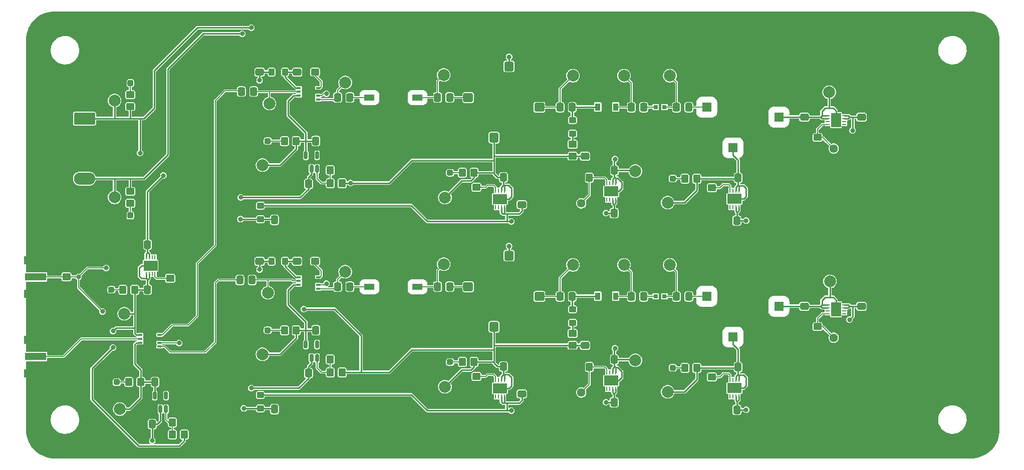
<source format=gbr>
%TF.GenerationSoftware,KiCad,Pcbnew,7.0.10-7.0.10~ubuntu22.04.1*%
%TF.CreationDate,2024-01-03T15:26:10-06:00*%
%TF.ProjectId,aom_driver,616f6d5f-6472-4697-9665-722e6b696361,v1*%
%TF.SameCoordinates,Original*%
%TF.FileFunction,Copper,L1,Top*%
%TF.FilePolarity,Positive*%
%FSLAX46Y46*%
G04 Gerber Fmt 4.6, Leading zero omitted, Abs format (unit mm)*
G04 Created by KiCad (PCBNEW 7.0.10-7.0.10~ubuntu22.04.1) date 2024-01-03 15:26:10*
%MOMM*%
%LPD*%
G01*
G04 APERTURE LIST*
G04 Aperture macros list*
%AMRoundRect*
0 Rectangle with rounded corners*
0 $1 Rounding radius*
0 $2 $3 $4 $5 $6 $7 $8 $9 X,Y pos of 4 corners*
0 Add a 4 corners polygon primitive as box body*
4,1,4,$2,$3,$4,$5,$6,$7,$8,$9,$2,$3,0*
0 Add four circle primitives for the rounded corners*
1,1,$1+$1,$2,$3*
1,1,$1+$1,$4,$5*
1,1,$1+$1,$6,$7*
1,1,$1+$1,$8,$9*
0 Add four rect primitives between the rounded corners*
20,1,$1+$1,$2,$3,$4,$5,0*
20,1,$1+$1,$4,$5,$6,$7,0*
20,1,$1+$1,$6,$7,$8,$9,0*
20,1,$1+$1,$8,$9,$2,$3,0*%
%AMFreePoly0*
4,1,9,3.862500,-0.866500,0.737500,-0.866500,0.737500,-0.450000,-0.737500,-0.450000,-0.737500,0.450000,0.737500,0.450000,0.737500,0.866500,3.862500,0.866500,3.862500,-0.866500,3.862500,-0.866500,$1*%
G04 Aperture macros list end*
%TA.AperFunction,SMDPad,CuDef*%
%ADD10R,0.250000X0.700000*%
%TD*%
%TA.AperFunction,SMDPad,CuDef*%
%ADD11R,2.380000X1.660000*%
%TD*%
%TA.AperFunction,SMDPad,CuDef*%
%ADD12C,2.000000*%
%TD*%
%TA.AperFunction,SMDPad,CuDef*%
%ADD13RoundRect,0.250000X0.337500X0.475000X-0.337500X0.475000X-0.337500X-0.475000X0.337500X-0.475000X0*%
%TD*%
%TA.AperFunction,SMDPad,CuDef*%
%ADD14RoundRect,0.250000X-0.337500X-0.475000X0.337500X-0.475000X0.337500X0.475000X-0.337500X0.475000X0*%
%TD*%
%TA.AperFunction,SMDPad,CuDef*%
%ADD15R,3.600000X1.270000*%
%TD*%
%TA.AperFunction,SMDPad,CuDef*%
%ADD16R,4.200000X1.350000*%
%TD*%
%TA.AperFunction,SMDPad,CuDef*%
%ADD17RoundRect,0.237500X-0.287500X-0.237500X0.287500X-0.237500X0.287500X0.237500X-0.287500X0.237500X0*%
%TD*%
%TA.AperFunction,ComponentPad*%
%ADD18C,1.440000*%
%TD*%
%TA.AperFunction,SMDPad,CuDef*%
%ADD19RoundRect,0.250000X0.350000X-0.275000X0.350000X0.275000X-0.350000X0.275000X-0.350000X-0.275000X0*%
%TD*%
%TA.AperFunction,SMDPad,CuDef*%
%ADD20RoundRect,0.250000X0.350000X0.450000X-0.350000X0.450000X-0.350000X-0.450000X0.350000X-0.450000X0*%
%TD*%
%TA.AperFunction,SMDPad,CuDef*%
%ADD21RoundRect,0.250000X-0.450000X0.350000X-0.450000X-0.350000X0.450000X-0.350000X0.450000X0.350000X0*%
%TD*%
%TA.AperFunction,SMDPad,CuDef*%
%ADD22RoundRect,0.237500X0.287500X0.237500X-0.287500X0.237500X-0.287500X-0.237500X0.287500X-0.237500X0*%
%TD*%
%TA.AperFunction,SMDPad,CuDef*%
%ADD23R,0.800000X0.700000*%
%TD*%
%TA.AperFunction,SMDPad,CuDef*%
%ADD24R,2.300000X0.700000*%
%TD*%
%TA.AperFunction,SMDPad,CuDef*%
%ADD25R,0.760000X0.330000*%
%TD*%
%TA.AperFunction,SMDPad,CuDef*%
%ADD26R,0.510000X0.940000*%
%TD*%
%TA.AperFunction,SMDPad,CuDef*%
%ADD27R,1.220000X2.130000*%
%TD*%
%TA.AperFunction,SMDPad,CuDef*%
%ADD28RoundRect,0.250000X0.475000X-0.337500X0.475000X0.337500X-0.475000X0.337500X-0.475000X-0.337500X0*%
%TD*%
%TA.AperFunction,SMDPad,CuDef*%
%ADD29RoundRect,0.250000X-0.350000X-0.450000X0.350000X-0.450000X0.350000X0.450000X-0.350000X0.450000X0*%
%TD*%
%TA.AperFunction,SMDPad,CuDef*%
%ADD30RoundRect,0.250000X0.450000X-0.350000X0.450000X0.350000X-0.450000X0.350000X-0.450000X-0.350000X0*%
%TD*%
%TA.AperFunction,SMDPad,CuDef*%
%ADD31RoundRect,0.150000X0.150000X-0.512500X0.150000X0.512500X-0.150000X0.512500X-0.150000X-0.512500X0*%
%TD*%
%TA.AperFunction,ComponentPad*%
%ADD32C,1.016000*%
%TD*%
%TA.AperFunction,SMDPad,CuDef*%
%ADD33R,1.524000X1.524000*%
%TD*%
%TA.AperFunction,SMDPad,CuDef*%
%ADD34R,6.731000X4.191000*%
%TD*%
%TA.AperFunction,SMDPad,CuDef*%
%ADD35R,11.176000X5.969000*%
%TD*%
%TA.AperFunction,SMDPad,CuDef*%
%ADD36R,8.636000X3.556000*%
%TD*%
%TA.AperFunction,SMDPad,CuDef*%
%ADD37R,3.556000X1.651000*%
%TD*%
%TA.AperFunction,SMDPad,CuDef*%
%ADD38R,3.429000X5.842000*%
%TD*%
%TA.AperFunction,SMDPad,CuDef*%
%ADD39R,2.540000X4.318000*%
%TD*%
%TA.AperFunction,SMDPad,CuDef*%
%ADD40RoundRect,0.250000X-0.275000X-0.350000X0.275000X-0.350000X0.275000X0.350000X-0.275000X0.350000X0*%
%TD*%
%TA.AperFunction,SMDPad,CuDef*%
%ADD41R,1.520000X1.520000*%
%TD*%
%TA.AperFunction,SMDPad,CuDef*%
%ADD42R,4.190000X2.670000*%
%TD*%
%TA.AperFunction,SMDPad,CuDef*%
%ADD43R,6.730000X4.190000*%
%TD*%
%TA.AperFunction,SMDPad,CuDef*%
%ADD44R,6.730000X3.430000*%
%TD*%
%TA.AperFunction,SMDPad,CuDef*%
%ADD45R,4.190000X3.560000*%
%TD*%
%TA.AperFunction,SMDPad,CuDef*%
%ADD46R,4.450000X8.640000*%
%TD*%
%TA.AperFunction,SMDPad,CuDef*%
%ADD47R,0.890000X2.540000*%
%TD*%
%TA.AperFunction,SMDPad,CuDef*%
%ADD48R,5.970000X2.540000*%
%TD*%
%TA.AperFunction,SMDPad,CuDef*%
%ADD49R,2.540000X5.840000*%
%TD*%
%TA.AperFunction,SMDPad,CuDef*%
%ADD50R,2.540000X1.780000*%
%TD*%
%TA.AperFunction,SMDPad,CuDef*%
%ADD51RoundRect,0.228000X0.597000X0.532000X-0.597000X0.532000X-0.597000X-0.532000X0.597000X-0.532000X0*%
%TD*%
%TA.AperFunction,SMDPad,CuDef*%
%ADD52RoundRect,0.228000X0.532000X0.597000X-0.532000X0.597000X-0.532000X-0.597000X0.532000X-0.597000X0*%
%TD*%
%TA.AperFunction,SMDPad,CuDef*%
%ADD53RoundRect,0.237500X-0.237500X0.287500X-0.237500X-0.287500X0.237500X-0.287500X0.237500X0.287500X0*%
%TD*%
%TA.AperFunction,SMDPad,CuDef*%
%ADD54R,0.900000X1.300000*%
%TD*%
%TA.AperFunction,SMDPad,CuDef*%
%ADD55FreePoly0,270.000000*%
%TD*%
%TA.AperFunction,SMDPad,CuDef*%
%ADD56R,1.778000X1.016000*%
%TD*%
%TA.AperFunction,SMDPad,CuDef*%
%ADD57R,2.540000X3.556000*%
%TD*%
%TA.AperFunction,SMDPad,CuDef*%
%ADD58R,4.826000X9.906000*%
%TD*%
%TA.AperFunction,SMDPad,CuDef*%
%ADD59R,1.016000X1.778000*%
%TD*%
%TA.AperFunction,SMDPad,CuDef*%
%ADD60R,0.700000X0.250000*%
%TD*%
%TA.AperFunction,SMDPad,CuDef*%
%ADD61R,1.660000X2.380000*%
%TD*%
%TA.AperFunction,ComponentPad*%
%ADD62RoundRect,0.249999X-1.550001X0.790001X-1.550001X-0.790001X1.550001X-0.790001X1.550001X0.790001X0*%
%TD*%
%TA.AperFunction,ComponentPad*%
%ADD63O,3.600000X2.080000*%
%TD*%
%TA.AperFunction,ViaPad*%
%ADD64C,0.800000*%
%TD*%
%TA.AperFunction,Conductor*%
%ADD65C,0.254000*%
%TD*%
%TA.AperFunction,Conductor*%
%ADD66C,0.152400*%
%TD*%
G04 APERTURE END LIST*
D10*
%TO.P,U13,1,OUT*%
%TO.N,/F2/VDD_VCO*%
X189599000Y-124203000D03*
%TO.P,U13,2,OUT*%
X189099000Y-124203000D03*
%TO.P,U13,3,NC*%
%TO.N,unconnected-(U13-NC-Pad3)*%
X188599000Y-124203000D03*
%TO.P,U13,4,SET*%
%TO.N,Net-(U13-SET)*%
X188099000Y-124203000D03*
%TO.P,U13,5,NC*%
%TO.N,unconnected-(U13-NC-Pad5)*%
X188099000Y-127003000D03*
%TO.P,U13,6,NC*%
%TO.N,unconnected-(U13-NC-Pad6)*%
X188599000Y-127003000D03*
%TO.P,U13,7,IN*%
%TO.N,Net-(C27-Pad1)*%
X189099000Y-127003000D03*
%TO.P,U13,8,IN*%
X189599000Y-127003000D03*
D11*
%TO.P,U13,9,OUT*%
%TO.N,/F2/VDD_VCO*%
X188849000Y-125603000D03*
%TD*%
D12*
%TO.P,TP7,1,1*%
%TO.N,Net-(C13-Pad2)*%
X177927500Y-72771500D03*
%TD*%
D13*
%TO.P,C40,1*%
%TO.N,Net-(U19-RF_OUT)*%
X140737500Y-108458000D03*
%TO.P,C40,2*%
%TO.N,Net-(FL2-IN)*%
X138662500Y-108458000D03*
%TD*%
D12*
%TO.P,TP24,1,1*%
%TO.N,/F2/-5V*%
X109093000Y-119888000D03*
%TD*%
D14*
%TO.P,C39,1*%
%TO.N,GND*%
X114786500Y-123063000D03*
%TO.P,C39,2*%
%TO.N,VEE*%
X116861500Y-123063000D03*
%TD*%
%TO.P,C33,1*%
%TO.N,Net-(C27-Pad1)*%
X168507500Y-128016000D03*
%TO.P,C33,2*%
%TO.N,GND*%
X170582500Y-128016000D03*
%TD*%
D15*
%TO.P,J2,1,In*%
%TO.N,SW*%
X70739500Y-106807500D03*
D16*
%TO.P,J2,2,Ext*%
%TO.N,GND*%
X70939500Y-103982500D03*
X70939500Y-109632500D03*
%TD*%
D14*
%TO.P,C2,1*%
%TO.N,VDD*%
X89641000Y-101346500D03*
%TO.P,C2,2*%
%TO.N,GND*%
X91716000Y-101346500D03*
%TD*%
D13*
%TO.P,C9,1*%
%TO.N,Net-(C12-Pad1)*%
X189252000Y-97282500D03*
%TO.P,C9,2*%
%TO.N,GND*%
X187177000Y-97282500D03*
%TD*%
D17*
%TO.P,D8,1,K*%
%TO.N,GND*%
X176671000Y-122174000D03*
%TO.P,D8,2,A*%
%TO.N,Net-(D8-A)*%
X178421000Y-122174000D03*
%TD*%
D18*
%TO.P,RV4,1,1*%
%TO.N,Net-(U17-SET)*%
X162941000Y-126365000D03*
%TO.P,RV4,2,2*%
%TO.N,GND*%
X160401000Y-128905000D03*
%TO.P,RV4,3,3*%
X157861000Y-126365000D03*
%TD*%
D19*
%TO.P,L4,1,1*%
%TO.N,VDD*%
X108712000Y-129039000D03*
%TO.P,L4,2,2*%
%TO.N,Net-(C27-Pad1)*%
X108712000Y-126739000D03*
%TD*%
D12*
%TO.P,TP23,1,1*%
%TO.N,Net-(FL2-IN)*%
X139700000Y-104648000D03*
%TD*%
%TO.P,TP2,1,1*%
%TO.N,/-5V_SW*%
X84963500Y-129159500D03*
%TD*%
D20*
%TO.P,R17,1*%
%TO.N,/F1/+5V*%
X122539500Y-90932500D03*
%TO.P,R17,2*%
%TO.N,Net-(U11-EN)*%
X120539500Y-90932500D03*
%TD*%
D12*
%TO.P,TP3,1,1*%
%TO.N,VDD*%
X84074500Y-76962500D03*
%TD*%
D13*
%TO.P,C21,1*%
%TO.N,Net-(U10-RF_OUT)*%
X140738000Y-76454500D03*
%TO.P,C21,2*%
%TO.N,Net-(FL1-IN)*%
X138663000Y-76454500D03*
%TD*%
D21*
%TO.P,R10,1*%
%TO.N,Net-(U4-SET)*%
X185039500Y-91710500D03*
%TO.P,R10,2*%
%TO.N,GND*%
X185039500Y-93710500D03*
%TD*%
D12*
%TO.P,TP9,1,1*%
%TO.N,Net-(C16-Pad2)*%
X170180500Y-72771500D03*
%TD*%
D17*
%TO.P,D9,1,K*%
%TO.N,GND*%
X139039000Y-121192000D03*
%TO.P,D9,2,A*%
%TO.N,Net-(D9-A)*%
X140789000Y-121192000D03*
%TD*%
D22*
%TO.P,D10,1,K*%
%TO.N,Net-(D10-K)*%
X109968000Y-115824000D03*
%TO.P,D10,2,A*%
%TO.N,GND*%
X108218000Y-115824000D03*
%TD*%
D23*
%TO.P,U7,1*%
%TO.N,Net-(C13-Pad2)*%
X177026500Y-78070500D03*
%TO.P,U7,2*%
%TO.N,Net-(C16-Pad1)*%
X175526500Y-78070500D03*
D24*
%TO.P,U7,3*%
%TO.N,GND*%
X176276500Y-76870500D03*
%TD*%
D20*
%TO.P,R25,1*%
%TO.N,Net-(U17-SET)*%
X164322000Y-122047000D03*
%TO.P,R25,2*%
%TO.N,GND*%
X162322000Y-122047000D03*
%TD*%
D14*
%TO.P,C15,1*%
%TO.N,/F1/+5V*%
X149799000Y-89950500D03*
%TO.P,C15,2*%
%TO.N,GND*%
X151874000Y-89950500D03*
%TD*%
D12*
%TO.P,TP15,1,1*%
%TO.N,/F1/F_OUT*%
X110236500Y-77470500D03*
%TD*%
D25*
%TO.P,U21,1,RF-OUT1*%
%TO.N,Net-(U21-RF-OUT1)*%
X118465000Y-108813000D03*
%TO.P,U21,2,TTL-IN*%
%TO.N,SW*%
X118465000Y-108153000D03*
%TO.P,U21,3,TTL_GND*%
%TO.N,GND*%
X118465000Y-107493000D03*
%TO.P,U21,4,RF-OUT2*%
%TO.N,Net-(U21-RF-OUT2)*%
X118465000Y-106833000D03*
%TO.P,U21,5,VDD*%
%TO.N,Net-(U21-VDD)*%
X115215000Y-106833000D03*
%TO.P,U21,6,RF-IN*%
%TO.N,/F2/F_OUT*%
X115215000Y-107493000D03*
%TO.P,U21,7,VEE*%
%TO.N,/F2/-5V*%
X115215000Y-108153000D03*
%TO.P,U21,8,GND*%
%TO.N,GND*%
X115215000Y-108813000D03*
D26*
%TO.P,U21,9,GND*%
X116840000Y-109358000D03*
D27*
X116840000Y-107823000D03*
D26*
X116840000Y-106288000D03*
%TD*%
D21*
%TO.P,R21,1*%
%TO.N,Net-(U13-SET)*%
X185039000Y-123714000D03*
%TO.P,R21,2*%
%TO.N,GND*%
X185039000Y-125714000D03*
%TD*%
D28*
%TO.P,C8,1*%
%TO.N,Net-(C12-Pad1)*%
X210312500Y-79778000D03*
%TO.P,C8,2*%
%TO.N,GND*%
X210312500Y-77703000D03*
%TD*%
D12*
%TO.P,TP11,1,1*%
%TO.N,Net-(U10-RF_IN)*%
X161544500Y-72771500D03*
%TD*%
D17*
%TO.P,D1,1,K*%
%TO.N,GND*%
X81802500Y-108966500D03*
%TO.P,D1,2,A*%
%TO.N,Net-(D1-A)*%
X83552500Y-108966500D03*
%TD*%
D25*
%TO.P,U3,1,RF-OUT1*%
%TO.N,Net-(U3-RF-OUT1)*%
X91668500Y-118592500D03*
%TO.P,U3,2,TTL-IN*%
%TO.N,SW*%
X91668500Y-117932500D03*
%TO.P,U3,3,TTL_GND*%
%TO.N,GND*%
X91668500Y-117272500D03*
%TO.P,U3,4,RF-OUT2*%
%TO.N,Net-(U3-RF-OUT2)*%
X91668500Y-116612500D03*
%TO.P,U3,5,VDD*%
%TO.N,/+5V_SW*%
X88418500Y-116612500D03*
%TO.P,U3,6,RF-IN*%
%TO.N,Net-(J1-In)*%
X88418500Y-117272500D03*
%TO.P,U3,7,VEE*%
%TO.N,/-5V_SW*%
X88418500Y-117932500D03*
%TO.P,U3,8,GND*%
%TO.N,GND*%
X88418500Y-118592500D03*
D26*
%TO.P,U3,9,GND*%
X90043500Y-119137500D03*
D27*
X90043500Y-117602500D03*
D26*
X90043500Y-116067500D03*
%TD*%
D20*
%TO.P,R11,1*%
%TO.N,/F1/VDD_VCO*%
X182483500Y-90170500D03*
%TO.P,R11,2*%
%TO.N,Net-(D5-A)*%
X180483500Y-90170500D03*
%TD*%
D13*
%TO.P,C4,1*%
%TO.N,/F1/F_OUT*%
X107591000Y-75438500D03*
%TO.P,C4,2*%
%TO.N,Net-(U3-RF-OUT2)*%
X105516000Y-75438500D03*
%TD*%
D14*
%TO.P,C10,1*%
%TO.N,/F1/VDD_VCO*%
X189463000Y-90043500D03*
%TO.P,C10,2*%
%TO.N,GND*%
X191538000Y-90043500D03*
%TD*%
D19*
%TO.P,L2,1,1*%
%TO.N,Net-(L2-Pad1)*%
X161473500Y-82557500D03*
%TO.P,L2,2,2*%
%TO.N,Net-(C19-Pad1)*%
X161473500Y-80257500D03*
%TD*%
D13*
%TO.P,C19,1*%
%TO.N,Net-(C19-Pad1)*%
X161439000Y-78105500D03*
%TO.P,C19,2*%
%TO.N,Net-(U10-RF_IN)*%
X159364000Y-78105500D03*
%TD*%
D10*
%TO.P,U15,1,OUT*%
%TO.N,/F2/+5V*%
X149935000Y-124237000D03*
%TO.P,U15,2,OUT*%
X149435000Y-124237000D03*
%TO.P,U15,3,NC*%
%TO.N,unconnected-(U15-NC-Pad3)*%
X148935000Y-124237000D03*
%TO.P,U15,4,SET*%
%TO.N,Net-(U15-SET)*%
X148435000Y-124237000D03*
%TO.P,U15,5,NC*%
%TO.N,unconnected-(U15-NC-Pad5)*%
X148435000Y-127037000D03*
%TO.P,U15,6,NC*%
%TO.N,unconnected-(U15-NC-Pad6)*%
X148935000Y-127037000D03*
%TO.P,U15,7,IN*%
%TO.N,Net-(C27-Pad1)*%
X149435000Y-127037000D03*
%TO.P,U15,8,IN*%
X149935000Y-127037000D03*
D11*
%TO.P,U15,9,OUT*%
%TO.N,/F2/+5V*%
X149185000Y-125637000D03*
%TD*%
D28*
%TO.P,C11,1*%
%TO.N,/F1/VCO_TUNE*%
X200660500Y-79778000D03*
%TO.P,C11,2*%
%TO.N,GND*%
X200660500Y-77703000D03*
%TD*%
D12*
%TO.P,TP17,1,1*%
%TO.N,/F2/VDD_VCO*%
X177546000Y-126238000D03*
%TD*%
D28*
%TO.P,C30,1*%
%TO.N,/F2/VCO_TUNE*%
X200660000Y-111781500D03*
%TO.P,C30,2*%
%TO.N,GND*%
X200660000Y-109706500D03*
%TD*%
D17*
%TO.P,D5,1,K*%
%TO.N,GND*%
X176671500Y-90170500D03*
%TO.P,D5,2,A*%
%TO.N,Net-(D5-A)*%
X178421500Y-90170500D03*
%TD*%
D13*
%TO.P,C41,1*%
%TO.N,GND*%
X120163500Y-115824000D03*
%TO.P,C41,2*%
%TO.N,/F2/-5V*%
X118088500Y-115824000D03*
%TD*%
D12*
%TO.P,TP4,1,1*%
%TO.N,VEE*%
X84074500Y-93345500D03*
%TD*%
D14*
%TO.P,C5,1*%
%TO.N,/+5V_SW*%
X89641000Y-108966500D03*
%TO.P,C5,2*%
%TO.N,GND*%
X91716000Y-108966500D03*
%TD*%
D28*
%TO.P,C12,1*%
%TO.N,Net-(C12-Pad1)*%
X152908500Y-94578000D03*
%TO.P,C12,2*%
%TO.N,GND*%
X152908500Y-92503000D03*
%TD*%
D20*
%TO.P,R24,1*%
%TO.N,/F2/+5V*%
X144851000Y-121192000D03*
%TO.P,R24,2*%
%TO.N,Net-(D9-A)*%
X142851000Y-121192000D03*
%TD*%
D21*
%TO.P,R8,1*%
%TO.N,VEE*%
X86741500Y-92345500D03*
%TO.P,R8,2*%
%TO.N,Net-(D4-K)*%
X86741500Y-94345500D03*
%TD*%
D13*
%TO.P,C3,1*%
%TO.N,/F2/F_OUT*%
X107336500Y-107315000D03*
%TO.P,C3,2*%
%TO.N,Net-(U3-RF-OUT1)*%
X105261500Y-107315000D03*
%TD*%
D12*
%TO.P,TP10,1,1*%
%TO.N,/F1/VVA_TUNE*%
X172085500Y-88900500D03*
%TD*%
D13*
%TO.P,C23,1*%
%TO.N,Net-(FL1-OUT)*%
X123847000Y-76454500D03*
%TO.P,C23,2*%
%TO.N,Net-(U12-RF-OUT1)*%
X121772000Y-76454500D03*
%TD*%
D10*
%TO.P,U8,1,OUT*%
%TO.N,/F1/VVA_TUNE*%
X168771500Y-90929500D03*
%TO.P,U8,2,OUT*%
X168271500Y-90929500D03*
%TO.P,U8,3,NC*%
%TO.N,unconnected-(U8-NC-Pad3)*%
X167771500Y-90929500D03*
%TO.P,U8,4,SET*%
%TO.N,Net-(U8-SET)*%
X167271500Y-90929500D03*
%TO.P,U8,5,NC*%
%TO.N,unconnected-(U8-NC-Pad5)*%
X167271500Y-93729500D03*
%TO.P,U8,6,NC*%
%TO.N,unconnected-(U8-NC-Pad6)*%
X167771500Y-93729500D03*
%TO.P,U8,7,IN*%
%TO.N,Net-(C12-Pad1)*%
X168271500Y-93729500D03*
%TO.P,U8,8,IN*%
X168771500Y-93729500D03*
D11*
%TO.P,U8,9,OUT*%
%TO.N,/F1/VVA_TUNE*%
X168021500Y-92329500D03*
%TD*%
D15*
%TO.P,J1,1,In*%
%TO.N,Net-(J1-In)*%
X70739500Y-120269500D03*
D16*
%TO.P,J1,2,Ext*%
%TO.N,GND*%
X70939500Y-117444500D03*
X70939500Y-123094500D03*
%TD*%
D20*
%TO.P,R16,1*%
%TO.N,GND*%
X122539500Y-88773500D03*
%TO.P,R16,2*%
%TO.N,Net-(U11-EN)*%
X120539500Y-88773500D03*
%TD*%
D28*
%TO.P,C43,1*%
%TO.N,/F2/+5V*%
X108585000Y-104161500D03*
%TO.P,C43,2*%
%TO.N,GND*%
X108585000Y-102086500D03*
%TD*%
D22*
%TO.P,D7,1,K*%
%TO.N,Net-(D7-K)*%
X109968500Y-83820500D03*
%TO.P,D7,2,A*%
%TO.N,GND*%
X108218500Y-83820500D03*
%TD*%
D12*
%TO.P,TP12,1,1*%
%TO.N,Net-(FL1-IN)*%
X139700500Y-72644500D03*
%TD*%
D20*
%TO.P,R1,1*%
%TO.N,/+5V_SW*%
X95869500Y-133477500D03*
%TO.P,R1,2*%
%TO.N,Net-(U2-EN)*%
X93869500Y-133477500D03*
%TD*%
D18*
%TO.P,RV1,1,1*%
%TO.N,Net-(U5-SET)*%
X205613500Y-85090500D03*
%TO.P,RV1,2,2*%
%TO.N,GND*%
X208153500Y-87630500D03*
%TO.P,RV1,3,3*%
X205613500Y-90170500D03*
%TD*%
D23*
%TO.P,U16,1*%
%TO.N,Net-(C32-Pad2)*%
X177026000Y-110074000D03*
%TO.P,U16,2*%
%TO.N,Net-(C35-Pad1)*%
X175526000Y-110074000D03*
D24*
%TO.P,U16,3*%
%TO.N,GND*%
X176276000Y-108874000D03*
%TD*%
D20*
%TO.P,R27,1*%
%TO.N,GND*%
X122539000Y-120777000D03*
%TO.P,R27,2*%
%TO.N,Net-(U20-EN)*%
X120539000Y-120777000D03*
%TD*%
D29*
%TO.P,R5,1*%
%TO.N,Net-(D2-K)*%
X86503500Y-124587500D03*
%TO.P,R5,2*%
%TO.N,/-5V_SW*%
X88503500Y-124587500D03*
%TD*%
D12*
%TO.P,TP18,1,1*%
%TO.N,Net-(C32-Pad2)*%
X177927000Y-104775000D03*
%TD*%
D28*
%TO.P,C44,1*%
%TO.N,Net-(U21-VDD)*%
X114935000Y-104161500D03*
%TO.P,C44,2*%
%TO.N,GND*%
X114935000Y-102086500D03*
%TD*%
D30*
%TO.P,R15,1*%
%TO.N,/F1/+5V*%
X161473500Y-86344500D03*
%TO.P,R15,2*%
%TO.N,Net-(L2-Pad1)*%
X161473500Y-84344500D03*
%TD*%
D21*
%TO.P,R20,1*%
%TO.N,Net-(U14-SET)*%
X202875000Y-115207000D03*
%TO.P,R20,2*%
%TO.N,GND*%
X202875000Y-117207000D03*
%TD*%
D13*
%TO.P,C22,1*%
%TO.N,GND*%
X120164000Y-83820500D03*
%TO.P,C22,2*%
%TO.N,/F1/-5V*%
X118089000Y-83820500D03*
%TD*%
D12*
%TO.P,TP19,1,1*%
%TO.N,/F2/+5V*%
X139914000Y-125383000D03*
%TD*%
D20*
%TO.P,R14,1*%
%TO.N,Net-(U8-SET)*%
X164322500Y-90043500D03*
%TO.P,R14,2*%
%TO.N,GND*%
X162322500Y-90043500D03*
%TD*%
D12*
%TO.P,TP5,1,1*%
%TO.N,/F1/VCO_TUNE*%
X204851500Y-75565500D03*
%TD*%
D28*
%TO.P,C36,1*%
%TO.N,/F2/+5V*%
X163576000Y-118385500D03*
%TO.P,C36,2*%
%TO.N,GND*%
X163576000Y-116310500D03*
%TD*%
D29*
%TO.P,R18,1*%
%TO.N,Net-(D7-K)*%
X112792500Y-83820500D03*
%TO.P,R18,2*%
%TO.N,/F1/-5V*%
X114792500Y-83820500D03*
%TD*%
D31*
%TO.P,U2,1,GND*%
%TO.N,GND*%
X90871500Y-129154000D03*
%TO.P,U2,2,VIN*%
%TO.N,VEE*%
X91821500Y-129154000D03*
%TO.P,U2,3,EN*%
%TO.N,Net-(U2-EN)*%
X92771500Y-129154000D03*
%TO.P,U2,4,NC*%
%TO.N,unconnected-(U2-NC-Pad4)*%
X92771500Y-126879000D03*
%TO.P,U2,5,VOUT*%
%TO.N,/-5V_SW*%
X90871500Y-126879000D03*
%TD*%
D12*
%TO.P,TP8,1,1*%
%TO.N,/F1/+5V*%
X139914500Y-93379500D03*
%TD*%
%TO.P,TP16,1,1*%
%TO.N,/F2/VCO_TUNE*%
X204978000Y-107569000D03*
%TD*%
D32*
%TO.P,X1,1,GND*%
%TO.N,GND*%
X196342500Y-83566500D03*
D33*
X196342500Y-82296500D03*
D32*
X196342500Y-75946500D03*
X194945500Y-84963500D03*
X194945500Y-82296500D03*
X194945500Y-77216500D03*
X194945500Y-74676500D03*
X194945500Y-72771500D03*
X193802500Y-81026500D03*
X193802500Y-78486500D03*
D34*
X193739000Y-83630000D03*
D32*
X193675500Y-83566500D03*
X193675500Y-74168500D03*
X192405500Y-84963500D03*
X192405500Y-72771500D03*
D35*
X191516500Y-74994000D03*
D32*
X191135500Y-83566500D03*
X191135500Y-74168500D03*
D36*
X190246500Y-79756500D03*
D32*
X190246500Y-78867500D03*
X189865500Y-82423500D03*
X189865500Y-72771500D03*
D37*
X188595500Y-82360000D03*
D32*
X188595500Y-74168500D03*
X187325500Y-82423500D03*
X187325500Y-72771500D03*
X186690500Y-79375500D03*
X186690500Y-76835500D03*
X186055500Y-74168500D03*
X185547500Y-83566500D03*
X185547500Y-80645500D03*
X185547500Y-75565500D03*
D38*
X185103000Y-82804500D03*
D32*
X184785500Y-84963500D03*
X184785500Y-72771500D03*
D39*
X184658500Y-74168500D03*
D32*
X184150500Y-81915500D03*
X184150500Y-74295500D03*
D33*
%TO.P,X1,2,Vtune*%
%TO.N,/F1/VCO_TUNE*%
X196342500Y-79756500D03*
%TO.P,X1,3,GND*%
%TO.N,GND*%
X196342500Y-77216500D03*
%TO.P,X1,4,GND*%
X196342500Y-74676500D03*
%TO.P,X1,5,GND*%
X193675500Y-72771500D03*
%TO.P,X1,6,GND*%
X191135500Y-72771500D03*
%TO.P,X1,7,GND*%
X188595500Y-72771500D03*
%TO.P,X1,8,GND*%
X186055500Y-72771500D03*
%TO.P,X1,9,GND*%
X184150500Y-75565500D03*
%TO.P,X1,10,RFout*%
%TO.N,Net-(X1-RFout)*%
X184150500Y-78105500D03*
%TO.P,X1,11,GND*%
%TO.N,GND*%
X184150500Y-80645500D03*
%TO.P,X1,12,GND*%
X184150500Y-83185500D03*
%TO.P,X1,13,GND*%
X186055500Y-84963500D03*
%TO.P,X1,14,Vcc*%
%TO.N,/F1/VDD_VCO*%
X188595500Y-84963500D03*
%TO.P,X1,15,GND*%
%TO.N,GND*%
X191135500Y-84963500D03*
%TO.P,X1,16,GND*%
X193675500Y-84963500D03*
%TD*%
D28*
%TO.P,C27,1*%
%TO.N,Net-(C27-Pad1)*%
X210312000Y-111781500D03*
%TO.P,C27,2*%
%TO.N,GND*%
X210312000Y-109706500D03*
%TD*%
D40*
%TO.P,L6,1,1*%
%TO.N,/F2/+5V*%
X110610000Y-104140000D03*
%TO.P,L6,2,2*%
%TO.N,Net-(U21-VDD)*%
X112910000Y-104140000D03*
%TD*%
D28*
%TO.P,C24,1*%
%TO.N,/F1/+5V*%
X108585500Y-72158000D03*
%TO.P,C24,2*%
%TO.N,GND*%
X108585500Y-70083000D03*
%TD*%
D32*
%TO.P,X2,1,GND*%
%TO.N,GND*%
X196342000Y-115570000D03*
D33*
X196342000Y-114300000D03*
D32*
X196342000Y-107950000D03*
X194945000Y-116967000D03*
X194945000Y-114300000D03*
X194945000Y-109220000D03*
X194945000Y-106680000D03*
X194945000Y-104775000D03*
X193802000Y-113030000D03*
X193802000Y-110490000D03*
D34*
X193738500Y-115633500D03*
D32*
X193675000Y-115570000D03*
X193675000Y-106172000D03*
X192405000Y-116967000D03*
X192405000Y-104775000D03*
D35*
X191516000Y-106997500D03*
D32*
X191135000Y-115570000D03*
X191135000Y-106172000D03*
D36*
X190246000Y-111760000D03*
D32*
X190246000Y-110871000D03*
X189865000Y-114427000D03*
X189865000Y-104775000D03*
D37*
X188595000Y-114363500D03*
D32*
X188595000Y-106172000D03*
X187325000Y-114427000D03*
X187325000Y-104775000D03*
X186690000Y-111379000D03*
X186690000Y-108839000D03*
X186055000Y-106172000D03*
X185547000Y-115570000D03*
X185547000Y-112649000D03*
X185547000Y-107569000D03*
D38*
X185102500Y-114808000D03*
D32*
X184785000Y-116967000D03*
X184785000Y-104775000D03*
D39*
X184658000Y-106172000D03*
D32*
X184150000Y-113919000D03*
X184150000Y-106299000D03*
D33*
%TO.P,X2,2,Vtune*%
%TO.N,/F2/VCO_TUNE*%
X196342000Y-111760000D03*
%TO.P,X2,3,GND*%
%TO.N,GND*%
X196342000Y-109220000D03*
%TO.P,X2,4,GND*%
X196342000Y-106680000D03*
%TO.P,X2,5,GND*%
X193675000Y-104775000D03*
%TO.P,X2,6,GND*%
X191135000Y-104775000D03*
%TO.P,X2,7,GND*%
X188595000Y-104775000D03*
%TO.P,X2,8,GND*%
X186055000Y-104775000D03*
%TO.P,X2,9,GND*%
X184150000Y-107569000D03*
%TO.P,X2,10,RFout*%
%TO.N,Net-(X2-RFout)*%
X184150000Y-110109000D03*
%TO.P,X2,11,GND*%
%TO.N,GND*%
X184150000Y-112649000D03*
%TO.P,X2,12,GND*%
X184150000Y-115189000D03*
%TO.P,X2,13,GND*%
X186055000Y-116967000D03*
%TO.P,X2,14,Vcc*%
%TO.N,/F2/VDD_VCO*%
X188595000Y-116967000D03*
%TO.P,X2,15,GND*%
%TO.N,GND*%
X191135000Y-116967000D03*
%TO.P,X2,16,GND*%
X193675000Y-116967000D03*
%TD*%
D28*
%TO.P,C17,1*%
%TO.N,/F1/+5V*%
X163576500Y-86382000D03*
%TO.P,C17,2*%
%TO.N,GND*%
X163576500Y-84307000D03*
%TD*%
D12*
%TO.P,TP13,1,1*%
%TO.N,/F1/-5V*%
X109093500Y-87884500D03*
%TD*%
D14*
%TO.P,C14,1*%
%TO.N,Net-(C12-Pad1)*%
X168508000Y-96012500D03*
%TO.P,C14,2*%
%TO.N,GND*%
X170583000Y-96012500D03*
%TD*%
D12*
%TO.P,TP20,1,1*%
%TO.N,Net-(C35-Pad2)*%
X170180000Y-104775000D03*
%TD*%
D21*
%TO.P,R9,1*%
%TO.N,Net-(U5-SET)*%
X202875500Y-83203500D03*
%TO.P,R9,2*%
%TO.N,GND*%
X202875500Y-85203500D03*
%TD*%
D13*
%TO.P,C18,1*%
%TO.N,/F1/VVA_TUNE*%
X168551000Y-88773500D03*
%TO.P,C18,2*%
%TO.N,GND*%
X166476000Y-88773500D03*
%TD*%
D28*
%TO.P,C31,1*%
%TO.N,Net-(C27-Pad1)*%
X152908000Y-126581500D03*
%TO.P,C31,2*%
%TO.N,GND*%
X152908000Y-124506500D03*
%TD*%
D13*
%TO.P,C35,1*%
%TO.N,Net-(C35-Pad1)*%
X173503500Y-110109000D03*
%TO.P,C35,2*%
%TO.N,Net-(C35-Pad2)*%
X171428500Y-110109000D03*
%TD*%
D31*
%TO.P,U20,1,GND*%
%TO.N,GND*%
X116398000Y-120517500D03*
%TO.P,U20,2,VIN*%
%TO.N,VEE*%
X117348000Y-120517500D03*
%TO.P,U20,3,EN*%
%TO.N,Net-(U20-EN)*%
X118298000Y-120517500D03*
%TO.P,U20,4,NC*%
%TO.N,unconnected-(U20-NC-Pad4)*%
X118298000Y-118242500D03*
%TO.P,U20,5,VOUT*%
%TO.N,/F2/-5V*%
X116398000Y-118242500D03*
%TD*%
D19*
%TO.P,L1,1,1*%
%TO.N,VDD*%
X108712500Y-97035500D03*
%TO.P,L1,2,2*%
%TO.N,Net-(C12-Pad1)*%
X108712500Y-94735500D03*
%TD*%
D12*
%TO.P,TP6,1,1*%
%TO.N,/F1/VDD_VCO*%
X177546500Y-94234500D03*
%TD*%
D41*
%TO.P,U19,1,GND*%
%TO.N,GND*%
X155960000Y-112650000D03*
D42*
X154625000Y-103695000D03*
D43*
X153355000Y-113985000D03*
D44*
X153355000Y-106615000D03*
D45*
X152085000Y-110110000D03*
D46*
X147765000Y-109220000D03*
D47*
X145985000Y-114810000D03*
D48*
X145985000Y-103630000D03*
D49*
X144270000Y-113160000D03*
D50*
X144270000Y-105790000D03*
D51*
%TO.P,U19,2,RF_IN*%
%TO.N,Net-(U19-RF_IN)*%
X155890000Y-110110000D03*
D41*
%TO.P,U19,3,GND*%
%TO.N,GND*%
X155960000Y-107570000D03*
%TO.P,U19,4,GND*%
X155960000Y-105030000D03*
%TO.P,U19,5,GND*%
X153290000Y-103120000D03*
D52*
%TO.P,U19,6,V_CTRL*%
%TO.N,/F2/VVA_TUNE*%
X150750000Y-103190000D03*
D41*
%TO.P,U19,7,GND*%
%TO.N,GND*%
X148210000Y-103120000D03*
%TO.P,U19,8,GND*%
X145670000Y-103120000D03*
%TO.P,U19,9,GND*%
X143760000Y-105920000D03*
D51*
%TO.P,U19,10,RF_OUT*%
%TO.N,Net-(U19-RF_OUT)*%
X143830000Y-108460000D03*
D41*
%TO.P,U19,11,GND*%
%TO.N,GND*%
X143760000Y-111000000D03*
%TO.P,U19,12,GND*%
X143760000Y-113540000D03*
%TO.P,U19,13,GND*%
X145670000Y-115320000D03*
D52*
%TO.P,U19,14,V+*%
%TO.N,/F2/+5V*%
X148210000Y-115250000D03*
D41*
%TO.P,U19,15,GND*%
%TO.N,GND*%
X150750000Y-115320000D03*
%TO.P,U19,16,GND*%
X153290000Y-115320000D03*
%TD*%
D53*
%TO.P,D4,1,K*%
%TO.N,Net-(D4-K)*%
X86741500Y-96407500D03*
%TO.P,D4,2,A*%
%TO.N,GND*%
X86741500Y-98157500D03*
%TD*%
D12*
%TO.P,TP25,1,1*%
%TO.N,Net-(U21-RF-OUT1)*%
X123063000Y-105918000D03*
%TD*%
D30*
%TO.P,R26,1*%
%TO.N,/F2/+5V*%
X161473000Y-118348000D03*
%TO.P,R26,2*%
%TO.N,Net-(L5-Pad1)*%
X161473000Y-116348000D03*
%TD*%
D14*
%TO.P,C1,1*%
%TO.N,GND*%
X88371000Y-131699500D03*
%TO.P,C1,2*%
%TO.N,VEE*%
X90446000Y-131699500D03*
%TD*%
D30*
%TO.P,R30,1*%
%TO.N,Net-(U21-RF-OUT2)*%
X117983000Y-104124000D03*
%TO.P,R30,2*%
%TO.N,GND*%
X117983000Y-102124000D03*
%TD*%
D18*
%TO.P,RV3,1,1*%
%TO.N,Net-(U14-SET)*%
X205613000Y-117094000D03*
%TO.P,RV3,2,2*%
%TO.N,GND*%
X208153000Y-119634000D03*
%TO.P,RV3,3,3*%
X205613000Y-122174000D03*
%TD*%
D20*
%TO.P,R4,1*%
%TO.N,/+5V_SW*%
X87487500Y-108966500D03*
%TO.P,R4,2*%
%TO.N,Net-(D1-A)*%
X85487500Y-108966500D03*
%TD*%
D54*
%TO.P,U9,1*%
%TO.N,Net-(C16-Pad2)*%
X168759500Y-78060500D03*
D55*
%TO.P,U9,2,GND*%
%TO.N,GND*%
X167259500Y-78148000D03*
D54*
%TO.P,U9,3*%
%TO.N,Net-(C19-Pad1)*%
X165759500Y-78060500D03*
%TD*%
D18*
%TO.P,RV2,1,1*%
%TO.N,Net-(U8-SET)*%
X162941500Y-94361500D03*
%TO.P,RV2,2,2*%
%TO.N,GND*%
X160401500Y-96901500D03*
%TO.P,RV2,3,3*%
X157861500Y-94361500D03*
%TD*%
D53*
%TO.P,D3,1,K*%
%TO.N,GND*%
X86741500Y-72277500D03*
%TO.P,D3,2,A*%
%TO.N,Net-(D3-A)*%
X86741500Y-74027500D03*
%TD*%
D10*
%TO.P,U1,1,OUT*%
%TO.N,/+5V_SW*%
X89420500Y-106302500D03*
%TO.P,U1,2,OUT*%
X89920500Y-106302500D03*
%TO.P,U1,3,NC*%
%TO.N,unconnected-(U1-NC-Pad3)*%
X90420500Y-106302500D03*
%TO.P,U1,4,SET*%
%TO.N,Net-(U1-SET)*%
X90920500Y-106302500D03*
%TO.P,U1,5,NC*%
%TO.N,unconnected-(U1-NC-Pad5)*%
X90920500Y-103502500D03*
%TO.P,U1,6,NC*%
%TO.N,unconnected-(U1-NC-Pad6)*%
X90420500Y-103502500D03*
%TO.P,U1,7,IN*%
%TO.N,VDD*%
X89920500Y-103502500D03*
%TO.P,U1,8,IN*%
X89420500Y-103502500D03*
D11*
%TO.P,U1,9,OUT*%
%TO.N,/+5V_SW*%
X90170500Y-104902500D03*
%TD*%
D13*
%TO.P,C16,1*%
%TO.N,Net-(C16-Pad1)*%
X173504000Y-78105500D03*
%TO.P,C16,2*%
%TO.N,Net-(C16-Pad2)*%
X171429000Y-78105500D03*
%TD*%
D12*
%TO.P,TP14,1,1*%
%TO.N,Net-(U12-RF-OUT1)*%
X123063500Y-73914500D03*
%TD*%
D10*
%TO.P,U4,1,OUT*%
%TO.N,/F1/VDD_VCO*%
X189599500Y-92199500D03*
%TO.P,U4,2,OUT*%
X189099500Y-92199500D03*
%TO.P,U4,3,NC*%
%TO.N,unconnected-(U4-NC-Pad3)*%
X188599500Y-92199500D03*
%TO.P,U4,4,SET*%
%TO.N,Net-(U4-SET)*%
X188099500Y-92199500D03*
%TO.P,U4,5,NC*%
%TO.N,unconnected-(U4-NC-Pad5)*%
X188099500Y-94999500D03*
%TO.P,U4,6,NC*%
%TO.N,unconnected-(U4-NC-Pad6)*%
X188599500Y-94999500D03*
%TO.P,U4,7,IN*%
%TO.N,Net-(C12-Pad1)*%
X189099500Y-94999500D03*
%TO.P,U4,8,IN*%
X189599500Y-94999500D03*
D11*
%TO.P,U4,9,OUT*%
%TO.N,/F1/VDD_VCO*%
X188849500Y-93599500D03*
%TD*%
D13*
%TO.P,C28,1*%
%TO.N,Net-(C27-Pad1)*%
X189251500Y-129286000D03*
%TO.P,C28,2*%
%TO.N,GND*%
X187176500Y-129286000D03*
%TD*%
D40*
%TO.P,L3,1,1*%
%TO.N,/F1/+5V*%
X110610500Y-72136500D03*
%TO.P,L3,2,2*%
%TO.N,Net-(U12-VDD)*%
X112910500Y-72136500D03*
%TD*%
D13*
%TO.P,C42,1*%
%TO.N,Net-(FL2-OUT)*%
X123846500Y-108458000D03*
%TO.P,C42,2*%
%TO.N,Net-(U21-RF-OUT1)*%
X121771500Y-108458000D03*
%TD*%
D14*
%TO.P,C7,1*%
%TO.N,VDD*%
X111104000Y-97155500D03*
%TO.P,C7,2*%
%TO.N,GND*%
X113179000Y-97155500D03*
%TD*%
D28*
%TO.P,C25,1*%
%TO.N,Net-(U12-VDD)*%
X114935500Y-72158000D03*
%TO.P,C25,2*%
%TO.N,GND*%
X114935500Y-70083000D03*
%TD*%
D30*
%TO.P,R7,1*%
%TO.N,VDD*%
X86741500Y-77962500D03*
%TO.P,R7,2*%
%TO.N,Net-(D3-A)*%
X86741500Y-75962500D03*
%TD*%
D13*
%TO.P,C37,1*%
%TO.N,/F2/VVA_TUNE*%
X168550500Y-120777000D03*
%TO.P,C37,2*%
%TO.N,GND*%
X166475500Y-120777000D03*
%TD*%
D20*
%TO.P,R13,1*%
%TO.N,/F1/+5V*%
X144851500Y-89188500D03*
%TO.P,R13,2*%
%TO.N,Net-(D6-A)*%
X142851500Y-89188500D03*
%TD*%
D13*
%TO.P,C6,1*%
%TO.N,GND*%
X92986000Y-124587500D03*
%TO.P,C6,2*%
%TO.N,/-5V_SW*%
X90911000Y-124587500D03*
%TD*%
D17*
%TO.P,D6,1,K*%
%TO.N,GND*%
X139039500Y-89188500D03*
%TO.P,D6,2,A*%
%TO.N,Net-(D6-A)*%
X140789500Y-89188500D03*
%TD*%
D13*
%TO.P,C13,1*%
%TO.N,Net-(X1-RFout)*%
X181124000Y-78105500D03*
%TO.P,C13,2*%
%TO.N,Net-(C13-Pad2)*%
X179049000Y-78105500D03*
%TD*%
D21*
%TO.P,R12,1*%
%TO.N,Net-(U6-SET)*%
X145248500Y-91617500D03*
%TO.P,R12,2*%
%TO.N,GND*%
X145248500Y-93617500D03*
%TD*%
D32*
%TO.P,FL1,1,GND*%
%TO.N,GND*%
X135636500Y-80899500D03*
X135636500Y-72009500D03*
D56*
X135255500Y-78359500D03*
D57*
X134874500Y-79629500D03*
X134874500Y-73279500D03*
D32*
X132461500Y-77724500D03*
X132461500Y-75184500D03*
D58*
X131191500Y-76454500D03*
D32*
X129921500Y-77724500D03*
X129921500Y-75184500D03*
D57*
X127508500Y-79629500D03*
X127508500Y-73279500D03*
D32*
X126746500Y-80899500D03*
X126746500Y-72009500D03*
D56*
%TO.P,FL1,2,IN*%
%TO.N,Net-(FL1-IN)*%
X135255500Y-76454500D03*
%TO.P,FL1,3,GND*%
%TO.N,GND*%
X135255500Y-74549500D03*
D59*
%TO.P,FL1,4,GND*%
X131191500Y-72390500D03*
D56*
%TO.P,FL1,5,GND*%
X127127500Y-74549500D03*
%TO.P,FL1,6,OUT*%
%TO.N,Net-(FL1-OUT)*%
X127127500Y-76454500D03*
%TO.P,FL1,7,GND*%
%TO.N,GND*%
X127127500Y-78359500D03*
D59*
%TO.P,FL1,8,GND*%
X131191500Y-80518500D03*
%TD*%
D22*
%TO.P,D2,1,K*%
%TO.N,Net-(D2-K)*%
X84441500Y-124587500D03*
%TO.P,D2,2,A*%
%TO.N,GND*%
X82691500Y-124587500D03*
%TD*%
D10*
%TO.P,U17,1,OUT*%
%TO.N,/F2/VVA_TUNE*%
X168771000Y-122933000D03*
%TO.P,U17,2,OUT*%
X168271000Y-122933000D03*
%TO.P,U17,3,NC*%
%TO.N,unconnected-(U17-NC-Pad3)*%
X167771000Y-122933000D03*
%TO.P,U17,4,SET*%
%TO.N,Net-(U17-SET)*%
X167271000Y-122933000D03*
%TO.P,U17,5,NC*%
%TO.N,unconnected-(U17-NC-Pad5)*%
X167271000Y-125733000D03*
%TO.P,U17,6,NC*%
%TO.N,unconnected-(U17-NC-Pad6)*%
X167771000Y-125733000D03*
%TO.P,U17,7,IN*%
%TO.N,Net-(C27-Pad1)*%
X168271000Y-125733000D03*
%TO.P,U17,8,IN*%
X168771000Y-125733000D03*
D11*
%TO.P,U17,9,OUT*%
%TO.N,/F2/VVA_TUNE*%
X168021000Y-124333000D03*
%TD*%
D14*
%TO.P,C20,1*%
%TO.N,GND*%
X114787000Y-91059500D03*
%TO.P,C20,2*%
%TO.N,VEE*%
X116862000Y-91059500D03*
%TD*%
D20*
%TO.P,R22,1*%
%TO.N,/F2/VDD_VCO*%
X182483000Y-122174000D03*
%TO.P,R22,2*%
%TO.N,Net-(D8-A)*%
X180483000Y-122174000D03*
%TD*%
D14*
%TO.P,C29,1*%
%TO.N,/F2/VDD_VCO*%
X189462500Y-122047000D03*
%TO.P,C29,2*%
%TO.N,GND*%
X191537500Y-122047000D03*
%TD*%
D31*
%TO.P,U11,1,GND*%
%TO.N,GND*%
X116398500Y-88514000D03*
%TO.P,U11,2,VIN*%
%TO.N,VEE*%
X117348500Y-88514000D03*
%TO.P,U11,3,EN*%
%TO.N,Net-(U11-EN)*%
X118298500Y-88514000D03*
%TO.P,U11,4,NC*%
%TO.N,unconnected-(U11-NC-Pad4)*%
X118298500Y-86239000D03*
%TO.P,U11,5,VOUT*%
%TO.N,/F1/-5V*%
X116398500Y-86239000D03*
%TD*%
D54*
%TO.P,U18,1*%
%TO.N,Net-(C35-Pad2)*%
X168759000Y-110064000D03*
D55*
%TO.P,U18,2,GND*%
%TO.N,GND*%
X167259000Y-110151500D03*
D54*
%TO.P,U18,3*%
%TO.N,Net-(C38-Pad1)*%
X165759000Y-110064000D03*
%TD*%
D14*
%TO.P,C26,1*%
%TO.N,VDD*%
X111103500Y-129166000D03*
%TO.P,C26,2*%
%TO.N,GND*%
X113178500Y-129166000D03*
%TD*%
D12*
%TO.P,TP26,1,1*%
%TO.N,/F2/F_OUT*%
X109982000Y-109474000D03*
%TD*%
D14*
%TO.P,C34,1*%
%TO.N,/F2/+5V*%
X149798500Y-121954000D03*
%TO.P,C34,2*%
%TO.N,GND*%
X151873500Y-121954000D03*
%TD*%
D12*
%TO.P,TP21,1,1*%
%TO.N,/F2/VVA_TUNE*%
X172085000Y-120904000D03*
%TD*%
D19*
%TO.P,L5,1,1*%
%TO.N,Net-(L5-Pad1)*%
X161473000Y-114561000D03*
%TO.P,L5,2,2*%
%TO.N,Net-(C38-Pad1)*%
X161473000Y-112261000D03*
%TD*%
D12*
%TO.P,TP1,1,1*%
%TO.N,/+5V_SW*%
X85725500Y-113030500D03*
%TD*%
D20*
%TO.P,R3,1*%
%TO.N,GND*%
X95869500Y-131445500D03*
%TO.P,R3,2*%
%TO.N,Net-(U2-EN)*%
X93869500Y-131445500D03*
%TD*%
D12*
%TO.P,TP22,1,1*%
%TO.N,Net-(U19-RF_IN)*%
X161544000Y-104775000D03*
%TD*%
D32*
%TO.P,FL2,1,GND*%
%TO.N,GND*%
X135636000Y-112903000D03*
X135636000Y-104013000D03*
D56*
X135255000Y-110363000D03*
D57*
X134874000Y-111633000D03*
X134874000Y-105283000D03*
D32*
X132461000Y-109728000D03*
X132461000Y-107188000D03*
D58*
X131191000Y-108458000D03*
D32*
X129921000Y-109728000D03*
X129921000Y-107188000D03*
D57*
X127508000Y-111633000D03*
X127508000Y-105283000D03*
D32*
X126746000Y-112903000D03*
X126746000Y-104013000D03*
D56*
%TO.P,FL2,2,IN*%
%TO.N,Net-(FL2-IN)*%
X135255000Y-108458000D03*
%TO.P,FL2,3,GND*%
%TO.N,GND*%
X135255000Y-106553000D03*
D59*
%TO.P,FL2,4,GND*%
X131191000Y-104394000D03*
D56*
%TO.P,FL2,5,GND*%
X127127000Y-106553000D03*
%TO.P,FL2,6,OUT*%
%TO.N,Net-(FL2-OUT)*%
X127127000Y-108458000D03*
%TO.P,FL2,7,GND*%
%TO.N,GND*%
X127127000Y-110363000D03*
D59*
%TO.P,FL2,8,GND*%
X131191000Y-112522000D03*
%TD*%
D10*
%TO.P,U6,1,OUT*%
%TO.N,/F1/+5V*%
X149935500Y-92233500D03*
%TO.P,U6,2,OUT*%
X149435500Y-92233500D03*
%TO.P,U6,3,NC*%
%TO.N,unconnected-(U6-NC-Pad3)*%
X148935500Y-92233500D03*
%TO.P,U6,4,SET*%
%TO.N,Net-(U6-SET)*%
X148435500Y-92233500D03*
%TO.P,U6,5,NC*%
%TO.N,unconnected-(U6-NC-Pad5)*%
X148435500Y-95033500D03*
%TO.P,U6,6,NC*%
%TO.N,unconnected-(U6-NC-Pad6)*%
X148935500Y-95033500D03*
%TO.P,U6,7,IN*%
%TO.N,Net-(C12-Pad1)*%
X149435500Y-95033500D03*
%TO.P,U6,8,IN*%
X149935500Y-95033500D03*
D11*
%TO.P,U6,9,OUT*%
%TO.N,/F1/+5V*%
X149185500Y-93633500D03*
%TD*%
D60*
%TO.P,U5,1,OUT*%
%TO.N,/F1/VCO_TUNE*%
X204594500Y-79514500D03*
%TO.P,U5,2,OUT*%
X204594500Y-80014500D03*
%TO.P,U5,3,NC*%
%TO.N,unconnected-(U5-NC-Pad3)*%
X204594500Y-80514500D03*
%TO.P,U5,4,SET*%
%TO.N,Net-(U5-SET)*%
X204594500Y-81014500D03*
%TO.P,U5,5,NC*%
%TO.N,unconnected-(U5-NC-Pad5)*%
X207394500Y-81014500D03*
%TO.P,U5,6,NC*%
%TO.N,unconnected-(U5-NC-Pad6)*%
X207394500Y-80514500D03*
%TO.P,U5,7,IN*%
%TO.N,Net-(C12-Pad1)*%
X207394500Y-80014500D03*
%TO.P,U5,8,IN*%
X207394500Y-79514500D03*
D61*
%TO.P,U5,9,OUT*%
%TO.N,/F1/VCO_TUNE*%
X205994500Y-80264500D03*
%TD*%
D25*
%TO.P,U12,1,RF-OUT1*%
%TO.N,Net-(U12-RF-OUT1)*%
X118465500Y-76809500D03*
%TO.P,U12,2,TTL-IN*%
%TO.N,SW*%
X118465500Y-76149500D03*
%TO.P,U12,3,TTL_GND*%
%TO.N,GND*%
X118465500Y-75489500D03*
%TO.P,U12,4,RF-OUT2*%
%TO.N,Net-(U12-RF-OUT2)*%
X118465500Y-74829500D03*
%TO.P,U12,5,VDD*%
%TO.N,Net-(U12-VDD)*%
X115215500Y-74829500D03*
%TO.P,U12,6,RF-IN*%
%TO.N,/F1/F_OUT*%
X115215500Y-75489500D03*
%TO.P,U12,7,VEE*%
%TO.N,/F1/-5V*%
X115215500Y-76149500D03*
%TO.P,U12,8,GND*%
%TO.N,GND*%
X115215500Y-76809500D03*
D26*
%TO.P,U12,9,GND*%
X116840500Y-77354500D03*
D27*
X116840500Y-75819500D03*
D26*
X116840500Y-74284500D03*
%TD*%
D30*
%TO.P,R19,1*%
%TO.N,Net-(U12-RF-OUT2)*%
X117983500Y-72120500D03*
%TO.P,R19,2*%
%TO.N,GND*%
X117983500Y-70120500D03*
%TD*%
%TO.P,R2,1*%
%TO.N,Net-(U1-SET)*%
X93472500Y-107045500D03*
%TO.P,R2,2*%
%TO.N,GND*%
X93472500Y-105045500D03*
%TD*%
D21*
%TO.P,R23,1*%
%TO.N,Net-(U15-SET)*%
X145248000Y-123621000D03*
%TO.P,R23,2*%
%TO.N,GND*%
X145248000Y-125621000D03*
%TD*%
D60*
%TO.P,U14,1,OUT*%
%TO.N,/F2/VCO_TUNE*%
X204594000Y-111518000D03*
%TO.P,U14,2,OUT*%
X204594000Y-112018000D03*
%TO.P,U14,3,NC*%
%TO.N,unconnected-(U14-NC-Pad3)*%
X204594000Y-112518000D03*
%TO.P,U14,4,SET*%
%TO.N,Net-(U14-SET)*%
X204594000Y-113018000D03*
%TO.P,U14,5,NC*%
%TO.N,unconnected-(U14-NC-Pad5)*%
X207394000Y-113018000D03*
%TO.P,U14,6,NC*%
%TO.N,unconnected-(U14-NC-Pad6)*%
X207394000Y-112518000D03*
%TO.P,U14,7,IN*%
%TO.N,Net-(C27-Pad1)*%
X207394000Y-112018000D03*
%TO.P,U14,8,IN*%
X207394000Y-111518000D03*
D61*
%TO.P,U14,9,OUT*%
%TO.N,/F2/VCO_TUNE*%
X205994000Y-112268000D03*
%TD*%
D62*
%TO.P,J3,1,Pin_1*%
%TO.N,VDD*%
X78994500Y-80010500D03*
D63*
%TO.P,J3,2,Pin_2*%
%TO.N,GND*%
X78994500Y-85090500D03*
%TO.P,J3,3,Pin_3*%
%TO.N,VEE*%
X78994500Y-90170500D03*
%TD*%
D41*
%TO.P,U10,1,GND*%
%TO.N,GND*%
X155960500Y-80646500D03*
D42*
X154625500Y-71691500D03*
D43*
X153355500Y-81981500D03*
D44*
X153355500Y-74611500D03*
D45*
X152085500Y-78106500D03*
D46*
X147765500Y-77216500D03*
D47*
X145985500Y-82806500D03*
D48*
X145985500Y-71626500D03*
D49*
X144270500Y-81156500D03*
D50*
X144270500Y-73786500D03*
D51*
%TO.P,U10,2,RF_IN*%
%TO.N,Net-(U10-RF_IN)*%
X155890500Y-78106500D03*
D41*
%TO.P,U10,3,GND*%
%TO.N,GND*%
X155960500Y-75566500D03*
%TO.P,U10,4,GND*%
X155960500Y-73026500D03*
%TO.P,U10,5,GND*%
X153290500Y-71116500D03*
D52*
%TO.P,U10,6,V_CTRL*%
%TO.N,/F1/VVA_TUNE*%
X150750500Y-71186500D03*
D41*
%TO.P,U10,7,GND*%
%TO.N,GND*%
X148210500Y-71116500D03*
%TO.P,U10,8,GND*%
X145670500Y-71116500D03*
%TO.P,U10,9,GND*%
X143760500Y-73916500D03*
D51*
%TO.P,U10,10,RF_OUT*%
%TO.N,Net-(U10-RF_OUT)*%
X143830500Y-76456500D03*
D41*
%TO.P,U10,11,GND*%
%TO.N,GND*%
X143760500Y-78996500D03*
%TO.P,U10,12,GND*%
X143760500Y-81536500D03*
%TO.P,U10,13,GND*%
X145670500Y-83316500D03*
D52*
%TO.P,U10,14,V+*%
%TO.N,/F1/+5V*%
X148210500Y-83246500D03*
D41*
%TO.P,U10,15,GND*%
%TO.N,GND*%
X150750500Y-83316500D03*
%TO.P,U10,16,GND*%
X153290500Y-83316500D03*
%TD*%
D13*
%TO.P,C32,1*%
%TO.N,Net-(X2-RFout)*%
X181123500Y-110109000D03*
%TO.P,C32,2*%
%TO.N,Net-(C32-Pad2)*%
X179048500Y-110109000D03*
%TD*%
D20*
%TO.P,R28,1*%
%TO.N,/F2/+5V*%
X122539000Y-122936000D03*
%TO.P,R28,2*%
%TO.N,Net-(U20-EN)*%
X120539000Y-122936000D03*
%TD*%
D29*
%TO.P,R29,1*%
%TO.N,Net-(D10-K)*%
X112792000Y-115824000D03*
%TO.P,R29,2*%
%TO.N,/F2/-5V*%
X114792000Y-115824000D03*
%TD*%
D30*
%TO.P,R6,1*%
%TO.N,SW*%
X75946500Y-106791500D03*
%TO.P,R6,2*%
%TO.N,GND*%
X75946500Y-104791500D03*
%TD*%
D13*
%TO.P,C38,1*%
%TO.N,Net-(C38-Pad1)*%
X161438500Y-110109000D03*
%TO.P,C38,2*%
%TO.N,Net-(U19-RF_IN)*%
X159363500Y-110109000D03*
%TD*%
D64*
%TO.N,VDD*%
X105918500Y-129039000D03*
X107188500Y-64643500D03*
X105354500Y-97033500D03*
X88392500Y-85852500D03*
X92329500Y-89662500D03*
%TO.N,GND*%
X201224000Y-117223000D03*
X98806500Y-91313500D03*
X106426500Y-132461500D03*
X129286500Y-130937500D03*
X98806500Y-77597500D03*
X193675500Y-86868500D03*
X169672500Y-131699500D03*
X135311000Y-114556000D03*
X101854500Y-101981500D03*
X213868500Y-131699500D03*
X157607500Y-73025500D03*
X141859500Y-83312500D03*
X172720500Y-99695500D03*
X100330500Y-95885500D03*
X214630500Y-71501500D03*
X140716500Y-67691500D03*
X213106500Y-118745500D03*
X100330500Y-82169500D03*
X107950500Y-100457500D03*
X157607500Y-80645500D03*
X101092500Y-105791500D03*
X120142500Y-68453500D03*
X143383000Y-117094000D03*
X141478500Y-68453500D03*
X110998500Y-132461500D03*
X108712500Y-99695500D03*
X116840500Y-107188500D03*
X91948500Y-121031500D03*
X191770500Y-132461500D03*
X162052500Y-99695500D03*
X130810500Y-132461500D03*
X102616500Y-93599500D03*
X187960500Y-67691500D03*
X139192500Y-67691500D03*
X207010500Y-68453500D03*
X181102500Y-132461500D03*
X182499000Y-107569000D03*
X191770500Y-100457500D03*
X135382500Y-66929500D03*
X139192500Y-99695500D03*
X103378500Y-89789500D03*
X101854500Y-82169500D03*
X99568500Y-98171500D03*
X184912500Y-99695500D03*
X107950500Y-68453500D03*
X133096500Y-99695500D03*
X112522500Y-66929500D03*
X149860500Y-99695500D03*
X213868500Y-127127500D03*
X116840500Y-108458500D03*
X101854500Y-88265500D03*
X143764500Y-131699500D03*
X154432500Y-131699500D03*
X114173000Y-109474000D03*
X126238500Y-98933500D03*
X138430500Y-66929500D03*
X101854500Y-114173500D03*
X207772500Y-131699500D03*
X197104000Y-102870000D03*
X156718500Y-100457500D03*
X98044500Y-101219500D03*
X214630500Y-68453500D03*
X213106500Y-86741500D03*
X214630500Y-114173500D03*
X181102500Y-66929500D03*
X99568500Y-108839500D03*
X102616500Y-105791500D03*
X197866500Y-66929500D03*
X97282500Y-101981500D03*
X170434500Y-132461500D03*
X159004500Y-131699500D03*
X102616500Y-116459500D03*
X100330500Y-111125500D03*
X126238500Y-68453500D03*
X196342500Y-132461500D03*
X127762500Y-130937500D03*
X115570500Y-132461500D03*
X92710500Y-121793500D03*
X207010500Y-130937500D03*
X159766500Y-132461500D03*
X157607000Y-115062000D03*
X214630500Y-132461500D03*
X95758500Y-114173500D03*
X148336500Y-131699500D03*
X193294500Y-132461500D03*
X213106500Y-66929500D03*
X170434500Y-66929500D03*
X212344500Y-131699500D03*
X194945000Y-102870000D03*
X168148500Y-99695500D03*
X123190500Y-98933500D03*
X101854500Y-100457500D03*
X213106500Y-80645500D03*
X144526500Y-100457500D03*
X179578500Y-100457500D03*
X177292500Y-67691500D03*
X182499500Y-75565500D03*
X103378500Y-92837500D03*
X153289000Y-101600000D03*
X98044500Y-114935500D03*
X97282500Y-121793500D03*
X213868500Y-96647500D03*
X152146500Y-132461500D03*
X106426500Y-100457500D03*
X97282500Y-117221500D03*
X118618500Y-66929500D03*
X194945500Y-70866500D03*
X91186500Y-121793500D03*
X121666500Y-66929500D03*
X98044500Y-116459500D03*
X101854500Y-103505500D03*
X120142500Y-132461500D03*
X101854500Y-89789500D03*
X131572500Y-131699500D03*
X154488500Y-92585500D03*
X161290500Y-100457500D03*
X174244500Y-131699500D03*
X118618500Y-132461500D03*
X185674500Y-130937500D03*
X100330500Y-97409500D03*
X213868500Y-108839500D03*
X198247500Y-77216500D03*
X209296500Y-67691500D03*
X210058500Y-98933500D03*
X214630500Y-85217500D03*
X101854500Y-105029500D03*
X109474500Y-100457500D03*
X153670500Y-66929500D03*
X187960500Y-131699500D03*
X99568500Y-96647500D03*
X103378500Y-121793500D03*
X98806500Y-88265500D03*
X149098500Y-98933500D03*
X136906500Y-68453500D03*
X203962500Y-98933500D03*
X89662500Y-114173500D03*
X101854500Y-108077500D03*
X179578500Y-66929500D03*
X114046500Y-98933500D03*
X178054500Y-68453500D03*
X113284500Y-131699500D03*
X150622500Y-132461500D03*
X154940000Y-117094000D03*
X96520500Y-104267500D03*
X159766500Y-130937500D03*
X132334500Y-132461500D03*
X164338500Y-68453500D03*
X181102500Y-130937500D03*
X120904500Y-99695500D03*
X210058500Y-100457500D03*
X213106500Y-68453500D03*
X116459000Y-102108000D03*
X200914500Y-132461500D03*
X130810500Y-98933500D03*
X158242500Y-66929500D03*
X104140500Y-67691500D03*
X149098500Y-66929500D03*
X200914500Y-130937500D03*
X183444500Y-93728500D03*
X103378500Y-100457500D03*
X143764500Y-67691500D03*
X176530500Y-68453500D03*
X158242500Y-130937500D03*
X120142500Y-130937500D03*
X133096500Y-131699500D03*
X102616500Y-87503500D03*
X106426500Y-66929500D03*
X174244500Y-67691500D03*
X213868500Y-102743500D03*
X214630500Y-115697500D03*
X213106500Y-77597500D03*
X167315000Y-108460000D03*
X131572500Y-67691500D03*
X89662500Y-120269500D03*
X152908500Y-67691500D03*
X99568500Y-79883500D03*
X127762500Y-132461500D03*
X127437500Y-82425500D03*
X114991500Y-89537500D03*
X110998500Y-130937500D03*
X191770500Y-98933500D03*
X92710500Y-114173500D03*
X210058500Y-68453500D03*
X141478500Y-100457500D03*
X115697500Y-78486500D03*
X213106500Y-127889500D03*
X97282500Y-120269500D03*
X99568500Y-89027500D03*
X101854500Y-80645500D03*
X102616500Y-131699500D03*
X185674500Y-98933500D03*
X187960500Y-99695500D03*
X168910500Y-98933500D03*
X214630500Y-77597500D03*
X98806500Y-89789500D03*
X123190500Y-100457500D03*
X118618500Y-98933500D03*
X197104500Y-70866500D03*
X186309500Y-86868500D03*
X213106500Y-123317500D03*
X161290500Y-66929500D03*
X178054500Y-66929500D03*
X127762500Y-98933500D03*
X189484500Y-131699500D03*
X127000500Y-99695500D03*
X145288500Y-99695500D03*
X214630500Y-86741500D03*
X108712500Y-67691500D03*
X99568500Y-110363500D03*
X103378500Y-83693500D03*
X100330500Y-92837500D03*
X95758500Y-109601500D03*
X205486500Y-68453500D03*
X95758500Y-118745500D03*
X139192500Y-131699500D03*
X213106500Y-98933500D03*
X159766500Y-66929500D03*
X90043500Y-118237500D03*
X165100500Y-131699500D03*
X164338500Y-66929500D03*
X139954500Y-130937500D03*
X95758500Y-120269500D03*
X175189500Y-90172500D03*
X175768500Y-67691500D03*
X143566500Y-93728500D03*
X147574500Y-100457500D03*
X182626500Y-68453500D03*
X117094500Y-98933500D03*
X211582500Y-130937500D03*
X102616500Y-111887500D03*
X213106500Y-69977500D03*
X124008000Y-120779000D03*
X117856500Y-131699500D03*
X133858500Y-100457500D03*
X207772500Y-67691500D03*
X103378500Y-97409500D03*
X213106500Y-100457500D03*
X175006500Y-100457500D03*
X192405500Y-70866500D03*
X214630500Y-95885500D03*
X99568500Y-116459500D03*
X102616500Y-92075500D03*
X195580500Y-99695500D03*
X213868500Y-92075500D03*
X139954500Y-100457500D03*
X213106500Y-115697500D03*
X101854500Y-77597500D03*
X117094500Y-132461500D03*
X92710500Y-120269500D03*
X124714500Y-130937500D03*
X116332500Y-131699500D03*
X135382500Y-132461500D03*
X208534500Y-100457500D03*
X165862500Y-98933500D03*
X131247500Y-70487500D03*
X113213500Y-91061500D03*
X203962500Y-132461500D03*
X127762500Y-100457500D03*
X104140500Y-131699500D03*
X100330500Y-89789500D03*
X134620500Y-99695500D03*
X104902500Y-66929500D03*
X81788500Y-107569500D03*
X103378500Y-115697500D03*
X123190500Y-132461500D03*
X114046500Y-66929500D03*
X187198500Y-68453500D03*
X155194500Y-68453500D03*
X101854500Y-112649500D03*
X103378500Y-101981500D03*
X159004500Y-67691500D03*
X162814500Y-98933500D03*
X197866500Y-68453500D03*
X122428500Y-67691500D03*
X100330500Y-100457500D03*
X158242500Y-132461500D03*
X121666500Y-132461500D03*
X213106500Y-79121500D03*
X167386500Y-68453500D03*
X166624500Y-99695500D03*
X99568500Y-121031500D03*
X182499000Y-105283000D03*
X164338500Y-132461500D03*
X160528500Y-99695500D03*
X124714500Y-66929500D03*
X151384500Y-131699500D03*
X86995500Y-131699500D03*
X98806500Y-105029500D03*
X159004500Y-99695500D03*
X213868500Y-111887500D03*
X196342500Y-68453500D03*
X148336000Y-101600000D03*
X182499000Y-102870000D03*
X187198500Y-130937500D03*
X213868500Y-93599500D03*
X213106500Y-114173500D03*
X103378500Y-105029500D03*
X198247000Y-106680000D03*
X196342500Y-130937500D03*
X206248500Y-99695500D03*
X114681500Y-97164500D03*
X98806500Y-83693500D03*
X213868500Y-95123500D03*
X117094500Y-100457500D03*
X91948500Y-114935500D03*
X139954500Y-66929500D03*
X107188500Y-99695500D03*
X144526500Y-98933500D03*
X81407500Y-124587500D03*
X126238500Y-132461500D03*
X170434500Y-100457500D03*
X155194500Y-98933500D03*
X95758500Y-108077500D03*
X183388500Y-99695500D03*
X186436500Y-99695500D03*
X107950500Y-130937500D03*
X101854500Y-118745500D03*
X101854500Y-97409500D03*
X109474500Y-66929500D03*
X182372500Y-85344500D03*
X116332500Y-67691500D03*
X103378500Y-118745500D03*
X202438500Y-98933500D03*
X100330500Y-117221500D03*
X147574500Y-98933500D03*
X111760500Y-99695500D03*
X213106500Y-121793500D03*
X184912500Y-67691500D03*
X103378500Y-88265500D03*
X149098500Y-68453500D03*
X102616500Y-130175500D03*
X93091500Y-101346500D03*
X99568500Y-95123500D03*
X120142500Y-98933500D03*
X126238500Y-100457500D03*
X129286500Y-68453500D03*
X104902500Y-68453500D03*
X198247000Y-109220000D03*
X115570500Y-100457500D03*
X101854500Y-109601500D03*
X193294500Y-100457500D03*
X146050500Y-98933500D03*
X155194500Y-132461500D03*
X200716000Y-108333000D03*
X175006500Y-66929500D03*
X100330500Y-86741500D03*
X188722500Y-130937500D03*
X212344500Y-99695500D03*
X124714500Y-132461500D03*
X142240500Y-99695500D03*
X117094500Y-68453500D03*
X108204500Y-82423500D03*
X107950500Y-132461500D03*
X187198500Y-66929500D03*
X213106500Y-108077500D03*
X153218500Y-89918500D03*
X103378500Y-123317500D03*
X105664500Y-99695500D03*
X200914500Y-98933500D03*
X93472500Y-113411500D03*
X143002500Y-98933500D03*
X193294500Y-68453500D03*
X138430500Y-132461500D03*
X205486500Y-98933500D03*
X184150500Y-66929500D03*
X166624500Y-67691500D03*
X101854500Y-106553500D03*
X98806500Y-97409500D03*
X90424500Y-121031500D03*
X201224500Y-85219500D03*
X117094500Y-66929500D03*
X203200500Y-131699500D03*
X173482500Y-98933500D03*
X98806500Y-85217500D03*
X165100500Y-99695500D03*
X98806500Y-101981500D03*
X213868500Y-114935500D03*
X123952500Y-67691500D03*
X103378500Y-117221500D03*
X161290500Y-68453500D03*
X186436500Y-67691500D03*
X214630500Y-109601500D03*
X98806500Y-115697500D03*
X214630500Y-127889500D03*
X115697000Y-110490000D03*
X211582500Y-68453500D03*
X138430500Y-100457500D03*
X167315000Y-114810000D03*
X192532500Y-67691500D03*
X214630500Y-91313500D03*
X117856500Y-67691500D03*
X98806500Y-118745500D03*
X114808500Y-99695500D03*
X96520500Y-113411500D03*
X99568500Y-73787500D03*
X101854500Y-85217500D03*
X168910500Y-130937500D03*
X182499500Y-73279500D03*
X115570500Y-68453500D03*
X141859500Y-74041500D03*
X141478500Y-66929500D03*
X164338500Y-100457500D03*
X205486500Y-100457500D03*
X210058500Y-66929500D03*
X123190500Y-66929500D03*
X192532500Y-99695500D03*
X185674500Y-100457500D03*
X118618500Y-68453500D03*
X175006500Y-98933500D03*
X159766500Y-98933500D03*
X99568500Y-87503500D03*
X187325000Y-102870000D03*
X99568500Y-90551500D03*
X101854500Y-126365500D03*
X213868500Y-110363500D03*
X213868500Y-81407500D03*
X110998500Y-100457500D03*
X128524500Y-67691500D03*
X148336500Y-69596500D03*
X100330500Y-103505500D03*
X143002500Y-132461500D03*
X102616500Y-102743500D03*
X188722500Y-132461500D03*
X94996500Y-113411500D03*
X213106500Y-129413500D03*
X99568500Y-114935500D03*
X96520500Y-107315500D03*
X168910500Y-68453500D03*
X155194500Y-66929500D03*
X99568500Y-101219500D03*
X187198500Y-100457500D03*
X169672500Y-67691500D03*
X137470500Y-89156500D03*
X213868500Y-113411500D03*
X131572500Y-99695500D03*
X177292500Y-131699500D03*
X156718500Y-98933500D03*
X202438500Y-68453500D03*
X133858500Y-68453500D03*
X181864500Y-99695500D03*
X213106500Y-109601500D03*
X98806500Y-114173500D03*
X95758500Y-105029500D03*
X103378500Y-86741500D03*
X132334500Y-68453500D03*
X153670500Y-68453500D03*
X144526500Y-130937500D03*
X162814500Y-130937500D03*
X148336500Y-67691500D03*
X101854500Y-129413500D03*
X167315500Y-76456500D03*
X199390500Y-66929500D03*
X101854500Y-132461500D03*
X213868500Y-116459500D03*
X207772500Y-99695500D03*
X171958500Y-130937500D03*
X171958500Y-132461500D03*
X153670500Y-130937500D03*
X154432500Y-99695500D03*
X157607000Y-107569000D03*
X189865000Y-102870000D03*
X204724500Y-99695500D03*
X213106500Y-106553500D03*
X139954500Y-68453500D03*
X124008500Y-88775500D03*
X141859500Y-80899500D03*
X172720500Y-67691500D03*
X191770500Y-66929500D03*
X171196500Y-131699500D03*
X94234500Y-118745500D03*
X125151000Y-110365000D03*
X99568500Y-84455500D03*
X214630500Y-101981500D03*
X204724500Y-131699500D03*
X145979000Y-117096000D03*
X150622500Y-130937500D03*
X103378500Y-112649500D03*
X175189000Y-122176000D03*
X146050500Y-66929500D03*
X144526500Y-132461500D03*
X101854500Y-92837500D03*
X179578500Y-132461500D03*
X146050500Y-132461500D03*
X161290500Y-98933500D03*
X212344500Y-67691500D03*
X143002500Y-130937500D03*
X162814500Y-66929500D03*
X214630500Y-121793500D03*
X118618500Y-130937500D03*
X213106500Y-126365500D03*
X197866500Y-100457500D03*
X183444000Y-125732000D03*
X195580500Y-131699500D03*
X102616500Y-78359500D03*
X145288500Y-67691500D03*
X110236500Y-67691500D03*
X102616500Y-82931500D03*
X214630500Y-76073500D03*
X136906500Y-98933500D03*
X135382500Y-130937500D03*
X214630500Y-106553500D03*
X214630500Y-105029500D03*
X103378500Y-132461500D03*
X194818500Y-132461500D03*
X121666500Y-98933500D03*
X107950500Y-66929500D03*
X191770500Y-130937500D03*
X112522500Y-98933500D03*
X143383500Y-85090500D03*
X167315500Y-82806500D03*
X185674500Y-132461500D03*
X165862500Y-130937500D03*
X102616500Y-76835500D03*
X109982000Y-102108000D03*
X96520500Y-108839500D03*
X183388500Y-131699500D03*
X98806500Y-106553500D03*
X164338500Y-98933500D03*
X102616500Y-99695500D03*
X200152500Y-99695500D03*
X200914500Y-100457500D03*
X103378500Y-106553500D03*
X152146500Y-130937500D03*
X170434500Y-68453500D03*
X103378500Y-69977500D03*
X103378500Y-71501500D03*
X103378500Y-73025500D03*
X175768500Y-99695500D03*
X210820500Y-99695500D03*
X174244500Y-99695500D03*
X154432500Y-67691500D03*
X100330500Y-98933500D03*
X95758500Y-115697500D03*
X200914500Y-68453500D03*
X97282500Y-106553500D03*
X157480500Y-99695500D03*
X148336500Y-99695500D03*
X190246500Y-98933500D03*
X102616500Y-124079500D03*
X99568500Y-111887500D03*
X95758500Y-106553500D03*
X213868500Y-67691500D03*
X213106500Y-124841500D03*
X175768500Y-131699500D03*
X140716500Y-99695500D03*
X102616500Y-121031500D03*
X213868500Y-125603500D03*
X91186500Y-114173500D03*
X213106500Y-132461500D03*
X130048500Y-99695500D03*
X203200500Y-67691500D03*
X153670500Y-132461500D03*
X173482500Y-68453500D03*
X124714500Y-68453500D03*
X136144500Y-67691500D03*
X214630500Y-129413500D03*
X213106500Y-71501500D03*
X190246500Y-130937500D03*
X208534500Y-66929500D03*
X165862500Y-66929500D03*
X98806500Y-98933500D03*
X149098500Y-100457500D03*
X209296500Y-99695500D03*
X183515500Y-86868500D03*
X95758500Y-112649500D03*
X213868500Y-84455500D03*
X189484500Y-67691500D03*
X98806500Y-92837500D03*
X135382500Y-68453500D03*
X177292500Y-99695500D03*
X120142500Y-100457500D03*
X207010500Y-100457500D03*
X157607500Y-75565500D03*
X182499500Y-70866500D03*
X213106500Y-74549500D03*
X100330500Y-76073500D03*
X213106500Y-95885500D03*
X214630500Y-124841500D03*
X147574500Y-66929500D03*
X181102500Y-98933500D03*
X91186500Y-112649500D03*
X103378500Y-120269500D03*
X213106500Y-105029500D03*
X139954500Y-98933500D03*
X213106500Y-92837500D03*
X101854500Y-120269500D03*
X199390500Y-132461500D03*
X177094500Y-75567500D03*
X199390500Y-100457500D03*
X146812500Y-131699500D03*
X99568500Y-113411500D03*
X106863000Y-115826000D03*
X101854500Y-111125500D03*
X101854500Y-69977500D03*
X137470000Y-121160000D03*
X107950500Y-98933500D03*
X95758500Y-103505500D03*
X101854500Y-95885500D03*
X170561000Y-126619000D03*
X171196500Y-67691500D03*
X106426500Y-98933500D03*
X133096500Y-67691500D03*
X214630500Y-69977500D03*
X201676500Y-67691500D03*
X106426500Y-68453500D03*
X110236500Y-131699500D03*
X150622500Y-98933500D03*
X163576500Y-99695500D03*
X171196500Y-99695500D03*
X137668500Y-67691500D03*
X168148500Y-131699500D03*
X100330500Y-105029500D03*
X102616500Y-84455500D03*
X152146500Y-98933500D03*
X185674500Y-66929500D03*
X98806500Y-95885500D03*
X161290500Y-130937500D03*
X103378500Y-85217500D03*
X101854500Y-130937500D03*
X173482500Y-132461500D03*
X201676500Y-99695500D03*
X102616500Y-122555500D03*
X102616500Y-95123500D03*
X114173500Y-77470500D03*
X103378500Y-66929500D03*
X153218000Y-121922000D03*
X167386500Y-66929500D03*
X99568500Y-82931500D03*
X156718500Y-130937500D03*
X165862500Y-132461500D03*
X178054500Y-130937500D03*
X199390500Y-68453500D03*
X102616500Y-101219500D03*
X141859000Y-106045000D03*
X103378500Y-77597500D03*
X206248500Y-131699500D03*
X109474500Y-132461500D03*
X119761500Y-74676500D03*
X182372000Y-113030000D03*
X99568500Y-92075500D03*
X125476500Y-131699500D03*
X165862500Y-100457500D03*
X114046500Y-100457500D03*
X194818500Y-68453500D03*
X165100500Y-67691500D03*
X141478500Y-130937500D03*
X103378500Y-109601500D03*
X136906500Y-66929500D03*
X98044500Y-117983500D03*
X125151500Y-78361500D03*
X188722500Y-98933500D03*
X213106500Y-88265500D03*
X196342500Y-100457500D03*
X180340500Y-99695500D03*
X100330500Y-121793500D03*
X213106500Y-103505500D03*
X173482500Y-130937500D03*
X98044500Y-121031500D03*
X178816500Y-99695500D03*
X171958500Y-68453500D03*
X147574500Y-130937500D03*
X142240500Y-67691500D03*
X99568500Y-117983500D03*
X129286500Y-66929500D03*
X214630500Y-120269500D03*
X103378500Y-68453500D03*
X179578500Y-98933500D03*
X185674500Y-68453500D03*
X94996500Y-121031500D03*
X213868500Y-130175500D03*
X151384500Y-67691500D03*
X213106500Y-91313500D03*
X120142500Y-66929500D03*
X96520500Y-116459500D03*
X189865500Y-70866500D03*
X155194500Y-100457500D03*
X213106500Y-85217500D03*
X213868500Y-90551500D03*
X94234500Y-120269500D03*
X207010500Y-66929500D03*
X135311500Y-82552500D03*
X167386500Y-100457500D03*
X213106500Y-82169500D03*
X99568500Y-99695500D03*
X202438500Y-66929500D03*
X138430500Y-98933500D03*
X182626500Y-132461500D03*
X121666500Y-100457500D03*
X214630500Y-108077500D03*
X145669000Y-101600000D03*
X176530500Y-130937500D03*
X110998500Y-66929500D03*
X101854500Y-127889500D03*
X209296500Y-131699500D03*
X188722500Y-68453500D03*
X133858500Y-66929500D03*
X214630500Y-117221500D03*
X178816500Y-131699500D03*
X102616500Y-125603500D03*
X95758500Y-117221500D03*
X208534500Y-98933500D03*
X210820500Y-67691500D03*
X214630500Y-103505500D03*
X208534500Y-132461500D03*
X150622500Y-68453500D03*
X104902500Y-130937500D03*
X137668500Y-131699500D03*
X100330500Y-73025500D03*
X152908500Y-131699500D03*
X163576500Y-131699500D03*
X184150500Y-68453500D03*
X166624500Y-131699500D03*
X146812500Y-99695500D03*
X99568500Y-78359500D03*
X213868500Y-98171500D03*
X96520500Y-111887500D03*
X103378500Y-79121500D03*
X156718500Y-66929500D03*
X213868500Y-73787500D03*
X203962500Y-130937500D03*
X116840500Y-75184500D03*
X127437000Y-114429000D03*
X90424500Y-114935500D03*
X97282500Y-105029500D03*
X98044500Y-99695500D03*
X203962500Y-68453500D03*
X160528500Y-131699500D03*
X214630500Y-112649500D03*
X194056500Y-131699500D03*
X127762500Y-68453500D03*
X176530500Y-132461500D03*
X197104500Y-131699500D03*
X102616500Y-67691500D03*
X207010500Y-98933500D03*
X191770500Y-68453500D03*
X103378500Y-108077500D03*
X97282500Y-111125500D03*
X114046500Y-130937500D03*
X101854500Y-79121500D03*
X203962500Y-66929500D03*
X102616500Y-73787500D03*
X193294500Y-98933500D03*
X175570500Y-75567500D03*
X150622500Y-100457500D03*
X114046500Y-68453500D03*
X112522500Y-132461500D03*
X157480500Y-67691500D03*
X133858500Y-132461500D03*
X197866500Y-130937500D03*
X113284500Y-67691500D03*
X108712500Y-131699500D03*
X127000500Y-67691500D03*
X137470000Y-110365000D03*
X97282500Y-103505500D03*
X112522500Y-100457500D03*
X101854500Y-86741500D03*
X101854500Y-66929500D03*
X99568500Y-105791500D03*
X213868500Y-104267500D03*
X178816500Y-67691500D03*
X141478500Y-132461500D03*
X152583500Y-85092500D03*
X101854500Y-91313500D03*
X94996500Y-111887500D03*
X132334500Y-98933500D03*
X102616500Y-108839500D03*
X109474500Y-68453500D03*
X183388500Y-67691500D03*
X214630500Y-74549500D03*
X136906500Y-132461500D03*
X101854500Y-83693500D03*
X182372000Y-117348000D03*
X112522500Y-68453500D03*
X213868500Y-69215500D03*
X162814500Y-68453500D03*
X102616500Y-128651500D03*
X198247500Y-82042500D03*
X184150500Y-132461500D03*
X123952500Y-131699500D03*
X127000500Y-131699500D03*
X102616500Y-113411500D03*
X213868500Y-101219500D03*
X92710500Y-117221500D03*
X121666500Y-130937500D03*
X99568500Y-93599500D03*
X210058500Y-132461500D03*
X204724500Y-67691500D03*
X179578500Y-68453500D03*
X130810500Y-66929500D03*
X213868500Y-107315500D03*
X184150500Y-130937500D03*
X211582500Y-98933500D03*
X198247000Y-114046000D03*
X213106500Y-83693500D03*
X98806500Y-109601500D03*
X181864500Y-67691500D03*
X114681000Y-129168000D03*
X122428500Y-99695500D03*
X170561500Y-94615500D03*
X95758500Y-121793500D03*
X86614500Y-116459500D03*
X180340500Y-67691500D03*
X121285500Y-74549500D03*
X96520500Y-105791500D03*
X134620500Y-67691500D03*
X101092500Y-119507500D03*
X98806500Y-121793500D03*
X121285000Y-106553000D03*
X103378500Y-91313500D03*
X98806500Y-111125500D03*
X129286500Y-98933500D03*
X97282500Y-131445500D03*
X145669500Y-69596500D03*
X184785500Y-70866500D03*
X141859000Y-112903000D03*
X146050500Y-100457500D03*
X96520500Y-102743500D03*
X130048500Y-67691500D03*
X136144500Y-99695500D03*
X213868500Y-85979500D03*
X132334500Y-100457500D03*
X213106500Y-97409500D03*
X213868500Y-70739500D03*
X202438500Y-130937500D03*
X100330500Y-120269500D03*
X130810500Y-68453500D03*
X200716500Y-76329500D03*
X194818500Y-100457500D03*
X144526500Y-66929500D03*
X153670500Y-100457500D03*
X146812500Y-67691500D03*
X95758500Y-101981500D03*
X184150500Y-100457500D03*
X103378500Y-114173500D03*
X101854500Y-68453500D03*
X175006500Y-130937500D03*
X196342500Y-66929500D03*
X152146500Y-100457500D03*
X100330500Y-83693500D03*
X104902500Y-132461500D03*
X165862500Y-68453500D03*
X149860500Y-131699500D03*
X138430500Y-130937500D03*
X214630500Y-82169500D03*
X213868500Y-76835500D03*
X168910500Y-132461500D03*
X103378500Y-127889500D03*
X86741500Y-99441500D03*
X187198000Y-127762000D03*
X117094500Y-130937500D03*
X101854500Y-124841500D03*
X153289500Y-69596500D03*
X123190500Y-68453500D03*
X103378500Y-74549500D03*
X139954500Y-132461500D03*
X213106500Y-117221500D03*
X121666500Y-68453500D03*
X133858500Y-98933500D03*
X194056500Y-99695500D03*
X122428500Y-131699500D03*
X211582500Y-132461500D03*
X187198500Y-132461500D03*
X214630500Y-88265500D03*
X125024500Y-74424500D03*
X188722500Y-100457500D03*
X101854500Y-71501500D03*
X98806500Y-112649500D03*
X115570500Y-130937500D03*
X114808500Y-67691500D03*
X162814500Y-132461500D03*
X213106500Y-89789500D03*
X175006500Y-68453500D03*
X96520500Y-110363500D03*
X213868500Y-119507500D03*
X102616500Y-72263500D03*
X162052500Y-67691500D03*
X193294500Y-130937500D03*
X86741500Y-70739500D03*
X177094000Y-107571000D03*
X213106500Y-120269500D03*
X163576000Y-114935000D03*
X181102500Y-100457500D03*
X137216000Y-106428000D03*
X102616500Y-90551500D03*
X213106500Y-112649500D03*
X145288500Y-131699500D03*
X198247500Y-74676500D03*
X145979500Y-85092500D03*
X149098500Y-132461500D03*
X200914500Y-66929500D03*
X213868500Y-105791500D03*
X195580500Y-67691500D03*
X137470500Y-78361500D03*
X197104500Y-67691500D03*
X130810500Y-100457500D03*
X210241500Y-76202500D03*
X96520500Y-117983500D03*
X160782500Y-90043500D03*
X211582500Y-100457500D03*
X190246500Y-132461500D03*
X128524500Y-99695500D03*
X114991000Y-121541000D03*
X170434500Y-98933500D03*
X99568500Y-81407500D03*
X127762500Y-66929500D03*
X152908500Y-99695500D03*
X106426500Y-130937500D03*
X186436500Y-131699500D03*
X103378500Y-111125500D03*
X144526500Y-68453500D03*
X102616500Y-117983500D03*
X180340500Y-131699500D03*
X178054500Y-132461500D03*
X196342500Y-98933500D03*
X102616500Y-85979500D03*
X199390500Y-98933500D03*
X90043500Y-116967500D03*
X214630500Y-100457500D03*
X164338500Y-130937500D03*
X115570500Y-98933500D03*
X98806500Y-94361500D03*
X213868500Y-89027500D03*
X214630500Y-94361500D03*
X143002500Y-68453500D03*
X98806500Y-76073500D03*
X110998500Y-98933500D03*
X102616500Y-96647500D03*
X194818500Y-66929500D03*
X126238500Y-66929500D03*
X86614500Y-118110500D03*
X102616500Y-69215500D03*
X213868500Y-82931500D03*
X187198500Y-95758500D03*
X213868500Y-87503500D03*
X102616500Y-104267500D03*
X119380500Y-67691500D03*
X123190500Y-130937500D03*
X96520500Y-101219500D03*
X214630500Y-118745500D03*
X119560790Y-106960895D03*
X141859000Y-110617000D03*
X213868500Y-117983500D03*
X129286500Y-100457500D03*
X100330500Y-91313500D03*
X103378500Y-124841500D03*
X103378500Y-130937500D03*
X110236500Y-99695500D03*
X102616500Y-81407500D03*
X213868500Y-75311500D03*
X125024000Y-106428000D03*
X198247500Y-72644500D03*
X92710500Y-112649500D03*
X205486500Y-132461500D03*
X94234500Y-121793500D03*
X199390500Y-130937500D03*
X142240500Y-131699500D03*
X198247000Y-104648000D03*
X186309000Y-118872000D03*
X152146500Y-66929500D03*
X171958500Y-98933500D03*
X214630500Y-98933500D03*
X155194500Y-130937500D03*
X152146500Y-68453500D03*
X190754500Y-86868500D03*
X91948500Y-113411500D03*
X178054500Y-98933500D03*
X214630500Y-89789500D03*
X103378500Y-129413500D03*
X182626500Y-130937500D03*
X133858500Y-130937500D03*
X97282500Y-109601500D03*
X214630500Y-66929500D03*
X101092500Y-73787500D03*
X213106500Y-76073500D03*
X197104500Y-99695500D03*
X119380500Y-99695500D03*
X162814500Y-100457500D03*
X98806500Y-82169500D03*
X109982500Y-70104500D03*
X109474500Y-98933500D03*
X129286500Y-132461500D03*
X182626500Y-100457500D03*
X101854500Y-123317500D03*
X184150500Y-98933500D03*
X102616500Y-127127500D03*
X160528500Y-67691500D03*
X104902500Y-98933500D03*
X90424500Y-113411500D03*
X116388500Y-73154500D03*
X193294500Y-66929500D03*
X91186500Y-120269500D03*
X136906500Y-130937500D03*
X176530500Y-100457500D03*
X103378500Y-80645500D03*
X100330500Y-114173500D03*
X157607000Y-112649000D03*
X191008500Y-99695500D03*
X138430500Y-68453500D03*
X100330500Y-112649500D03*
X97282500Y-100457500D03*
X175006500Y-132461500D03*
X98806500Y-74549500D03*
X214630500Y-97409500D03*
X103378500Y-98933500D03*
X156718500Y-68453500D03*
X101092500Y-104267500D03*
X101854500Y-117221500D03*
X214630500Y-92837500D03*
X116388000Y-105158000D03*
X159766500Y-68453500D03*
X131247000Y-102491000D03*
X167386500Y-130937500D03*
X182626500Y-66929500D03*
X198628500Y-67691500D03*
X103378500Y-76073500D03*
X114808500Y-131699500D03*
X210241000Y-108206000D03*
X200152500Y-67691500D03*
X94234500Y-115697500D03*
X160782000Y-122047000D03*
X170434500Y-130937500D03*
X116332500Y-99695500D03*
X102616500Y-110363500D03*
X102616500Y-98171500D03*
X100330500Y-74549500D03*
X156718500Y-132461500D03*
X207010500Y-132461500D03*
X124714500Y-100457500D03*
X98044500Y-102743500D03*
X213868500Y-128651500D03*
X125476500Y-99695500D03*
X198628500Y-99695500D03*
X100330500Y-80645500D03*
X101092500Y-75311500D03*
X97282500Y-108077500D03*
X168910500Y-66929500D03*
X98806500Y-86741500D03*
X167386500Y-132461500D03*
X213868500Y-78359500D03*
X179578500Y-130937500D03*
X213868500Y-122555500D03*
X190246500Y-100457500D03*
X176530500Y-66929500D03*
X132334500Y-130937500D03*
X99568500Y-104267500D03*
X194818500Y-130937500D03*
X118618500Y-100457500D03*
X123952500Y-99695500D03*
X214630500Y-130937500D03*
X101092500Y-121031500D03*
X176530500Y-98933500D03*
X94234500Y-117221500D03*
X182372500Y-83185500D03*
X154940500Y-85090500D03*
X155956500Y-131699500D03*
X120904500Y-67691500D03*
X214630500Y-83693500D03*
X172720500Y-131699500D03*
X191008500Y-67691500D03*
X89662500Y-112649500D03*
X205486500Y-66929500D03*
X94234500Y-114173500D03*
X98806500Y-108077500D03*
X178054500Y-100457500D03*
X149860500Y-67691500D03*
X124714500Y-98933500D03*
X99568500Y-75311500D03*
X167386500Y-98933500D03*
X119380500Y-131699500D03*
X175570000Y-107571000D03*
X97282500Y-115697500D03*
X203962500Y-100457500D03*
X205486500Y-130937500D03*
X137216500Y-74424500D03*
X99568500Y-107315500D03*
X113213000Y-123065000D03*
X102616500Y-70739500D03*
X181864500Y-131699500D03*
X158242500Y-100457500D03*
X103378500Y-103505500D03*
X147574500Y-132461500D03*
X202438500Y-132461500D03*
X149098500Y-130937500D03*
X134620500Y-131699500D03*
X103378500Y-82169500D03*
X202438500Y-100457500D03*
X100330500Y-79121500D03*
X109474500Y-130937500D03*
X194818500Y-98933500D03*
X103378500Y-95885500D03*
X116459500Y-70104500D03*
X162052500Y-131699500D03*
X190246500Y-66929500D03*
X173482500Y-100457500D03*
X101092500Y-102743500D03*
X198247500Y-84582500D03*
X102616500Y-79883500D03*
X151384500Y-99695500D03*
X213106500Y-111125500D03*
X121595500Y-83822500D03*
X187198500Y-98933500D03*
X100330500Y-109601500D03*
X150622500Y-66929500D03*
X103378500Y-94361500D03*
X158242500Y-68453500D03*
X98806500Y-120269500D03*
X192532500Y-131699500D03*
X192405000Y-102870000D03*
X163576500Y-82931500D03*
X157480500Y-131699500D03*
X188722500Y-66929500D03*
X213868500Y-99695500D03*
X120904500Y-131699500D03*
X213868500Y-72263500D03*
X208534500Y-130937500D03*
X115570500Y-66929500D03*
X101854500Y-74549500D03*
X184912500Y-131699500D03*
X194056500Y-67691500D03*
X100330500Y-88265500D03*
X113284500Y-99695500D03*
X214630500Y-123317500D03*
X104140500Y-99695500D03*
X210058500Y-130937500D03*
X94996500Y-116459500D03*
X125476500Y-67691500D03*
X141859500Y-78613500D03*
X101854500Y-94361500D03*
X143002500Y-100457500D03*
X93472500Y-116459500D03*
X98806500Y-79121500D03*
X137668500Y-99695500D03*
X102616500Y-114935500D03*
X213106500Y-130937500D03*
X214630500Y-80645500D03*
X93472500Y-121031500D03*
X100330500Y-77597500D03*
X187325500Y-70866500D03*
X95758500Y-111125500D03*
X141478500Y-98933500D03*
X128524500Y-131699500D03*
X183515000Y-118872000D03*
X116840500Y-76454500D03*
X159766500Y-100457500D03*
X213868500Y-124079500D03*
X214630500Y-79121500D03*
X201676500Y-131699500D03*
X146050500Y-68453500D03*
X98806500Y-100457500D03*
X192969500Y-90045500D03*
X121595000Y-115826000D03*
X147574500Y-68453500D03*
X140716500Y-131699500D03*
X184785000Y-102870000D03*
X171958500Y-100457500D03*
X182626500Y-98933500D03*
X154488000Y-124589000D03*
X214630500Y-73025500D03*
X102616500Y-119507500D03*
X104902500Y-100457500D03*
X112522500Y-130937500D03*
X103378500Y-126365500D03*
X97282500Y-118745500D03*
X208534500Y-68453500D03*
X132334500Y-66929500D03*
X136144500Y-131699500D03*
X97282500Y-112649500D03*
X126238500Y-130937500D03*
X182372500Y-81026500D03*
X143566000Y-125732000D03*
X110998500Y-68453500D03*
X152583000Y-117096000D03*
X213868500Y-121031500D03*
X100330500Y-94361500D03*
X203200500Y-99695500D03*
X146050500Y-130937500D03*
X100330500Y-115697500D03*
X198628500Y-131699500D03*
X169672500Y-99695500D03*
X143764500Y-99695500D03*
X171958500Y-66929500D03*
X157607500Y-83058500D03*
X99568500Y-85979500D03*
X173482500Y-66929500D03*
X190246500Y-68453500D03*
X191008500Y-131699500D03*
X98806500Y-80645500D03*
X181102500Y-68453500D03*
X213106500Y-73025500D03*
X182372000Y-115189000D03*
X100330500Y-85217500D03*
X101854500Y-98933500D03*
X157607000Y-105029000D03*
X135382500Y-98933500D03*
X100330500Y-108077500D03*
X136906500Y-100457500D03*
X163576500Y-67691500D03*
X189484500Y-99695500D03*
X211582500Y-66929500D03*
X101854500Y-73025500D03*
X101854500Y-115697500D03*
X213106500Y-94361500D03*
X213868500Y-79883500D03*
X141859000Y-115316000D03*
X158242500Y-98933500D03*
X155956500Y-99695500D03*
X130048500Y-131699500D03*
X190754000Y-118872000D03*
X143002500Y-66929500D03*
X168910500Y-100457500D03*
X193675000Y-118872000D03*
X198247000Y-116586000D03*
X155956500Y-67691500D03*
X161290500Y-132461500D03*
X192969000Y-122049000D03*
X114046500Y-132461500D03*
X89662500Y-121793500D03*
X117856500Y-99695500D03*
X197866500Y-132461500D03*
X214630500Y-126365500D03*
X100330500Y-106553500D03*
X213106500Y-101981500D03*
X99568500Y-76835500D03*
X153670500Y-98933500D03*
X101854500Y-121793500D03*
X130810500Y-130937500D03*
X135382500Y-100457500D03*
X98806500Y-117221500D03*
X168148500Y-67691500D03*
X197866500Y-98933500D03*
X214630500Y-111125500D03*
X94234500Y-112649500D03*
X102616500Y-89027500D03*
X200152500Y-131699500D03*
X96520500Y-121031500D03*
X206248500Y-67691500D03*
X210820500Y-131699500D03*
%TO.N,Net-(C12-Pad1)*%
X190810500Y-97284500D03*
X151130500Y-97409500D03*
X167132500Y-96012500D03*
X208788500Y-82042500D03*
%TO.N,/F1/+5V*%
X123952500Y-90932500D03*
X108585500Y-73533500D03*
%TO.N,VEE*%
X105664500Y-65659500D03*
X105410500Y-93345500D03*
X107188500Y-125603000D03*
X90446000Y-134493500D03*
%TO.N,/F1/VVA_TUNE*%
X168656500Y-86868500D03*
X150750500Y-69596500D03*
%TO.N,/+5V_SW*%
X83820500Y-115951500D03*
X83820500Y-118745500D03*
%TO.N,/F2/+5V*%
X108585000Y-105537000D03*
X116078500Y-112268500D03*
%TO.N,/F2/VVA_TUNE*%
X150750000Y-101600000D03*
X168656000Y-118872000D03*
%TO.N,SW*%
X77978500Y-106807500D03*
X119888000Y-107950000D03*
X82042500Y-112649500D03*
X82677500Y-105283500D03*
X119888500Y-75819500D03*
X94996500Y-117983500D03*
%TO.N,Net-(C27-Pad1)*%
X190810000Y-129288000D03*
X208280000Y-114046000D03*
X167132000Y-128016000D03*
X151130000Y-129413000D03*
%TD*%
D65*
%TO.N,VDD*%
X78994500Y-80010500D02*
X84074500Y-80010500D01*
X108712500Y-97035500D02*
X105356500Y-97035500D01*
X90805500Y-78232500D02*
X90805500Y-71882500D01*
X86725500Y-77978500D02*
X86741500Y-77962500D01*
X110984000Y-97035500D02*
X111104000Y-97155500D01*
X89641000Y-101346500D02*
X89641000Y-92351000D01*
X89920500Y-103502500D02*
X89920500Y-102874500D01*
X89027500Y-80010500D02*
X90805500Y-78232500D01*
X89662500Y-102616500D02*
X89420500Y-102858500D01*
X108712000Y-129039000D02*
X110976500Y-129039000D01*
X86741500Y-77962500D02*
X86741500Y-80010500D01*
X105363500Y-97042500D02*
X105354500Y-97033500D01*
X89641000Y-92351000D02*
X92329500Y-89662500D01*
X105918500Y-129039000D02*
X108712000Y-129039000D01*
X89420500Y-102858500D02*
X89420500Y-103502500D01*
X86741500Y-80010500D02*
X88392500Y-80010500D01*
X110976500Y-129039000D02*
X111103500Y-129166000D01*
X84074500Y-80010500D02*
X86741500Y-80010500D01*
X98044500Y-64643500D02*
X107188500Y-64643500D01*
X88392500Y-80010500D02*
X89027500Y-80010500D01*
X89641000Y-102595000D02*
X89662500Y-102616500D01*
X105356500Y-97035500D02*
X105354500Y-97033500D01*
X90805500Y-71882500D02*
X98044500Y-64643500D01*
X88392500Y-85852500D02*
X88392500Y-80010500D01*
X84074500Y-76962500D02*
X84074500Y-80010500D01*
X89641000Y-101346500D02*
X89641000Y-102595000D01*
X89920500Y-102874500D02*
X89662500Y-102616500D01*
X108712500Y-97035500D02*
X110984000Y-97035500D01*
D66*
%TO.N,/F1/F_OUT*%
X110236500Y-77470500D02*
X110236500Y-75489500D01*
X107642000Y-75489500D02*
X107591000Y-75438500D01*
X110236500Y-75489500D02*
X107642000Y-75489500D01*
X115215500Y-75489500D02*
X110236500Y-75489500D01*
%TO.N,/F2/F_OUT*%
X114224000Y-107493000D02*
X114046000Y-107315000D01*
X115215000Y-107493000D02*
X114224000Y-107493000D01*
X109982000Y-109474000D02*
X109982000Y-107315000D01*
X109982000Y-107315000D02*
X114046000Y-107315000D01*
X107336500Y-107315000D02*
X109982000Y-107315000D01*
%TO.N,Net-(X1-RFout)*%
X184150500Y-78105500D02*
X181124000Y-78105500D01*
D65*
%TO.N,Net-(C12-Pad1)*%
X108712500Y-94735500D02*
X134232500Y-94735500D01*
X168473500Y-94613500D02*
X168771500Y-94315500D01*
X150368500Y-96141500D02*
X150368500Y-97409500D01*
X168271500Y-93729500D02*
X168271500Y-94411500D01*
X208336500Y-79758500D02*
X208358000Y-79780000D01*
X149935500Y-96122500D02*
X149916500Y-96141500D01*
X190810500Y-97284500D02*
X189254000Y-97284500D01*
X152908500Y-95689500D02*
X152908500Y-94578000D01*
X168473500Y-94613500D02*
X168508000Y-94648000D01*
X208846500Y-79778000D02*
X208844500Y-79780000D01*
X189099500Y-94999500D02*
X189099500Y-95700500D01*
X167132500Y-96012500D02*
X168508000Y-96012500D01*
X134232500Y-94735500D02*
X136906500Y-97409500D01*
X189286500Y-95887500D02*
X189599500Y-95574500D01*
X210312500Y-79778000D02*
X208846500Y-79778000D01*
X136906500Y-97409500D02*
X150368500Y-97409500D01*
X208336500Y-79758500D02*
X208080500Y-80014500D01*
X208788500Y-82042500D02*
X208844500Y-81986500D01*
X151313500Y-96141500D02*
X152456500Y-96141500D01*
X208092500Y-79514500D02*
X208336500Y-79758500D01*
X149935500Y-95033500D02*
X149935500Y-96122500D01*
X208358000Y-79780000D02*
X208844500Y-79780000D01*
X168271500Y-94411500D02*
X168473500Y-94613500D01*
X207394500Y-79514500D02*
X208092500Y-79514500D01*
X208080500Y-80014500D02*
X207394500Y-80014500D01*
X168508000Y-94648000D02*
X168508000Y-96012500D01*
X189254000Y-97284500D02*
X189252000Y-97282500D01*
X152456500Y-96141500D02*
X152908500Y-95689500D01*
X149916500Y-96141500D02*
X150368500Y-96141500D01*
X149435500Y-95914500D02*
X149662500Y-96141500D01*
X149435500Y-95033500D02*
X149435500Y-95914500D01*
X168771500Y-94315500D02*
X168771500Y-93729500D01*
X150368500Y-97409500D02*
X151130500Y-97409500D01*
X150368500Y-96141500D02*
X151313500Y-96141500D01*
X189252000Y-95922000D02*
X189252000Y-97282500D01*
X189599500Y-95574500D02*
X189599500Y-94999500D01*
X208844500Y-81986500D02*
X208844500Y-79780000D01*
X189286500Y-95887500D02*
X189252000Y-95922000D01*
X149662500Y-96141500D02*
X149916500Y-96141500D01*
X189099500Y-95700500D02*
X189286500Y-95887500D01*
%TO.N,/F1/VDD_VCO*%
X177546500Y-94234500D02*
X180398500Y-94234500D01*
X189463000Y-91266000D02*
X189413500Y-91315500D01*
X190810500Y-93220500D02*
X190810500Y-91823500D01*
X190810500Y-91823500D02*
X190366000Y-91379000D01*
X180398500Y-94234500D02*
X182483500Y-92149500D01*
X189099500Y-91629500D02*
X189099500Y-92199500D01*
X189599500Y-92199500D02*
X189599500Y-91501500D01*
X190431500Y-93599500D02*
X190810500Y-93220500D01*
X188849500Y-93599500D02*
X190431500Y-93599500D01*
X189463000Y-87047000D02*
X189463000Y-90043500D01*
X189413500Y-91315500D02*
X189099500Y-91629500D01*
X182483500Y-92149500D02*
X182483500Y-90170500D01*
X190366000Y-91379000D02*
X189477000Y-91379000D01*
X189463000Y-90043500D02*
X189463000Y-91266000D01*
X189477000Y-91379000D02*
X189413500Y-91315500D01*
X188595500Y-86179500D02*
X189463000Y-87047000D01*
X189599500Y-91501500D02*
X189477000Y-91379000D01*
X189336000Y-90170500D02*
X189463000Y-90043500D01*
X188595500Y-84963500D02*
X188595500Y-86179500D01*
X182483500Y-90170500D02*
X189336000Y-90170500D01*
%TO.N,/F1/VCO_TUNE*%
X203383500Y-79758500D02*
X203364000Y-79778000D01*
X203364000Y-79778000D02*
X200660500Y-79778000D01*
X205994500Y-78686500D02*
X205542500Y-78234500D01*
X203639500Y-80014500D02*
X203383500Y-79758500D01*
X196342500Y-79756500D02*
X200639000Y-79756500D01*
X203637500Y-79514500D02*
X204594500Y-79514500D01*
X205542500Y-78234500D02*
X204907500Y-78234500D01*
X203383500Y-79758500D02*
X203627500Y-79514500D01*
X203637500Y-78742500D02*
X203637500Y-79514500D01*
X204907500Y-78234500D02*
X204145500Y-78234500D01*
X204145500Y-78234500D02*
X203637500Y-78742500D01*
X203627500Y-79514500D02*
X203637500Y-79514500D01*
X204851500Y-78178500D02*
X204907500Y-78234500D01*
X200639000Y-79756500D02*
X200660500Y-79778000D01*
X205994500Y-80264500D02*
X205994500Y-78686500D01*
X204851500Y-75565500D02*
X204851500Y-78178500D01*
X204594500Y-80014500D02*
X203639500Y-80014500D01*
D66*
%TO.N,Net-(C13-Pad2)*%
X179049000Y-78105500D02*
X179049000Y-73893000D01*
X177061500Y-78105500D02*
X177026500Y-78070500D01*
X179049000Y-78105500D02*
X177061500Y-78105500D01*
X179049000Y-73893000D02*
X177927500Y-72771500D01*
D65*
%TO.N,/F1/+5V*%
X139914500Y-93379500D02*
X142740500Y-90553500D01*
X149185500Y-93633500D02*
X150773500Y-93633500D01*
X134295500Y-87124500D02*
X148200500Y-87124500D01*
X148216500Y-86344500D02*
X148200500Y-86360500D01*
X123952500Y-90932500D02*
X130487500Y-90932500D01*
X108585500Y-72158000D02*
X108585500Y-73533500D01*
X148805500Y-89950500D02*
X148200500Y-89345500D01*
X149789500Y-91315500D02*
X149799000Y-91306000D01*
X151186500Y-91823500D02*
X150678500Y-91315500D01*
X144328500Y-90553500D02*
X144851500Y-90030500D01*
X148200500Y-86360500D02*
X148200500Y-83246500D01*
X110610500Y-72136500D02*
X108607000Y-72136500D01*
X150773500Y-93633500D02*
X151186500Y-93220500D01*
X149935500Y-91461500D02*
X149789500Y-91315500D01*
X144851500Y-90030500D02*
X144851500Y-89188500D01*
X150678500Y-91315500D02*
X149808500Y-91315500D01*
X149799000Y-91306000D02*
X149799000Y-89950500D01*
X148200500Y-89156500D02*
X148200500Y-87124500D01*
X142740500Y-90553500D02*
X144328500Y-90553500D01*
X130487500Y-90932500D02*
X134295500Y-87124500D01*
X149935500Y-92233500D02*
X149935500Y-91461500D01*
X149435500Y-91669500D02*
X149435500Y-92233500D01*
X149789500Y-91315500D02*
X149435500Y-91669500D01*
X122539500Y-90932500D02*
X123952500Y-90932500D01*
X161473500Y-86344500D02*
X148216500Y-86344500D01*
X148200500Y-87124500D02*
X148200500Y-86997500D01*
X148200500Y-89345500D02*
X148200500Y-89156500D01*
X163539000Y-86344500D02*
X163576500Y-86382000D01*
X144851500Y-89188500D02*
X148168500Y-89188500D01*
X148168500Y-89188500D02*
X148200500Y-89156500D01*
X151186500Y-93220500D02*
X151186500Y-91823500D01*
X149808500Y-91315500D02*
X149799000Y-91306000D01*
X148200500Y-86997500D02*
X148200500Y-86360500D01*
X108607000Y-72136500D02*
X108585500Y-72158000D01*
X161473500Y-86344500D02*
X163539000Y-86344500D01*
X149799000Y-89950500D02*
X148805500Y-89950500D01*
D66*
%TO.N,Net-(C16-Pad1)*%
X175526500Y-78070500D02*
X173539000Y-78070500D01*
X173539000Y-78070500D02*
X173504000Y-78105500D01*
D65*
%TO.N,VEE*%
X86741500Y-90170500D02*
X89027500Y-90170500D01*
X93091500Y-77470500D02*
X93091500Y-71628500D01*
X91821500Y-131191500D02*
X91821500Y-129154000D01*
X116862000Y-91927000D02*
X116862000Y-91059500D01*
X117348500Y-89466500D02*
X116862000Y-89953000D01*
X116861500Y-123930500D02*
X116861500Y-123063000D01*
X117348000Y-121470000D02*
X116861500Y-121956500D01*
X89027500Y-90170500D02*
X93091500Y-86106500D01*
X78994500Y-90170500D02*
X84074500Y-90170500D01*
X115189000Y-125603000D02*
X116861500Y-123930500D01*
X90446000Y-134493500D02*
X90446000Y-131699500D01*
X84074500Y-90170500D02*
X86741500Y-90170500D01*
X91313500Y-131699500D02*
X91821500Y-131191500D01*
X84074500Y-93345500D02*
X84074500Y-90170500D01*
X86741500Y-92345500D02*
X86741500Y-90170500D01*
X105410500Y-93345500D02*
X115443500Y-93345500D01*
X86598500Y-92202500D02*
X86741500Y-92345500D01*
X117348500Y-88514000D02*
X117348500Y-89466500D01*
X90446000Y-131699500D02*
X91313500Y-131699500D01*
X117348000Y-120517500D02*
X117348000Y-121470000D01*
X115443500Y-93345500D02*
X116862000Y-91927000D01*
X116861500Y-121956500D02*
X116861500Y-123063000D01*
X93091500Y-71628500D02*
X99060500Y-65659500D01*
X99060500Y-65659500D02*
X105664500Y-65659500D01*
X93091500Y-86106500D02*
X93091500Y-77470500D01*
X116862000Y-89953000D02*
X116862000Y-91059500D01*
X107188500Y-125603000D02*
X115189000Y-125603000D01*
D66*
%TO.N,Net-(C16-Pad2)*%
X168804500Y-78105500D02*
X168759500Y-78060500D01*
X171429000Y-78105500D02*
X171429000Y-74020000D01*
X171429000Y-78105500D02*
X168804500Y-78105500D01*
X171429000Y-74020000D02*
X170180500Y-72771500D01*
%TO.N,Net-(FL1-IN)*%
X138663000Y-73682000D02*
X138663000Y-76454500D01*
X138663000Y-76454500D02*
X135255500Y-76454500D01*
X139700500Y-72644500D02*
X138663000Y-73682000D01*
D65*
%TO.N,/F1/VVA_TUNE*%
X169799500Y-91821500D02*
X169799500Y-90805500D01*
X168551000Y-88773500D02*
X171069500Y-88773500D01*
X168021500Y-92329500D02*
X169291500Y-92329500D01*
X168271500Y-90929500D02*
X168271500Y-90243500D01*
X169799500Y-90805500D02*
X169079500Y-90085500D01*
X168771500Y-90929500D02*
X168771500Y-90085500D01*
X168271500Y-90243500D02*
X168600500Y-89914500D01*
X150750500Y-69596500D02*
X150750500Y-71186500D01*
X171069500Y-88773500D02*
X171196500Y-88900500D01*
X168600500Y-89914500D02*
X168551000Y-89865000D01*
X168665500Y-88659000D02*
X168551000Y-88773500D01*
X169291500Y-92329500D02*
X169799500Y-91821500D01*
X168551000Y-88773500D02*
X168551000Y-86974000D01*
X168551000Y-89865000D02*
X168551000Y-88773500D01*
X168771500Y-90085500D02*
X168600500Y-89914500D01*
X169079500Y-90085500D02*
X168771500Y-90085500D01*
X168551000Y-86974000D02*
X168656500Y-86868500D01*
D66*
%TO.N,Net-(FL1-OUT)*%
X123847000Y-76454500D02*
X127127500Y-76454500D01*
D65*
%TO.N,Net-(C19-Pad1)*%
X161473500Y-78140000D02*
X161439000Y-78105500D01*
X161439000Y-78105500D02*
X161439000Y-80223000D01*
X161484000Y-78060500D02*
X161439000Y-78105500D01*
X161439000Y-80223000D02*
X161473500Y-80257500D01*
X165759500Y-78060500D02*
X161484000Y-78060500D01*
D66*
%TO.N,Net-(U10-RF_IN)*%
X159364000Y-78105500D02*
X159364000Y-74952000D01*
X159364000Y-74952000D02*
X161544500Y-72771500D01*
X155881500Y-78105500D02*
X155880500Y-78106500D01*
X159364000Y-78105500D02*
X155881500Y-78105500D01*
%TO.N,Net-(U10-RF_OUT)*%
X140738000Y-76454500D02*
X143818500Y-76454500D01*
X143818500Y-76454500D02*
X143820500Y-76456500D01*
D65*
%TO.N,/F1/-5V*%
X109093500Y-87884500D02*
X112072500Y-87884500D01*
X116396500Y-83820500D02*
X116398500Y-83822500D01*
X113411500Y-79448500D02*
X113411500Y-77089500D01*
X114792500Y-85164500D02*
X114792500Y-83820500D01*
X116398500Y-86239000D02*
X116398500Y-83822500D01*
X116398500Y-82435500D02*
X116398500Y-83822500D01*
X113411500Y-79448500D02*
X116398500Y-82435500D01*
X112072500Y-87884500D02*
X114792500Y-85164500D01*
X114351500Y-76149500D02*
X113411500Y-77089500D01*
X118089000Y-83820500D02*
X116400500Y-83820500D01*
X116400500Y-83820500D02*
X116398500Y-83822500D01*
X114792500Y-83820500D02*
X116396500Y-83820500D01*
X115215500Y-76149500D02*
X114351500Y-76149500D01*
D66*
%TO.N,Net-(U12-RF-OUT1)*%
X121772000Y-76454500D02*
X121772000Y-75206000D01*
X121772000Y-75206000D02*
X123063500Y-73914500D01*
X121417000Y-76809500D02*
X121772000Y-76454500D01*
X118465500Y-76809500D02*
X121417000Y-76809500D01*
X121746000Y-76428500D02*
X121772000Y-76454500D01*
D65*
%TO.N,Net-(U12-VDD)*%
X112910500Y-73032500D02*
X112910500Y-72136500D01*
X114914000Y-72136500D02*
X114935500Y-72158000D01*
X115215500Y-74829500D02*
X114707500Y-74829500D01*
X114707500Y-74829500D02*
X112910500Y-73032500D01*
X112910500Y-72136500D02*
X114914000Y-72136500D01*
%TO.N,/-5V_SW*%
X84963500Y-129159500D02*
X86614500Y-129159500D01*
X90871500Y-124627000D02*
X90911000Y-124587500D01*
X87503500Y-121539500D02*
X88503500Y-122539500D01*
X88503500Y-122539500D02*
X88503500Y-124587500D01*
X88418500Y-117932500D02*
X87808500Y-117932500D01*
X90871500Y-126879000D02*
X90871500Y-124627000D01*
X86614500Y-129159500D02*
X88503500Y-127270500D01*
X87503500Y-118237500D02*
X87503500Y-121539500D01*
X88503500Y-124587500D02*
X90911000Y-124587500D01*
X87808500Y-117932500D02*
X87503500Y-118237500D01*
X88503500Y-127270500D02*
X88503500Y-124587500D01*
%TO.N,/+5V_SW*%
X83820500Y-118745500D02*
X80264500Y-122301500D01*
X84328500Y-115443500D02*
X87503500Y-115443500D01*
X89641000Y-108966500D02*
X89641000Y-107337000D01*
X88658500Y-107073500D02*
X89420500Y-107073500D01*
X90170500Y-104902500D02*
X88646500Y-104902500D01*
X88646500Y-104902500D02*
X88265500Y-105283500D01*
X89662500Y-107315500D02*
X89920500Y-107057500D01*
X87503500Y-116332500D02*
X87503500Y-115443500D01*
X87503500Y-113157500D02*
X87503500Y-108982500D01*
X87503500Y-114427500D02*
X87503500Y-113157500D01*
X88418500Y-116612500D02*
X87783500Y-116612500D01*
X89641000Y-107337000D02*
X89662500Y-107315500D01*
X87503500Y-115443500D02*
X87503500Y-114427500D01*
X95869500Y-133477500D02*
X95869500Y-134509500D01*
X89920500Y-107057500D02*
X89920500Y-106302500D01*
X89641000Y-108966500D02*
X87487500Y-108966500D01*
X88265500Y-106680500D02*
X88658500Y-107073500D01*
X88265500Y-105283500D02*
X88265500Y-106680500D01*
X85725500Y-113030500D02*
X87376500Y-113030500D01*
X87503500Y-108982500D02*
X87487500Y-108966500D01*
X87376500Y-113030500D02*
X87503500Y-113157500D01*
X80264500Y-122301500D02*
X80264500Y-127508500D01*
X88138500Y-135382500D02*
X94996500Y-135382500D01*
X89420500Y-107073500D02*
X89662500Y-107315500D01*
X95869500Y-134509500D02*
X94996500Y-135382500D01*
X87783500Y-116612500D02*
X87503500Y-116332500D01*
X80264500Y-127508500D02*
X88138500Y-135382500D01*
X89420500Y-106302500D02*
X89420500Y-107073500D01*
X83820500Y-115951500D02*
X84328500Y-115443500D01*
%TO.N,/F2/VDD_VCO*%
X190431000Y-125603000D02*
X190810000Y-125224000D01*
X190810000Y-125224000D02*
X190810000Y-123827000D01*
X189599000Y-123505000D02*
X189476500Y-123382500D01*
X189335500Y-122174000D02*
X189462500Y-122047000D01*
X189462500Y-122047000D02*
X189462500Y-123269500D01*
X177546000Y-126238000D02*
X180398000Y-126238000D01*
X189099000Y-123633000D02*
X189099000Y-124203000D01*
X182483000Y-122174000D02*
X189335500Y-122174000D01*
X190365500Y-123382500D02*
X189476500Y-123382500D01*
X190810000Y-123827000D02*
X190365500Y-123382500D01*
X188595000Y-116967000D02*
X188595000Y-118183000D01*
X189462500Y-119050500D02*
X189462500Y-122047000D01*
X189599000Y-124203000D02*
X189599000Y-123505000D01*
X189476500Y-123382500D02*
X189413000Y-123319000D01*
X180398000Y-126238000D02*
X182483000Y-124153000D01*
X182483000Y-124153000D02*
X182483000Y-122174000D01*
X189413000Y-123319000D02*
X189099000Y-123633000D01*
X189462500Y-123269500D02*
X189413000Y-123319000D01*
X188595000Y-118183000D02*
X189462500Y-119050500D01*
X188849000Y-125603000D02*
X190431000Y-125603000D01*
%TO.N,/F2/VCO_TUNE*%
X203639000Y-112018000D02*
X203383000Y-111762000D01*
X203383000Y-111762000D02*
X203627000Y-111518000D01*
X203627000Y-111518000D02*
X203637000Y-111518000D01*
X203363500Y-111781500D02*
X200660000Y-111781500D01*
X205542000Y-110238000D02*
X204978000Y-110238000D01*
X203637000Y-110746000D02*
X203637000Y-111518000D01*
X205994000Y-110690000D02*
X205542000Y-110238000D01*
X200638500Y-111760000D02*
X200660000Y-111781500D01*
X203637000Y-111518000D02*
X204594000Y-111518000D01*
X203383000Y-111762000D02*
X203363500Y-111781500D01*
X205994000Y-112268000D02*
X205994000Y-110690000D01*
X204594000Y-112018000D02*
X203639000Y-112018000D01*
X204978000Y-110238000D02*
X204907000Y-110238000D01*
X204145000Y-110238000D02*
X203637000Y-110746000D01*
X204907000Y-110238000D02*
X204145000Y-110238000D01*
X196342000Y-111760000D02*
X200638500Y-111760000D01*
X204978000Y-107569000D02*
X204978000Y-110238000D01*
D66*
%TO.N,Net-(D5-A)*%
X180483500Y-90170500D02*
X178421500Y-90170500D01*
%TO.N,Net-(D6-A)*%
X142851500Y-89188500D02*
X140789500Y-89188500D01*
%TO.N,Net-(D7-K)*%
X109968500Y-83820500D02*
X112792500Y-83820500D01*
%TO.N,Net-(X2-RFout)*%
X184150000Y-110109000D02*
X181123500Y-110109000D01*
D65*
%TO.N,Net-(L2-Pad1)*%
X161473500Y-82557500D02*
X161473500Y-84344500D01*
%TO.N,/F2/+5V*%
X149435000Y-123673000D02*
X149435000Y-124237000D01*
X148805000Y-121954000D02*
X148200000Y-121349000D01*
X163538500Y-118348000D02*
X163576000Y-118385500D01*
X149798500Y-123309500D02*
X149798500Y-121954000D01*
X148200000Y-118364000D02*
X148200000Y-115250000D01*
X125730500Y-122936000D02*
X130487000Y-122936000D01*
X151186000Y-123827000D02*
X150678000Y-123319000D01*
X149798500Y-121954000D02*
X148805000Y-121954000D01*
X148168000Y-121192000D02*
X148200000Y-121160000D01*
X149185000Y-125637000D02*
X150773000Y-125637000D01*
X149789000Y-123319000D02*
X149798500Y-123309500D01*
X161473000Y-118348000D02*
X148216000Y-118348000D01*
X149789000Y-123319000D02*
X149435000Y-123673000D01*
X149808000Y-123319000D02*
X149798500Y-123309500D01*
X150773000Y-125637000D02*
X151186000Y-125224000D01*
X149935000Y-124237000D02*
X149935000Y-123465000D01*
X149935000Y-123465000D02*
X149789000Y-123319000D01*
X148216000Y-118348000D02*
X148200000Y-118364000D01*
X122539000Y-122936000D02*
X124587500Y-122936000D01*
X139914000Y-125383000D02*
X142740000Y-122557000D01*
X116078500Y-112268500D02*
X121285500Y-112268500D01*
X124587500Y-122936000D02*
X125730500Y-122936000D01*
X142740000Y-122557000D02*
X144328000Y-122557000D01*
X108606500Y-104140000D02*
X108585000Y-104161500D01*
X125730500Y-116713500D02*
X125730500Y-122936000D01*
X148200000Y-119001000D02*
X148200000Y-118364000D01*
X108585000Y-104161500D02*
X108585000Y-105537000D01*
X144328000Y-122557000D02*
X144851000Y-122034000D01*
X148200000Y-121160000D02*
X148200000Y-119128000D01*
X121285500Y-112268500D02*
X125730500Y-116713500D01*
X144851000Y-122034000D02*
X144851000Y-121192000D01*
X148200000Y-121349000D02*
X148200000Y-121160000D01*
X144851000Y-121192000D02*
X148168000Y-121192000D01*
X150678000Y-123319000D02*
X149808000Y-123319000D01*
X161473000Y-118348000D02*
X163538500Y-118348000D01*
X130487000Y-122936000D02*
X134295000Y-119128000D01*
X134295000Y-119128000D02*
X148200000Y-119128000D01*
X110610000Y-104140000D02*
X108606500Y-104140000D01*
X148200000Y-119128000D02*
X148200000Y-119001000D01*
X151186000Y-125224000D02*
X151186000Y-123827000D01*
D66*
%TO.N,Net-(U4-SET)*%
X186351500Y-91710500D02*
X186873500Y-91188500D01*
X188099500Y-91398500D02*
X188099500Y-92199500D01*
X186873500Y-91188500D02*
X187889500Y-91188500D01*
X185039500Y-91710500D02*
X186351500Y-91710500D01*
X187889500Y-91188500D02*
X188099500Y-91398500D01*
D65*
%TO.N,/F2/VVA_TUNE*%
X171069000Y-120777000D02*
X171196000Y-120904000D01*
X168665000Y-120662500D02*
X168550500Y-120777000D01*
X168550500Y-118977500D02*
X168656000Y-118872000D01*
X168271000Y-122933000D02*
X168271000Y-122247000D01*
X168771000Y-122933000D02*
X168771000Y-122089000D01*
X168550500Y-121868500D02*
X168550500Y-120777000D01*
X168550500Y-120777000D02*
X171069000Y-120777000D01*
X168550500Y-120777000D02*
X168550500Y-118977500D01*
X168021000Y-124333000D02*
X169291000Y-124333000D01*
X169291000Y-124333000D02*
X169799000Y-123825000D01*
X169799000Y-122809000D02*
X169079000Y-122089000D01*
X150750000Y-101600000D02*
X150750000Y-103190000D01*
X168271000Y-122247000D02*
X168600000Y-121918000D01*
X169079000Y-122089000D02*
X168771000Y-122089000D01*
X168600000Y-121918000D02*
X168550500Y-121868500D01*
X169799000Y-123825000D02*
X169799000Y-122809000D01*
X168771000Y-122089000D02*
X168600000Y-121918000D01*
D66*
%TO.N,Net-(U19-RF_IN)*%
X159363500Y-106955500D02*
X161544000Y-104775000D01*
X159363500Y-110109000D02*
X155881000Y-110109000D01*
X159363500Y-110109000D02*
X159363500Y-106955500D01*
X155881000Y-110109000D02*
X155880000Y-110110000D01*
%TO.N,Net-(U19-RF_OUT)*%
X140737500Y-108458000D02*
X143818000Y-108458000D01*
X143818000Y-108458000D02*
X143820000Y-108460000D01*
%TO.N,Net-(FL2-IN)*%
X138662500Y-105685500D02*
X138662500Y-108458000D01*
X138662500Y-108458000D02*
X135255000Y-108458000D01*
X139700000Y-104648000D02*
X138662500Y-105685500D01*
D65*
%TO.N,/F2/-5V*%
X115215000Y-108153000D02*
X114351000Y-108153000D01*
X116400000Y-115824000D02*
X116398000Y-115826000D01*
X116398000Y-118242500D02*
X116398000Y-115826000D01*
X114351000Y-108153000D02*
X113411000Y-109093000D01*
X114792000Y-117168000D02*
X114792000Y-115824000D01*
X116396000Y-115824000D02*
X116398000Y-115826000D01*
X118088500Y-115824000D02*
X116400000Y-115824000D01*
X114792000Y-115824000D02*
X116396000Y-115824000D01*
X112072000Y-119888000D02*
X114792000Y-117168000D01*
X113411000Y-111452000D02*
X116398000Y-114439000D01*
X113411000Y-111452000D02*
X113411000Y-109093000D01*
X109093000Y-119888000D02*
X112072000Y-119888000D01*
X116398000Y-114439000D02*
X116398000Y-115826000D01*
D66*
%TO.N,Net-(FL2-OUT)*%
X123846500Y-108458000D02*
X127127000Y-108458000D01*
%TO.N,Net-(U21-RF-OUT1)*%
X118465000Y-108813000D02*
X121416500Y-108813000D01*
X121771500Y-107209500D02*
X123063000Y-105918000D01*
X121416500Y-108813000D02*
X121771500Y-108458000D01*
X121771500Y-108458000D02*
X121771500Y-107209500D01*
X121745500Y-108432000D02*
X121771500Y-108458000D01*
D65*
%TO.N,Net-(U21-VDD)*%
X114707000Y-106833000D02*
X112910000Y-105036000D01*
X112910000Y-104140000D02*
X114913500Y-104140000D01*
X115215000Y-106833000D02*
X114707000Y-106833000D01*
X112910000Y-105036000D02*
X112910000Y-104140000D01*
X114913500Y-104140000D02*
X114935000Y-104161500D01*
D66*
%TO.N,Net-(D8-A)*%
X180483000Y-122174000D02*
X178421000Y-122174000D01*
%TO.N,Net-(D9-A)*%
X142851000Y-121192000D02*
X140789000Y-121192000D01*
%TO.N,Net-(D10-K)*%
X109968000Y-115824000D02*
X112792000Y-115824000D01*
%TO.N,SW*%
X119685000Y-108153000D02*
X118465000Y-108153000D01*
X75946500Y-106791500D02*
X77962500Y-106791500D01*
X119888000Y-107950000D02*
X119685000Y-108153000D01*
X119380500Y-75819500D02*
X119050500Y-76149500D01*
X82677500Y-105283500D02*
X79502500Y-105283500D01*
X77962500Y-106791500D02*
X77978500Y-106807500D01*
X77978500Y-108585500D02*
X77978500Y-106807500D01*
X94996500Y-117983500D02*
X94990100Y-117977100D01*
X70739500Y-106807500D02*
X75930500Y-106807500D01*
X119050500Y-76149500D02*
X118465500Y-76149500D01*
X79502500Y-105283500D02*
X77978500Y-106807500D01*
X82042500Y-112649500D02*
X77978500Y-108585500D01*
X75930500Y-106807500D02*
X75946500Y-106791500D01*
X94990100Y-117977100D02*
X91713100Y-117977100D01*
X91713100Y-117977100D02*
X91668500Y-117932500D01*
X119888500Y-75819500D02*
X119380500Y-75819500D01*
D65*
%TO.N,Net-(L5-Pad1)*%
X161473000Y-114561000D02*
X161473000Y-116348000D01*
D66*
%TO.N,Net-(U5-SET)*%
X203726500Y-83203500D02*
X202875500Y-83203500D01*
X204594500Y-81014500D02*
X203651500Y-81014500D01*
X205613500Y-85090500D02*
X203726500Y-83203500D01*
X203651500Y-81014500D02*
X202875500Y-81790500D01*
X202875500Y-81790500D02*
X202875500Y-83203500D01*
%TO.N,Net-(U6-SET)*%
X146820500Y-91617500D02*
X145248500Y-91617500D01*
X148435500Y-92233500D02*
X148435500Y-91612500D01*
X148138500Y-91315500D02*
X147122500Y-91315500D01*
X147122500Y-91315500D02*
X146820500Y-91617500D01*
X148435500Y-91612500D02*
X148138500Y-91315500D01*
%TO.N,Net-(U8-SET)*%
X164322500Y-90043500D02*
X164322500Y-92980500D01*
X164322500Y-92980500D02*
X162941500Y-94361500D01*
X166951500Y-90043500D02*
X167271500Y-90363500D01*
X164322500Y-90043500D02*
X166951500Y-90043500D01*
X167271500Y-90363500D02*
X167271500Y-90929500D01*
%TO.N,Net-(U11-EN)*%
X118298500Y-90177500D02*
X119055500Y-90934500D01*
X119055500Y-90934500D02*
X119057500Y-90932500D01*
X119057500Y-90932500D02*
X120539500Y-90932500D01*
X118298500Y-88514000D02*
X118298500Y-90177500D01*
X120539500Y-90932500D02*
X120539500Y-88773500D01*
%TO.N,Net-(U12-RF-OUT2)*%
X117983500Y-72717500D02*
X117983500Y-72120500D01*
X118999500Y-73733500D02*
X117983500Y-72717500D01*
X118999500Y-74676500D02*
X118999500Y-73733500D01*
X118846500Y-74829500D02*
X118999500Y-74676500D01*
X118465500Y-74829500D02*
X118846500Y-74829500D01*
%TO.N,Net-(U14-SET)*%
X203726000Y-115207000D02*
X202875000Y-115207000D01*
X204594000Y-113018000D02*
X203651000Y-113018000D01*
X203651000Y-113018000D02*
X202875000Y-113794000D01*
X205613000Y-117094000D02*
X203726000Y-115207000D01*
X202875000Y-113794000D02*
X202875000Y-115207000D01*
%TO.N,Net-(U13-SET)*%
X186351000Y-123714000D02*
X186873000Y-123192000D01*
X188099000Y-123402000D02*
X188099000Y-124203000D01*
X187889000Y-123192000D02*
X188099000Y-123402000D01*
X186873000Y-123192000D02*
X187889000Y-123192000D01*
X185039000Y-123714000D02*
X186351000Y-123714000D01*
%TO.N,Net-(U15-SET)*%
X147122000Y-123319000D02*
X146820000Y-123621000D01*
X146820000Y-123621000D02*
X145248000Y-123621000D01*
X148435000Y-124237000D02*
X148435000Y-123616000D01*
X148138000Y-123319000D02*
X147122000Y-123319000D01*
X148435000Y-123616000D02*
X148138000Y-123319000D01*
%TO.N,Net-(U17-SET)*%
X164322000Y-124984000D02*
X162941000Y-126365000D01*
X164322000Y-122047000D02*
X164322000Y-124984000D01*
X167271000Y-122367000D02*
X167271000Y-122933000D01*
X166951000Y-122047000D02*
X167271000Y-122367000D01*
X164322000Y-122047000D02*
X166951000Y-122047000D01*
%TO.N,Net-(U20-EN)*%
X119057000Y-122936000D02*
X120539000Y-122936000D01*
X119055000Y-122938000D02*
X119057000Y-122936000D01*
X118298000Y-122181000D02*
X119055000Y-122938000D01*
X118298000Y-120517500D02*
X118298000Y-122181000D01*
X120539000Y-122936000D02*
X120539000Y-120777000D01*
%TO.N,Net-(U21-RF-OUT2)*%
X118846000Y-106833000D02*
X118999000Y-106680000D01*
X118465000Y-106833000D02*
X118846000Y-106833000D01*
X118999000Y-106680000D02*
X118999000Y-105737000D01*
X118999000Y-105737000D02*
X117983000Y-104721000D01*
X117983000Y-104721000D02*
X117983000Y-104124000D01*
D65*
%TO.N,Net-(C27-Pad1)*%
X168507500Y-126651500D02*
X168507500Y-128016000D01*
X210312000Y-111781500D02*
X208846000Y-111781500D01*
X208280000Y-114046000D02*
X208844000Y-113482000D01*
X149935000Y-128126000D02*
X149916000Y-128145000D01*
X208336000Y-111762000D02*
X208080000Y-112018000D01*
X168473000Y-126617000D02*
X168771000Y-126319000D01*
X190810000Y-129288000D02*
X189253500Y-129288000D01*
X152908000Y-127693000D02*
X152908000Y-126581500D01*
X149935000Y-127037000D02*
X149935000Y-128126000D01*
X208846000Y-111781500D02*
X208844000Y-111783500D01*
X208844000Y-113482000D02*
X208844000Y-111783500D01*
X152456000Y-128145000D02*
X152908000Y-127693000D01*
X149662000Y-128145000D02*
X149916000Y-128145000D01*
X208357500Y-111783500D02*
X208844000Y-111783500D01*
X150368000Y-128145000D02*
X151313000Y-128145000D01*
X168473000Y-126617000D02*
X168507500Y-126651500D01*
X189099000Y-127003000D02*
X189099000Y-127704000D01*
X189286000Y-127891000D02*
X189599000Y-127578000D01*
X149916000Y-128145000D02*
X150368000Y-128145000D01*
X208092000Y-111518000D02*
X208336000Y-111762000D01*
X134232000Y-126739000D02*
X136906000Y-129413000D01*
X208080000Y-112018000D02*
X207394000Y-112018000D01*
X189253500Y-129288000D02*
X189251500Y-129286000D01*
X207394000Y-111518000D02*
X208092000Y-111518000D01*
X168771000Y-126319000D02*
X168771000Y-125733000D01*
X189286000Y-127891000D02*
X189251500Y-127925500D01*
X150368000Y-128145000D02*
X150368000Y-129413000D01*
X168271000Y-125733000D02*
X168271000Y-126415000D01*
X168271000Y-126415000D02*
X168473000Y-126617000D01*
X150368000Y-129413000D02*
X151130000Y-129413000D01*
X136906000Y-129413000D02*
X150368000Y-129413000D01*
X189599000Y-127578000D02*
X189599000Y-127003000D01*
X208336000Y-111762000D02*
X208357500Y-111783500D01*
X151313000Y-128145000D02*
X152456000Y-128145000D01*
X189099000Y-127704000D02*
X189286000Y-127891000D01*
X189251500Y-127925500D02*
X189251500Y-129286000D01*
X167132000Y-128016000D02*
X168507500Y-128016000D01*
X108712000Y-126739000D02*
X134232000Y-126739000D01*
X149435000Y-127918000D02*
X149662000Y-128145000D01*
X149435000Y-127037000D02*
X149435000Y-127918000D01*
D66*
%TO.N,Net-(C32-Pad2)*%
X179048500Y-110109000D02*
X179048500Y-105896500D01*
X179048500Y-105896500D02*
X177927000Y-104775000D01*
X179048500Y-110109000D02*
X177061000Y-110109000D01*
X177061000Y-110109000D02*
X177026000Y-110074000D01*
%TO.N,Net-(C35-Pad1)*%
X175526000Y-110074000D02*
X173538500Y-110074000D01*
X173538500Y-110074000D02*
X173503500Y-110109000D01*
%TO.N,Net-(C35-Pad2)*%
X171428500Y-106023500D02*
X170180000Y-104775000D01*
X171428500Y-110109000D02*
X171428500Y-106023500D01*
X171428500Y-110109000D02*
X168804000Y-110109000D01*
X168804000Y-110109000D02*
X168759000Y-110064000D01*
D65*
%TO.N,Net-(C38-Pad1)*%
X165759000Y-110064000D02*
X161483500Y-110064000D01*
X161473000Y-110143500D02*
X161438500Y-110109000D01*
X161483500Y-110064000D02*
X161438500Y-110109000D01*
X161438500Y-112226500D02*
X161473000Y-112261000D01*
X161438500Y-110109000D02*
X161438500Y-112226500D01*
D66*
%TO.N,Net-(U3-RF-OUT1)*%
X101092500Y-107823500D02*
X101092500Y-117856500D01*
X105261500Y-107315000D02*
X101601000Y-107315000D01*
X99441500Y-119507500D02*
X93472500Y-119507500D01*
X93472500Y-119507500D02*
X92557500Y-118592500D01*
X92557500Y-118592500D02*
X91668500Y-118592500D01*
X101601000Y-107315000D02*
X101092500Y-107823500D01*
X101092500Y-117856500D02*
X99441500Y-119507500D01*
%TO.N,Net-(U3-RF-OUT2)*%
X101092500Y-76962500D02*
X101092500Y-101473500D01*
X96520500Y-114935500D02*
X93853500Y-114935500D01*
X105516000Y-75438500D02*
X105410500Y-75438500D01*
X101092500Y-101473500D02*
X98044500Y-104521500D01*
X92176500Y-116612500D02*
X91668500Y-116612500D01*
X105283500Y-75311500D02*
X102743500Y-75311500D01*
X98044500Y-113411500D02*
X96520500Y-114935500D01*
X102743500Y-75311500D02*
X101092500Y-76962500D01*
X105410500Y-75438500D02*
X105283500Y-75311500D01*
X93853500Y-114935500D02*
X92176500Y-116612500D01*
X98044500Y-104521500D02*
X98044500Y-113411500D01*
%TO.N,Net-(D1-A)*%
X83552500Y-108966500D02*
X85487500Y-108966500D01*
%TO.N,Net-(D2-K)*%
X86503500Y-124587500D02*
X84441500Y-124587500D01*
%TO.N,Net-(D3-A)*%
X86741500Y-75962500D02*
X86741500Y-74027500D01*
%TO.N,Net-(D4-K)*%
X86741500Y-94345500D02*
X86741500Y-96407500D01*
%TO.N,Net-(J1-In)*%
X75438500Y-120269500D02*
X70739500Y-120269500D01*
X78435500Y-117272500D02*
X75438500Y-120269500D01*
X88418500Y-117272500D02*
X78435500Y-117272500D01*
%TO.N,Net-(U2-EN)*%
X93218500Y-131445500D02*
X93869500Y-131445500D01*
X92771500Y-130998500D02*
X93218500Y-131445500D01*
X93869500Y-131445500D02*
X93869500Y-133477500D01*
X92771500Y-129154000D02*
X92771500Y-130998500D01*
%TO.N,Net-(U1-SET)*%
X90920500Y-106795500D02*
X91186500Y-107061500D01*
X91186500Y-107061500D02*
X93456500Y-107061500D01*
X93456500Y-107061500D02*
X93472500Y-107045500D01*
X90920500Y-106302500D02*
X90920500Y-106795500D01*
%TD*%
%TA.AperFunction,Conductor*%
%TO.N,GND*%
G36*
X228856149Y-61896072D02*
G01*
X229267779Y-61914043D01*
X229274299Y-61914613D01*
X229681223Y-61968186D01*
X229687649Y-61969320D01*
X230088326Y-62058148D01*
X230094646Y-62059842D01*
X230486054Y-62183253D01*
X230492219Y-62185496D01*
X230623841Y-62240015D01*
X230871382Y-62342550D01*
X230877310Y-62345315D01*
X231241338Y-62534816D01*
X231247019Y-62538096D01*
X231593140Y-62758599D01*
X231598514Y-62762362D01*
X231924101Y-63012195D01*
X231929126Y-63016412D01*
X232099765Y-63172773D01*
X232231702Y-63293670D01*
X232236335Y-63298303D01*
X232513587Y-63600873D01*
X232517804Y-63605898D01*
X232767637Y-63931485D01*
X232771400Y-63936859D01*
X232991903Y-64282980D01*
X232995183Y-64288661D01*
X233184680Y-64652680D01*
X233187453Y-64658626D01*
X233344503Y-65037780D01*
X233346746Y-65043945D01*
X233470157Y-65435353D01*
X233471855Y-65441690D01*
X233560676Y-65842333D01*
X233561816Y-65848793D01*
X233615385Y-66255692D01*
X233615956Y-66262228D01*
X233633928Y-66673850D01*
X233634000Y-66677130D01*
X233634000Y-132713869D01*
X233633928Y-132717149D01*
X233615956Y-133128771D01*
X233615385Y-133135307D01*
X233561816Y-133542206D01*
X233560676Y-133548666D01*
X233471855Y-133949309D01*
X233470157Y-133955646D01*
X233346746Y-134347054D01*
X233344503Y-134353219D01*
X233187453Y-134732373D01*
X233184680Y-134738319D01*
X232995183Y-135102338D01*
X232991903Y-135108019D01*
X232771400Y-135454140D01*
X232767637Y-135459514D01*
X232517804Y-135785101D01*
X232513587Y-135790126D01*
X232236335Y-136092696D01*
X232231696Y-136097335D01*
X231929126Y-136374587D01*
X231924101Y-136378804D01*
X231598514Y-136628637D01*
X231593140Y-136632400D01*
X231247019Y-136852903D01*
X231241338Y-136856183D01*
X230877319Y-137045680D01*
X230871373Y-137048453D01*
X230492219Y-137205503D01*
X230486054Y-137207746D01*
X230094646Y-137331157D01*
X230088309Y-137332855D01*
X229687666Y-137421676D01*
X229681206Y-137422816D01*
X229274307Y-137476385D01*
X229267771Y-137476956D01*
X228856149Y-137494928D01*
X228852869Y-137495000D01*
X73916131Y-137495000D01*
X73912851Y-137494928D01*
X73501228Y-137476956D01*
X73494692Y-137476385D01*
X73087793Y-137422816D01*
X73081333Y-137421676D01*
X72680690Y-137332855D01*
X72674353Y-137331157D01*
X72282945Y-137207746D01*
X72276780Y-137205503D01*
X71897626Y-137048453D01*
X71891680Y-137045680D01*
X71527661Y-136856183D01*
X71521980Y-136852903D01*
X71175859Y-136632400D01*
X71170485Y-136628637D01*
X70844898Y-136378804D01*
X70839873Y-136374587D01*
X70644853Y-136195886D01*
X70537297Y-136097329D01*
X70532670Y-136092702D01*
X70305380Y-135844657D01*
X70255412Y-135790126D01*
X70251195Y-135785101D01*
X70001362Y-135459514D01*
X69997599Y-135454140D01*
X69777096Y-135108019D01*
X69773816Y-135102338D01*
X69708286Y-134976457D01*
X69584315Y-134738310D01*
X69581550Y-134732382D01*
X69445045Y-134402829D01*
X69424496Y-134353219D01*
X69422253Y-134347054D01*
X69298842Y-133955646D01*
X69297148Y-133949326D01*
X69208320Y-133548649D01*
X69207186Y-133542223D01*
X69153613Y-133135299D01*
X69153043Y-133128771D01*
X69147237Y-132995796D01*
X69135072Y-132717149D01*
X69135000Y-132713869D01*
X69135000Y-130860282D01*
X73284287Y-130860282D01*
X73294183Y-131168851D01*
X73294185Y-131168870D01*
X73343460Y-131473655D01*
X73431305Y-131769634D01*
X73431307Y-131769641D01*
X73556282Y-132051962D01*
X73706982Y-132300556D01*
X73716336Y-132315986D01*
X73751868Y-132360542D01*
X73908837Y-132557376D01*
X74130622Y-132772163D01*
X74378051Y-132956824D01*
X74378069Y-132956836D01*
X74647073Y-133108336D01*
X74647075Y-133108336D01*
X74647079Y-133108339D01*
X74801512Y-133170862D01*
X74933260Y-133224201D01*
X74933261Y-133224201D01*
X74933263Y-133224202D01*
X75231913Y-133302518D01*
X75538126Y-133342000D01*
X75538128Y-133342000D01*
X75769592Y-133342000D01*
X75769599Y-133342000D01*
X75809149Y-133339460D01*
X76000604Y-133327169D01*
X76000607Y-133327168D01*
X76000614Y-133327168D01*
X76303668Y-133268149D01*
X76596687Y-133170860D01*
X76874859Y-133036899D01*
X77133617Y-132868466D01*
X77368712Y-132668327D01*
X77576284Y-132439768D01*
X77752924Y-132186541D01*
X77895731Y-131912805D01*
X78002362Y-131623055D01*
X78071065Y-131322048D01*
X78100712Y-131014727D01*
X78099936Y-130990539D01*
X78090816Y-130706148D01*
X78090816Y-130706137D01*
X78041540Y-130401347D01*
X77953693Y-130105360D01*
X77828717Y-129823037D01*
X77668664Y-129559014D01*
X77527768Y-129382336D01*
X77476162Y-129317623D01*
X77254377Y-129102836D01*
X77006948Y-128918175D01*
X77006930Y-128918163D01*
X76737926Y-128766663D01*
X76451739Y-128650798D01*
X76284153Y-128606852D01*
X76153087Y-128572482D01*
X75846874Y-128533000D01*
X75615401Y-128533000D01*
X75615396Y-128533000D01*
X75615370Y-128533001D01*
X75384395Y-128547830D01*
X75384384Y-128547832D01*
X75081336Y-128606850D01*
X75081327Y-128606852D01*
X74788321Y-128704137D01*
X74788310Y-128704141D01*
X74510145Y-128838098D01*
X74510136Y-128838103D01*
X74251385Y-129006531D01*
X74016287Y-129206673D01*
X73808719Y-129435228D01*
X73808714Y-129435234D01*
X73632077Y-129688456D01*
X73632073Y-129688463D01*
X73489271Y-129962189D01*
X73382638Y-130251943D01*
X73313935Y-130552952D01*
X73284287Y-130860282D01*
X69135000Y-130860282D01*
X69135000Y-122288350D01*
X79980056Y-122288350D01*
X79983879Y-122315754D01*
X79984600Y-122326144D01*
X79984600Y-127450573D01*
X79982710Y-127462156D01*
X79983444Y-127462259D01*
X79982481Y-127469158D01*
X79984520Y-127513239D01*
X79984600Y-127516712D01*
X79984600Y-127534435D01*
X79984839Y-127535716D01*
X79986035Y-127546036D01*
X79987314Y-127573690D01*
X79987315Y-127573694D01*
X79991809Y-127583872D01*
X79996934Y-127600422D01*
X79998978Y-127611358D01*
X79998981Y-127611365D01*
X80013551Y-127634896D01*
X80018405Y-127644105D01*
X80023142Y-127654832D01*
X80029583Y-127669421D01*
X80029584Y-127669422D01*
X80037450Y-127677288D01*
X80048209Y-127690870D01*
X80050395Y-127694400D01*
X80054069Y-127700333D01*
X80054070Y-127700334D01*
X80054072Y-127700336D01*
X80076154Y-127717011D01*
X80084010Y-127723848D01*
X87899620Y-135539458D01*
X87906476Y-135548983D01*
X87907066Y-135548538D01*
X87911265Y-135554098D01*
X87911266Y-135554099D01*
X87929636Y-135570846D01*
X87943877Y-135583828D01*
X87946368Y-135586206D01*
X87953093Y-135592931D01*
X87958920Y-135598758D01*
X87959967Y-135599475D01*
X87968142Y-135605949D01*
X87980720Y-135617415D01*
X87988599Y-135624598D01*
X87998975Y-135628617D01*
X88014305Y-135636697D01*
X88023484Y-135642986D01*
X88050419Y-135649320D01*
X88060367Y-135652401D01*
X88086178Y-135662400D01*
X88097304Y-135662400D01*
X88114520Y-135664397D01*
X88115035Y-135664518D01*
X88125350Y-135666944D01*
X88152757Y-135663120D01*
X88163147Y-135662400D01*
X94938574Y-135662400D01*
X94950158Y-135664289D01*
X94950261Y-135663556D01*
X94957157Y-135664518D01*
X94957159Y-135664517D01*
X94957160Y-135664518D01*
X95001240Y-135662480D01*
X95004713Y-135662400D01*
X95022433Y-135662400D01*
X95022435Y-135662400D01*
X95023691Y-135662164D01*
X95034035Y-135660963D01*
X95061693Y-135659685D01*
X95071870Y-135655190D01*
X95088423Y-135650064D01*
X95099363Y-135648020D01*
X95122904Y-135633442D01*
X95132097Y-135628596D01*
X95157422Y-135617416D01*
X95165289Y-135609548D01*
X95178881Y-135598783D01*
X95188333Y-135592931D01*
X95205017Y-135570836D01*
X95211841Y-135562995D01*
X96026460Y-134748377D01*
X96035986Y-134741527D01*
X96035538Y-134740933D01*
X96041095Y-134736735D01*
X96041099Y-134736734D01*
X96070842Y-134704106D01*
X96073178Y-134701659D01*
X96085758Y-134689081D01*
X96086481Y-134688024D01*
X96092957Y-134679848D01*
X96093361Y-134679404D01*
X96111598Y-134659401D01*
X96115617Y-134649023D01*
X96123697Y-134633694D01*
X96129986Y-134624516D01*
X96136322Y-134597574D01*
X96139399Y-134587636D01*
X96149400Y-134561822D01*
X96149400Y-134550692D01*
X96151397Y-134533475D01*
X96153943Y-134522651D01*
X96150120Y-134495250D01*
X96149400Y-134484861D01*
X96149400Y-134405600D01*
X96166993Y-134357262D01*
X96211542Y-134331542D01*
X96224600Y-134330400D01*
X96251204Y-134330400D01*
X96251208Y-134330400D01*
X96345555Y-134315457D01*
X96459271Y-134257516D01*
X96549516Y-134167271D01*
X96607457Y-134053555D01*
X96622400Y-133959208D01*
X96622400Y-132995792D01*
X96607457Y-132901445D01*
X96549516Y-132787729D01*
X96459271Y-132697484D01*
X96345555Y-132639543D01*
X96345557Y-132639543D01*
X96251210Y-132624600D01*
X96251208Y-132624600D01*
X95487792Y-132624600D01*
X95487789Y-132624600D01*
X95393443Y-132639543D01*
X95279728Y-132697484D01*
X95189484Y-132787728D01*
X95131543Y-132901443D01*
X95116600Y-132995789D01*
X95116600Y-133959210D01*
X95131543Y-134053556D01*
X95154783Y-134099166D01*
X95189484Y-134167271D01*
X95279729Y-134257516D01*
X95393443Y-134315456D01*
X95393445Y-134315457D01*
X95484435Y-134329868D01*
X95529425Y-134354806D01*
X95547860Y-134402829D01*
X95531112Y-134451467D01*
X95525845Y-134457316D01*
X94902588Y-135080574D01*
X94855968Y-135102314D01*
X94849414Y-135102600D01*
X90781976Y-135102600D01*
X90733638Y-135085007D01*
X90707918Y-135040458D01*
X90716851Y-134989800D01*
X90736197Y-134967740D01*
X90840333Y-134887833D01*
X90928957Y-134772336D01*
X90984669Y-134637836D01*
X91003671Y-134493500D01*
X90984669Y-134349164D01*
X90928957Y-134214665D01*
X90892591Y-134167271D01*
X90840333Y-134099166D01*
X90755321Y-134033934D01*
X90727682Y-133990550D01*
X90725900Y-133974274D01*
X90725900Y-132652600D01*
X90743493Y-132604262D01*
X90788042Y-132578542D01*
X90801100Y-132577400D01*
X90815204Y-132577400D01*
X90815208Y-132577400D01*
X90909555Y-132562457D01*
X91023271Y-132504516D01*
X91113516Y-132414271D01*
X91171457Y-132300555D01*
X91186400Y-132206208D01*
X91186400Y-132055694D01*
X91203993Y-132007356D01*
X91248542Y-131981636D01*
X91271993Y-131981216D01*
X91274158Y-131981518D01*
X91274159Y-131981517D01*
X91274160Y-131981518D01*
X91318240Y-131979480D01*
X91321713Y-131979400D01*
X91339433Y-131979400D01*
X91339435Y-131979400D01*
X91340691Y-131979164D01*
X91351035Y-131977963D01*
X91378693Y-131976685D01*
X91388870Y-131972190D01*
X91405423Y-131967064D01*
X91416363Y-131965020D01*
X91439904Y-131950442D01*
X91449097Y-131945596D01*
X91474422Y-131934416D01*
X91482289Y-131926548D01*
X91495881Y-131915783D01*
X91505331Y-131909932D01*
X91505330Y-131909932D01*
X91505333Y-131909931D01*
X91522017Y-131887836D01*
X91528841Y-131879995D01*
X91978460Y-131430377D01*
X91987986Y-131423527D01*
X91987538Y-131422933D01*
X91993095Y-131418735D01*
X91993099Y-131418734D01*
X92022842Y-131386106D01*
X92025178Y-131383659D01*
X92037758Y-131371081D01*
X92038481Y-131370024D01*
X92044957Y-131361848D01*
X92045361Y-131361404D01*
X92063598Y-131341401D01*
X92067617Y-131331023D01*
X92075697Y-131315694D01*
X92081986Y-131306516D01*
X92088322Y-131279574D01*
X92091399Y-131269636D01*
X92101400Y-131243822D01*
X92101400Y-131232692D01*
X92103397Y-131215475D01*
X92105943Y-131204651D01*
X92102120Y-131177250D01*
X92101400Y-131166861D01*
X92101400Y-129989256D01*
X92118993Y-129940918D01*
X92140150Y-129925026D01*
X92139897Y-129924657D01*
X92145639Y-129920722D01*
X92145645Y-129920720D01*
X92225720Y-129840645D01*
X92227707Y-129836145D01*
X92263325Y-129799032D01*
X92314466Y-129793497D01*
X92357201Y-129822129D01*
X92365293Y-129836145D01*
X92367279Y-129840644D01*
X92367282Y-129840648D01*
X92447350Y-129920716D01*
X92447352Y-129920717D01*
X92447355Y-129920720D01*
X92497575Y-129942894D01*
X92534687Y-129978512D01*
X92542400Y-130011686D01*
X92542400Y-130990539D01*
X92542297Y-130994475D01*
X92540165Y-131035138D01*
X92549033Y-131058240D01*
X92552383Y-131069550D01*
X92557530Y-131093763D01*
X92557531Y-131093765D01*
X92560308Y-131097588D01*
X92562608Y-131100753D01*
X92571973Y-131118001D01*
X92575069Y-131126066D01*
X92592564Y-131143561D01*
X92600226Y-131152531D01*
X92614776Y-131172556D01*
X92614778Y-131172558D01*
X92622259Y-131176877D01*
X92637830Y-131188826D01*
X93050859Y-131601855D01*
X93053569Y-131604710D01*
X93080829Y-131634985D01*
X93085603Y-131638454D01*
X93114367Y-131681100D01*
X93116600Y-131699291D01*
X93116600Y-131927210D01*
X93131543Y-132021556D01*
X93189484Y-132135271D01*
X93279729Y-132225516D01*
X93393443Y-132283456D01*
X93393445Y-132283457D01*
X93487792Y-132298400D01*
X93565200Y-132298400D01*
X93613538Y-132315993D01*
X93639258Y-132360542D01*
X93640400Y-132373600D01*
X93640400Y-132549400D01*
X93622807Y-132597738D01*
X93578258Y-132623458D01*
X93565200Y-132624600D01*
X93487789Y-132624600D01*
X93393443Y-132639543D01*
X93279728Y-132697484D01*
X93189484Y-132787728D01*
X93131543Y-132901443D01*
X93116600Y-132995789D01*
X93116600Y-133959210D01*
X93131543Y-134053556D01*
X93154783Y-134099166D01*
X93189484Y-134167271D01*
X93279729Y-134257516D01*
X93393443Y-134315456D01*
X93393445Y-134315457D01*
X93487792Y-134330400D01*
X93487796Y-134330400D01*
X94251204Y-134330400D01*
X94251208Y-134330400D01*
X94345555Y-134315457D01*
X94459271Y-134257516D01*
X94549516Y-134167271D01*
X94607457Y-134053555D01*
X94622400Y-133959208D01*
X94622400Y-132995792D01*
X94607457Y-132901445D01*
X94549516Y-132787729D01*
X94459271Y-132697484D01*
X94345555Y-132639543D01*
X94345557Y-132639543D01*
X94251210Y-132624600D01*
X94251208Y-132624600D01*
X94173800Y-132624600D01*
X94125462Y-132607007D01*
X94099742Y-132562458D01*
X94098600Y-132549400D01*
X94098600Y-132373600D01*
X94116193Y-132325262D01*
X94160742Y-132299542D01*
X94173800Y-132298400D01*
X94251204Y-132298400D01*
X94251208Y-132298400D01*
X94345555Y-132283457D01*
X94459271Y-132225516D01*
X94549516Y-132135271D01*
X94607457Y-132021555D01*
X94622400Y-131927208D01*
X94622400Y-130963792D01*
X94607457Y-130869445D01*
X94602788Y-130860282D01*
X223271287Y-130860282D01*
X223281183Y-131168851D01*
X223281185Y-131168870D01*
X223330460Y-131473655D01*
X223418305Y-131769634D01*
X223418307Y-131769641D01*
X223543282Y-132051962D01*
X223693982Y-132300556D01*
X223703336Y-132315986D01*
X223738868Y-132360542D01*
X223895837Y-132557376D01*
X224117622Y-132772163D01*
X224365051Y-132956824D01*
X224365069Y-132956836D01*
X224634073Y-133108336D01*
X224634075Y-133108336D01*
X224634079Y-133108339D01*
X224788512Y-133170862D01*
X224920260Y-133224201D01*
X224920261Y-133224201D01*
X224920263Y-133224202D01*
X225218913Y-133302518D01*
X225525126Y-133342000D01*
X225525128Y-133342000D01*
X225756592Y-133342000D01*
X225756599Y-133342000D01*
X225796149Y-133339460D01*
X225987604Y-133327169D01*
X225987607Y-133327168D01*
X225987614Y-133327168D01*
X226290668Y-133268149D01*
X226583687Y-133170860D01*
X226861859Y-133036899D01*
X227120617Y-132868466D01*
X227355712Y-132668327D01*
X227563284Y-132439768D01*
X227739924Y-132186541D01*
X227882731Y-131912805D01*
X227989362Y-131623055D01*
X228058065Y-131322048D01*
X228087712Y-131014727D01*
X228086936Y-130990539D01*
X228077816Y-130706148D01*
X228077816Y-130706137D01*
X228028540Y-130401347D01*
X227940693Y-130105360D01*
X227815717Y-129823037D01*
X227655664Y-129559014D01*
X227514768Y-129382336D01*
X227463162Y-129317623D01*
X227241377Y-129102836D01*
X226993948Y-128918175D01*
X226993930Y-128918163D01*
X226724926Y-128766663D01*
X226438739Y-128650798D01*
X226271153Y-128606852D01*
X226140087Y-128572482D01*
X225833874Y-128533000D01*
X225602401Y-128533000D01*
X225602396Y-128533000D01*
X225602370Y-128533001D01*
X225371395Y-128547830D01*
X225371384Y-128547832D01*
X225068336Y-128606850D01*
X225068327Y-128606852D01*
X224775321Y-128704137D01*
X224775310Y-128704141D01*
X224497145Y-128838098D01*
X224497136Y-128838103D01*
X224238385Y-129006531D01*
X224003287Y-129206673D01*
X223795719Y-129435228D01*
X223795714Y-129435234D01*
X223619077Y-129688456D01*
X223619073Y-129688463D01*
X223476271Y-129962189D01*
X223369638Y-130251943D01*
X223300935Y-130552952D01*
X223271287Y-130860282D01*
X94602788Y-130860282D01*
X94549516Y-130755729D01*
X94459271Y-130665484D01*
X94345555Y-130607543D01*
X94345557Y-130607543D01*
X94251210Y-130592600D01*
X94251208Y-130592600D01*
X93487792Y-130592600D01*
X93487789Y-130592600D01*
X93393443Y-130607543D01*
X93279728Y-130665484D01*
X93189484Y-130755728D01*
X93142804Y-130847343D01*
X93105183Y-130882425D01*
X93053813Y-130885117D01*
X93012732Y-130854160D01*
X93000600Y-130813203D01*
X93000600Y-130011686D01*
X93018193Y-129963348D01*
X93045424Y-129942894D01*
X93095645Y-129920720D01*
X93175720Y-129840645D01*
X93221462Y-129737050D01*
X93224400Y-129711726D01*
X93224400Y-129039000D01*
X105360829Y-129039000D01*
X105379831Y-129183337D01*
X105399529Y-129230891D01*
X105435543Y-129317836D01*
X105435544Y-129317838D01*
X105435545Y-129317839D01*
X105524166Y-129433333D01*
X105603257Y-129494021D01*
X105639664Y-129521957D01*
X105774164Y-129577669D01*
X105918500Y-129596671D01*
X106062836Y-129577669D01*
X106197336Y-129521957D01*
X106312833Y-129433333D01*
X106378065Y-129348320D01*
X106421449Y-129320683D01*
X106437725Y-129318900D01*
X107890627Y-129318900D01*
X107938965Y-129336493D01*
X107964685Y-129381042D01*
X107964901Y-129382336D01*
X107974043Y-129440056D01*
X107974788Y-129441518D01*
X108031984Y-129553771D01*
X108122229Y-129644016D01*
X108235943Y-129701956D01*
X108235945Y-129701957D01*
X108330292Y-129716900D01*
X108330296Y-129716900D01*
X109093704Y-129716900D01*
X109093708Y-129716900D01*
X109188055Y-129701957D01*
X109301771Y-129644016D01*
X109392016Y-129553771D01*
X109449957Y-129440055D01*
X109459099Y-129382336D01*
X109484038Y-129337345D01*
X109532061Y-129318911D01*
X109533373Y-129318900D01*
X110287900Y-129318900D01*
X110336238Y-129336493D01*
X110361958Y-129381042D01*
X110363100Y-129394100D01*
X110363100Y-129672710D01*
X110378043Y-129767056D01*
X110406567Y-129823037D01*
X110435984Y-129880771D01*
X110526229Y-129971016D01*
X110639943Y-130028956D01*
X110639945Y-130028957D01*
X110734292Y-130043900D01*
X110734296Y-130043900D01*
X111472704Y-130043900D01*
X111472708Y-130043900D01*
X111567055Y-130028957D01*
X111680771Y-129971016D01*
X111771016Y-129880771D01*
X111828957Y-129767055D01*
X111843900Y-129672708D01*
X111843900Y-128659292D01*
X111828957Y-128564945D01*
X111771016Y-128451229D01*
X111680771Y-128360984D01*
X111567055Y-128303043D01*
X111567057Y-128303043D01*
X111472710Y-128288100D01*
X111472708Y-128288100D01*
X110734292Y-128288100D01*
X110734289Y-128288100D01*
X110639943Y-128303043D01*
X110526228Y-128360984D01*
X110435984Y-128451228D01*
X110378043Y-128564943D01*
X110363100Y-128659289D01*
X110363100Y-128683900D01*
X110345507Y-128732238D01*
X110300958Y-128757958D01*
X110287900Y-128759100D01*
X109533373Y-128759100D01*
X109485035Y-128741507D01*
X109459315Y-128696958D01*
X109459099Y-128695664D01*
X109456525Y-128679414D01*
X109449957Y-128637945D01*
X109392016Y-128524229D01*
X109301771Y-128433984D01*
X109188055Y-128376043D01*
X109188057Y-128376043D01*
X109093710Y-128361100D01*
X109093708Y-128361100D01*
X108330292Y-128361100D01*
X108330289Y-128361100D01*
X108235943Y-128376043D01*
X108122228Y-128433984D01*
X108031984Y-128524228D01*
X107974043Y-128637943D01*
X107964901Y-128695664D01*
X107939962Y-128740655D01*
X107891939Y-128759089D01*
X107890627Y-128759100D01*
X106437725Y-128759100D01*
X106389387Y-128741507D01*
X106378065Y-128729679D01*
X106312833Y-128644666D01*
X106197339Y-128556045D01*
X106197338Y-128556044D01*
X106197336Y-128556043D01*
X106097048Y-128514502D01*
X106062837Y-128500331D01*
X105918500Y-128481329D01*
X105774162Y-128500331D01*
X105639663Y-128556044D01*
X105639662Y-128556044D01*
X105524166Y-128644666D01*
X105435544Y-128760162D01*
X105435544Y-128760163D01*
X105435543Y-128760164D01*
X105435543Y-128760165D01*
X105427620Y-128779292D01*
X105379831Y-128894662D01*
X105360829Y-129039000D01*
X93224400Y-129039000D01*
X93224400Y-128596274D01*
X93221462Y-128570950D01*
X93175720Y-128467355D01*
X93175719Y-128467354D01*
X93175717Y-128467351D01*
X93095648Y-128387282D01*
X93095645Y-128387280D01*
X92992048Y-128341537D01*
X92972600Y-128339281D01*
X92966726Y-128338600D01*
X92576274Y-128338600D01*
X92571010Y-128339210D01*
X92550951Y-128341537D01*
X92447354Y-128387280D01*
X92447351Y-128387282D01*
X92367282Y-128467351D01*
X92367278Y-128467357D01*
X92365292Y-128471856D01*
X92329672Y-128508968D01*
X92278531Y-128514502D01*
X92235798Y-128485868D01*
X92227708Y-128471856D01*
X92225721Y-128467357D01*
X92225717Y-128467351D01*
X92145648Y-128387282D01*
X92145645Y-128387280D01*
X92042048Y-128341537D01*
X92022600Y-128339281D01*
X92016726Y-128338600D01*
X91626274Y-128338600D01*
X91621010Y-128339210D01*
X91600951Y-128341537D01*
X91497354Y-128387280D01*
X91497351Y-128387282D01*
X91417282Y-128467351D01*
X91417280Y-128467354D01*
X91371537Y-128570951D01*
X91368600Y-128596276D01*
X91368600Y-129711723D01*
X91371537Y-129737048D01*
X91417280Y-129840645D01*
X91417282Y-129840648D01*
X91497350Y-129920716D01*
X91497353Y-129920718D01*
X91497355Y-129920720D01*
X91497357Y-129920721D01*
X91503103Y-129924657D01*
X91502325Y-129925791D01*
X91533886Y-129956080D01*
X91541600Y-129989256D01*
X91541600Y-131044414D01*
X91524007Y-131092752D01*
X91519574Y-131097588D01*
X91314774Y-131302388D01*
X91268154Y-131324128D01*
X91218467Y-131310814D01*
X91188962Y-131268677D01*
X91186400Y-131249214D01*
X91186400Y-131192796D01*
X91186400Y-131192792D01*
X91171457Y-131098445D01*
X91113516Y-130984729D01*
X91023271Y-130894484D01*
X90909555Y-130836543D01*
X90909557Y-130836543D01*
X90815210Y-130821600D01*
X90815208Y-130821600D01*
X90076792Y-130821600D01*
X90076789Y-130821600D01*
X89982443Y-130836543D01*
X89868728Y-130894484D01*
X89778484Y-130984728D01*
X89720543Y-131098443D01*
X89705600Y-131192789D01*
X89705600Y-132206210D01*
X89720543Y-132300556D01*
X89751108Y-132360542D01*
X89778484Y-132414271D01*
X89868729Y-132504516D01*
X89982443Y-132562456D01*
X89982445Y-132562457D01*
X90076792Y-132577400D01*
X90090900Y-132577400D01*
X90139238Y-132594993D01*
X90164958Y-132639542D01*
X90166100Y-132652600D01*
X90166100Y-133974275D01*
X90148507Y-134022613D01*
X90136679Y-134033935D01*
X90051666Y-134099166D01*
X89963044Y-134214662D01*
X89963044Y-134214663D01*
X89907331Y-134349162D01*
X89888329Y-134493500D01*
X89907331Y-134637837D01*
X89921908Y-134673027D01*
X89963043Y-134772336D01*
X89963044Y-134772338D01*
X89963045Y-134772339D01*
X90051666Y-134887833D01*
X90155803Y-134967740D01*
X90183441Y-135011124D01*
X90176727Y-135062124D01*
X90138802Y-135096876D01*
X90110024Y-135102600D01*
X88285587Y-135102600D01*
X88237249Y-135085007D01*
X88232413Y-135080574D01*
X80566426Y-127414587D01*
X80544686Y-127367967D01*
X80544400Y-127361413D01*
X80544400Y-124855724D01*
X83763600Y-124855724D01*
X83778080Y-124947145D01*
X83809060Y-125007947D01*
X83834223Y-125057332D01*
X83921668Y-125144777D01*
X84031854Y-125200919D01*
X84031856Y-125200920D01*
X84123278Y-125215400D01*
X84123282Y-125215400D01*
X84759718Y-125215400D01*
X84759722Y-125215400D01*
X84851144Y-125200920D01*
X84961332Y-125144777D01*
X85048777Y-125057332D01*
X85104920Y-124947144D01*
X85115549Y-124880036D01*
X85140488Y-124835046D01*
X85188511Y-124816611D01*
X85189823Y-124816600D01*
X85675400Y-124816600D01*
X85723738Y-124834193D01*
X85749458Y-124878742D01*
X85750600Y-124891800D01*
X85750600Y-125069210D01*
X85765543Y-125163556D01*
X85821426Y-125273232D01*
X85823484Y-125277271D01*
X85913729Y-125367516D01*
X86027443Y-125425456D01*
X86027445Y-125425457D01*
X86121792Y-125440400D01*
X86121796Y-125440400D01*
X86885204Y-125440400D01*
X86885208Y-125440400D01*
X86979555Y-125425457D01*
X87093271Y-125367516D01*
X87183516Y-125277271D01*
X87241457Y-125163555D01*
X87256400Y-125069208D01*
X87256400Y-124105792D01*
X87241457Y-124011445D01*
X87183516Y-123897729D01*
X87093271Y-123807484D01*
X86979555Y-123749543D01*
X86979557Y-123749543D01*
X86885210Y-123734600D01*
X86885208Y-123734600D01*
X86121792Y-123734600D01*
X86121789Y-123734600D01*
X86027443Y-123749543D01*
X85913728Y-123807484D01*
X85823484Y-123897728D01*
X85765543Y-124011443D01*
X85750600Y-124105789D01*
X85750600Y-124283200D01*
X85733007Y-124331538D01*
X85688458Y-124357258D01*
X85675400Y-124358400D01*
X85189823Y-124358400D01*
X85141485Y-124340807D01*
X85115765Y-124296258D01*
X85115549Y-124294964D01*
X85111281Y-124268016D01*
X85104920Y-124227856D01*
X85048777Y-124117668D01*
X84961332Y-124030223D01*
X84851144Y-123974080D01*
X84851146Y-123974080D01*
X84759724Y-123959600D01*
X84759722Y-123959600D01*
X84123278Y-123959600D01*
X84123275Y-123959600D01*
X84031854Y-123974080D01*
X83921667Y-124030223D01*
X83834223Y-124117667D01*
X83778080Y-124227854D01*
X83763600Y-124319275D01*
X83763600Y-124855724D01*
X80544400Y-124855724D01*
X80544400Y-122448586D01*
X80561993Y-122400248D01*
X80566426Y-122395412D01*
X82076600Y-120885238D01*
X83651271Y-119310566D01*
X83697890Y-119288827D01*
X83714257Y-119289183D01*
X83820500Y-119303171D01*
X83964836Y-119284169D01*
X84099336Y-119228457D01*
X84214833Y-119139833D01*
X84303457Y-119024336D01*
X84359169Y-118889836D01*
X84378171Y-118745500D01*
X84359169Y-118601164D01*
X84303457Y-118466665D01*
X84303455Y-118466662D01*
X84214833Y-118351166D01*
X84099339Y-118262545D01*
X84099338Y-118262544D01*
X84099336Y-118262543D01*
X84012391Y-118226529D01*
X83964837Y-118206831D01*
X83820500Y-118187829D01*
X83676162Y-118206831D01*
X83592401Y-118241527D01*
X83542158Y-118262339D01*
X83541663Y-118262544D01*
X83541662Y-118262544D01*
X83426166Y-118351166D01*
X83337544Y-118466662D01*
X83337544Y-118466663D01*
X83281831Y-118601162D01*
X83270130Y-118690042D01*
X83262829Y-118745500D01*
X83276789Y-118851546D01*
X83276815Y-118851739D01*
X83265681Y-118901960D01*
X83255432Y-118914728D01*
X80107538Y-122062622D01*
X80098015Y-122069479D01*
X80098460Y-122070068D01*
X80092901Y-122074265D01*
X80063169Y-122106879D01*
X80060775Y-122109386D01*
X80048240Y-122121922D01*
X80048237Y-122121925D01*
X80047511Y-122122986D01*
X80041053Y-122131138D01*
X80022404Y-122151596D01*
X80022400Y-122151602D01*
X80018379Y-122161980D01*
X80010302Y-122177303D01*
X80004014Y-122186482D01*
X80004013Y-122186485D01*
X79997677Y-122213424D01*
X79994598Y-122223369D01*
X79984600Y-122249178D01*
X79984600Y-122260303D01*
X79982603Y-122277518D01*
X79980056Y-122288347D01*
X79980056Y-122288350D01*
X69135000Y-122288350D01*
X69135000Y-121132599D01*
X69152593Y-121084261D01*
X69197142Y-121058541D01*
X69210200Y-121057399D01*
X72554556Y-121057399D01*
X72599158Y-121048528D01*
X72649734Y-121014734D01*
X72683528Y-120964158D01*
X72692400Y-120919557D01*
X72692400Y-120573800D01*
X72709993Y-120525462D01*
X72754542Y-120499742D01*
X72767600Y-120498600D01*
X75430540Y-120498600D01*
X75434476Y-120498703D01*
X75475139Y-120500834D01*
X75498238Y-120491966D01*
X75509557Y-120488614D01*
X75533765Y-120483469D01*
X75540750Y-120478393D01*
X75557999Y-120469027D01*
X75566064Y-120465932D01*
X75583570Y-120448425D01*
X75592529Y-120440772D01*
X75612558Y-120426222D01*
X75616876Y-120418740D01*
X75628823Y-120403171D01*
X78508371Y-117523626D01*
X78554991Y-117501886D01*
X78561545Y-117501600D01*
X87813279Y-117501600D01*
X87861617Y-117519193D01*
X87887337Y-117563742D01*
X87878404Y-117614400D01*
X87838999Y-117647465D01*
X87816752Y-117651920D01*
X87812093Y-117652135D01*
X87803771Y-117652520D01*
X87800301Y-117652600D01*
X87782560Y-117652600D01*
X87781295Y-117652837D01*
X87770952Y-117654037D01*
X87743305Y-117655315D01*
X87743304Y-117655315D01*
X87733123Y-117659810D01*
X87716576Y-117664934D01*
X87705639Y-117666978D01*
X87705634Y-117666980D01*
X87682105Y-117681549D01*
X87672896Y-117686404D01*
X87647576Y-117697584D01*
X87639706Y-117705454D01*
X87626130Y-117716207D01*
X87616672Y-117722064D01*
X87616666Y-117722069D01*
X87599984Y-117744158D01*
X87593150Y-117752010D01*
X87346538Y-117998622D01*
X87337015Y-118005479D01*
X87337460Y-118006068D01*
X87331901Y-118010265D01*
X87302169Y-118042879D01*
X87299775Y-118045386D01*
X87287240Y-118057922D01*
X87287237Y-118057925D01*
X87286511Y-118058986D01*
X87280053Y-118067138D01*
X87261404Y-118087596D01*
X87261400Y-118087602D01*
X87257379Y-118097980D01*
X87249302Y-118113303D01*
X87243014Y-118122482D01*
X87243013Y-118122485D01*
X87236677Y-118149424D01*
X87233598Y-118159369D01*
X87223600Y-118185178D01*
X87223600Y-118196303D01*
X87221603Y-118213518D01*
X87219187Y-118223793D01*
X87219056Y-118224349D01*
X87222872Y-118251708D01*
X87222879Y-118251754D01*
X87223600Y-118262144D01*
X87223600Y-121481573D01*
X87221710Y-121493156D01*
X87222444Y-121493259D01*
X87221481Y-121500158D01*
X87223520Y-121544239D01*
X87223600Y-121547712D01*
X87223600Y-121565435D01*
X87223839Y-121566716D01*
X87225035Y-121577036D01*
X87226314Y-121604690D01*
X87226315Y-121604694D01*
X87230809Y-121614872D01*
X87235934Y-121631422D01*
X87237978Y-121642358D01*
X87237981Y-121642365D01*
X87252551Y-121665896D01*
X87257408Y-121675110D01*
X87268583Y-121700421D01*
X87268584Y-121700422D01*
X87276450Y-121708288D01*
X87287209Y-121721870D01*
X87293067Y-121731330D01*
X87293069Y-121731333D01*
X87293070Y-121731334D01*
X87293072Y-121731336D01*
X87315154Y-121748011D01*
X87323010Y-121754848D01*
X88201574Y-122633412D01*
X88223314Y-122680032D01*
X88223600Y-122686586D01*
X88223600Y-123659400D01*
X88206007Y-123707738D01*
X88161458Y-123733458D01*
X88148400Y-123734600D01*
X88121789Y-123734600D01*
X88027443Y-123749543D01*
X87913728Y-123807484D01*
X87823484Y-123897728D01*
X87765543Y-124011443D01*
X87750600Y-124105789D01*
X87750600Y-125069210D01*
X87765543Y-125163556D01*
X87821426Y-125273232D01*
X87823484Y-125277271D01*
X87913729Y-125367516D01*
X88027443Y-125425456D01*
X88027445Y-125425457D01*
X88121792Y-125440400D01*
X88148400Y-125440400D01*
X88196738Y-125457993D01*
X88222458Y-125502542D01*
X88223600Y-125515600D01*
X88223600Y-127123414D01*
X88206007Y-127171752D01*
X88201574Y-127176588D01*
X86520588Y-128857574D01*
X86473968Y-128879314D01*
X86467414Y-128879600D01*
X86139308Y-128879600D01*
X86090970Y-128862007D01*
X86066979Y-128824979D01*
X86053979Y-128779289D01*
X86043153Y-128741240D01*
X86024680Y-128704141D01*
X85947917Y-128549979D01*
X85928471Y-128524229D01*
X85900389Y-128487042D01*
X85819156Y-128379472D01*
X85819153Y-128379469D01*
X85661256Y-128235526D01*
X85479596Y-128123046D01*
X85280358Y-128045861D01*
X85256697Y-128041438D01*
X85070332Y-128006600D01*
X84856668Y-128006600D01*
X84688647Y-128038008D01*
X84646641Y-128045861D01*
X84447404Y-128123046D01*
X84447403Y-128123046D01*
X84265743Y-128235526D01*
X84107846Y-128379469D01*
X84107843Y-128379472D01*
X83979082Y-128549979D01*
X83883850Y-128741232D01*
X83883844Y-128741248D01*
X83825376Y-128946739D01*
X83825375Y-128946747D01*
X83805661Y-129159497D01*
X83805661Y-129159502D01*
X83825375Y-129372252D01*
X83825376Y-129372260D01*
X83883844Y-129577751D01*
X83883850Y-129577767D01*
X83979082Y-129769020D01*
X84107843Y-129939527D01*
X84107846Y-129939530D01*
X84107847Y-129939531D01*
X84111535Y-129942893D01*
X84265743Y-130083473D01*
X84265745Y-130083474D01*
X84265746Y-130083475D01*
X84307543Y-130109355D01*
X84447403Y-130195953D01*
X84447405Y-130195953D01*
X84447407Y-130195955D01*
X84646642Y-130273139D01*
X84856668Y-130312400D01*
X84856672Y-130312400D01*
X85070328Y-130312400D01*
X85070332Y-130312400D01*
X85280358Y-130273139D01*
X85479593Y-130195955D01*
X85661254Y-130083475D01*
X85819153Y-129939531D01*
X85947915Y-129769024D01*
X86043153Y-129577760D01*
X86066979Y-129494021D01*
X86097129Y-129452343D01*
X86139308Y-129439400D01*
X86556574Y-129439400D01*
X86568158Y-129441289D01*
X86568261Y-129440556D01*
X86575157Y-129441518D01*
X86575159Y-129441517D01*
X86575160Y-129441518D01*
X86619240Y-129439480D01*
X86622713Y-129439400D01*
X86640433Y-129439400D01*
X86640435Y-129439400D01*
X86641691Y-129439164D01*
X86652035Y-129437963D01*
X86679693Y-129436685D01*
X86689870Y-129432190D01*
X86706423Y-129427064D01*
X86717363Y-129425020D01*
X86740904Y-129410442D01*
X86750097Y-129405596D01*
X86775422Y-129394416D01*
X86783291Y-129386545D01*
X86796873Y-129375787D01*
X86806333Y-129369931D01*
X86823018Y-129347835D01*
X86829842Y-129339994D01*
X88660460Y-127509377D01*
X88669983Y-127502529D01*
X88669535Y-127501936D01*
X88675094Y-127497736D01*
X88675099Y-127497734D01*
X88704820Y-127465130D01*
X88707197Y-127462641D01*
X88719758Y-127450081D01*
X88720481Y-127449024D01*
X88726957Y-127440848D01*
X88730715Y-127436726D01*
X88745598Y-127420401D01*
X88749617Y-127410023D01*
X88757697Y-127394694D01*
X88763986Y-127385516D01*
X88770322Y-127358574D01*
X88773399Y-127348636D01*
X88783400Y-127322822D01*
X88783400Y-127311692D01*
X88785397Y-127294475D01*
X88787943Y-127283651D01*
X88786660Y-127274455D01*
X88784121Y-127256249D01*
X88783400Y-127245860D01*
X88783400Y-125515600D01*
X88800993Y-125467262D01*
X88845542Y-125441542D01*
X88858600Y-125440400D01*
X88885204Y-125440400D01*
X88885208Y-125440400D01*
X88979555Y-125425457D01*
X89093271Y-125367516D01*
X89183516Y-125277271D01*
X89241457Y-125163555D01*
X89256400Y-125069208D01*
X89256400Y-124942600D01*
X89273993Y-124894262D01*
X89318542Y-124868542D01*
X89331600Y-124867400D01*
X90095400Y-124867400D01*
X90143738Y-124884993D01*
X90169458Y-124929542D01*
X90170600Y-124942600D01*
X90170600Y-125094210D01*
X90185543Y-125188556D01*
X90215819Y-125247975D01*
X90243484Y-125302271D01*
X90333729Y-125392516D01*
X90447443Y-125450456D01*
X90447445Y-125450457D01*
X90528165Y-125463241D01*
X90573154Y-125488179D01*
X90591589Y-125536202D01*
X90591600Y-125537515D01*
X90591600Y-126043744D01*
X90574007Y-126092082D01*
X90552848Y-126107974D01*
X90553101Y-126108344D01*
X90547352Y-126112281D01*
X90467282Y-126192351D01*
X90467280Y-126192354D01*
X90421537Y-126295951D01*
X90418600Y-126321276D01*
X90418600Y-127436723D01*
X90421537Y-127462048D01*
X90467280Y-127565645D01*
X90467282Y-127565648D01*
X90547351Y-127645717D01*
X90547354Y-127645719D01*
X90547355Y-127645720D01*
X90650950Y-127691462D01*
X90676274Y-127694400D01*
X90676276Y-127694400D01*
X91066724Y-127694400D01*
X91066726Y-127694400D01*
X91092050Y-127691462D01*
X91195645Y-127645720D01*
X91275720Y-127565645D01*
X91321462Y-127462050D01*
X91324400Y-127436726D01*
X91324400Y-127436723D01*
X92318600Y-127436723D01*
X92321537Y-127462048D01*
X92367280Y-127565645D01*
X92367282Y-127565648D01*
X92447351Y-127645717D01*
X92447354Y-127645719D01*
X92447355Y-127645720D01*
X92550950Y-127691462D01*
X92576274Y-127694400D01*
X92576276Y-127694400D01*
X92966724Y-127694400D01*
X92966726Y-127694400D01*
X92992050Y-127691462D01*
X93095645Y-127645720D01*
X93175720Y-127565645D01*
X93221462Y-127462050D01*
X93224400Y-127436726D01*
X93224400Y-127045710D01*
X107959100Y-127045710D01*
X107974043Y-127140056D01*
X108004459Y-127199750D01*
X108031984Y-127253771D01*
X108122229Y-127344016D01*
X108235943Y-127401956D01*
X108235945Y-127401957D01*
X108330292Y-127416900D01*
X108330296Y-127416900D01*
X109093704Y-127416900D01*
X109093708Y-127416900D01*
X109188055Y-127401957D01*
X109301771Y-127344016D01*
X109392016Y-127253771D01*
X109449957Y-127140055D01*
X109459099Y-127082336D01*
X109484038Y-127037345D01*
X109532061Y-127018911D01*
X109533373Y-127018900D01*
X134084914Y-127018900D01*
X134133252Y-127036493D01*
X134138088Y-127040926D01*
X136667120Y-129569958D01*
X136673976Y-129579483D01*
X136674566Y-129579038D01*
X136678765Y-129584598D01*
X136711377Y-129614328D01*
X136713868Y-129616706D01*
X136726420Y-129629258D01*
X136727467Y-129629975D01*
X136735642Y-129636449D01*
X136742938Y-129643100D01*
X136756099Y-129655098D01*
X136766475Y-129659117D01*
X136781805Y-129667197D01*
X136790984Y-129673486D01*
X136817919Y-129679820D01*
X136827867Y-129682901D01*
X136853678Y-129692900D01*
X136864803Y-129692900D01*
X136882019Y-129694897D01*
X136884083Y-129695382D01*
X136892849Y-129697444D01*
X136920256Y-129693620D01*
X136930646Y-129692900D01*
X150315678Y-129692900D01*
X150318469Y-129692900D01*
X150339042Y-129695769D01*
X150341727Y-129696533D01*
X150377471Y-129693221D01*
X150384409Y-129692900D01*
X150610775Y-129692900D01*
X150659113Y-129710493D01*
X150670435Y-129722321D01*
X150735666Y-129807333D01*
X150831373Y-129880771D01*
X150851164Y-129895957D01*
X150985664Y-129951669D01*
X151130000Y-129970671D01*
X151274336Y-129951669D01*
X151408836Y-129895957D01*
X151524333Y-129807333D01*
X151612957Y-129691836D01*
X151668669Y-129557336D01*
X151687671Y-129413000D01*
X151668669Y-129268664D01*
X151612957Y-129134165D01*
X151611264Y-129131958D01*
X151524333Y-129018666D01*
X151408839Y-128930045D01*
X151408838Y-128930044D01*
X151408836Y-128930043D01*
X151321015Y-128893666D01*
X151274337Y-128874331D01*
X151130000Y-128855329D01*
X150985662Y-128874331D01*
X150851163Y-128930044D01*
X150768878Y-128993183D01*
X150719819Y-129008650D01*
X150672295Y-128988965D01*
X150648543Y-128943337D01*
X150647900Y-128933522D01*
X150647900Y-128500100D01*
X150665493Y-128451762D01*
X150710042Y-128426042D01*
X150723100Y-128424900D01*
X151260678Y-128424900D01*
X152398074Y-128424900D01*
X152409658Y-128426789D01*
X152409761Y-128426056D01*
X152416657Y-128427018D01*
X152416659Y-128427017D01*
X152416660Y-128427018D01*
X152460740Y-128424980D01*
X152464213Y-128424900D01*
X152481933Y-128424900D01*
X152481935Y-128424900D01*
X152483191Y-128424664D01*
X152493535Y-128423463D01*
X152521193Y-128422185D01*
X152531370Y-128417690D01*
X152547923Y-128412564D01*
X152558863Y-128410520D01*
X152582404Y-128395942D01*
X152591597Y-128391096D01*
X152616922Y-128379916D01*
X152624791Y-128372045D01*
X152638373Y-128361287D01*
X152647833Y-128355431D01*
X152664518Y-128333335D01*
X152671342Y-128325494D01*
X153064958Y-127931878D01*
X153074486Y-127925027D01*
X153074038Y-127924433D01*
X153079595Y-127920235D01*
X153079599Y-127920234D01*
X153109352Y-127887595D01*
X153111688Y-127885148D01*
X153124258Y-127872580D01*
X153124975Y-127871532D01*
X153131449Y-127863356D01*
X153150098Y-127842901D01*
X153154114Y-127832530D01*
X153162201Y-127817189D01*
X153168486Y-127808016D01*
X153174822Y-127781070D01*
X153177900Y-127771131D01*
X153187900Y-127745322D01*
X153187900Y-127734195D01*
X153189897Y-127716978D01*
X153192444Y-127706150D01*
X153188620Y-127678742D01*
X153187900Y-127668353D01*
X153187900Y-127397100D01*
X153205493Y-127348762D01*
X153250042Y-127323042D01*
X153263100Y-127321900D01*
X153414704Y-127321900D01*
X153414708Y-127321900D01*
X153509055Y-127306957D01*
X153622771Y-127249016D01*
X153713016Y-127158771D01*
X153770957Y-127045055D01*
X153785900Y-126950708D01*
X153785900Y-126365000D01*
X162063292Y-126365000D01*
X162082472Y-126547487D01*
X162139171Y-126721991D01*
X162139174Y-126721998D01*
X162230916Y-126880900D01*
X162230917Y-126880902D01*
X162353700Y-127017266D01*
X162502142Y-127125115D01*
X162502145Y-127125116D01*
X162502146Y-127125117D01*
X162669773Y-127199750D01*
X162849255Y-127237900D01*
X162849257Y-127237900D01*
X163032743Y-127237900D01*
X163032745Y-127237900D01*
X163212227Y-127199750D01*
X163379854Y-127125117D01*
X163447516Y-127075958D01*
X163528299Y-127017266D01*
X163533880Y-127011068D01*
X163651081Y-126880904D01*
X163742826Y-126721996D01*
X163750481Y-126698438D01*
X163770136Y-126637944D01*
X163799528Y-126547486D01*
X163818708Y-126365000D01*
X163799528Y-126182514D01*
X163776708Y-126112281D01*
X163742828Y-126008008D01*
X163742825Y-126008001D01*
X163727449Y-125981369D01*
X163718517Y-125930710D01*
X163739398Y-125890597D01*
X164478383Y-125151612D01*
X164481199Y-125148939D01*
X164511486Y-125121670D01*
X164521555Y-125099053D01*
X164527177Y-125088698D01*
X164540662Y-125067936D01*
X164542013Y-125059400D01*
X164547588Y-125040582D01*
X164551100Y-125032697D01*
X164551100Y-125007947D01*
X164552026Y-124996182D01*
X164555897Y-124971742D01*
X164555419Y-124969960D01*
X164553662Y-124963398D01*
X164551100Y-124943938D01*
X164551100Y-122975100D01*
X164568693Y-122926762D01*
X164613242Y-122901042D01*
X164626300Y-122899900D01*
X164703704Y-122899900D01*
X164703708Y-122899900D01*
X164798055Y-122884957D01*
X164911771Y-122827016D01*
X165002016Y-122736771D01*
X165059957Y-122623055D01*
X165074900Y-122528708D01*
X165074900Y-122351300D01*
X165092493Y-122302962D01*
X165137042Y-122277242D01*
X165150100Y-122276100D01*
X166824956Y-122276100D01*
X166873294Y-122293693D01*
X166878130Y-122298126D01*
X166998937Y-122418933D01*
X167020677Y-122465553D01*
X167008291Y-122513883D01*
X167001974Y-122523337D01*
X167001971Y-122523343D01*
X166993100Y-122567942D01*
X166993100Y-123274900D01*
X166975507Y-123323238D01*
X166930958Y-123348958D01*
X166917901Y-123350100D01*
X166815944Y-123350100D01*
X166815942Y-123350101D01*
X166771340Y-123358972D01*
X166720767Y-123392764D01*
X166686972Y-123443342D01*
X166686971Y-123443343D01*
X166678100Y-123487942D01*
X166678100Y-125178055D01*
X166678101Y-125178057D01*
X166686972Y-125222659D01*
X166720764Y-125273232D01*
X166720765Y-125273232D01*
X166720766Y-125273234D01*
X166771342Y-125307028D01*
X166815943Y-125315900D01*
X166917900Y-125315899D01*
X166966237Y-125333492D01*
X166991957Y-125378040D01*
X166993100Y-125391099D01*
X166993100Y-126098055D01*
X166993101Y-126098057D01*
X167001972Y-126142659D01*
X167035764Y-126193232D01*
X167035765Y-126193232D01*
X167035766Y-126193234D01*
X167086342Y-126227028D01*
X167130943Y-126235900D01*
X167411056Y-126235899D01*
X167455658Y-126227028D01*
X167477712Y-126212292D01*
X167479221Y-126211284D01*
X167529186Y-126199057D01*
X167562779Y-126211284D01*
X167586338Y-126227026D01*
X167586340Y-126227027D01*
X167586342Y-126227028D01*
X167630943Y-126235900D01*
X167911056Y-126235899D01*
X167914750Y-126235899D01*
X167914750Y-126237754D01*
X167958319Y-126248891D01*
X167988308Y-126290685D01*
X167991100Y-126310985D01*
X167991100Y-126357073D01*
X167989210Y-126368656D01*
X167989944Y-126368759D01*
X167988981Y-126375658D01*
X167991020Y-126419739D01*
X167991100Y-126423212D01*
X167991100Y-126440935D01*
X167991339Y-126442216D01*
X167992535Y-126452536D01*
X167993814Y-126480190D01*
X167993815Y-126480194D01*
X167998309Y-126490372D01*
X168003434Y-126506922D01*
X168005478Y-126517858D01*
X168005481Y-126517865D01*
X168020051Y-126541396D01*
X168024908Y-126550610D01*
X168036083Y-126575921D01*
X168036084Y-126575922D01*
X168043950Y-126583788D01*
X168054709Y-126597370D01*
X168058500Y-126603492D01*
X168060569Y-126606833D01*
X168060570Y-126606834D01*
X168060572Y-126606836D01*
X168082654Y-126623511D01*
X168090510Y-126630348D01*
X168205574Y-126745412D01*
X168227314Y-126792032D01*
X168227600Y-126798586D01*
X168227600Y-127062900D01*
X168210007Y-127111238D01*
X168165458Y-127136958D01*
X168152400Y-127138100D01*
X168138289Y-127138100D01*
X168043943Y-127153043D01*
X167930228Y-127210984D01*
X167839984Y-127301228D01*
X167782043Y-127414943D01*
X167767100Y-127509289D01*
X167767100Y-127660900D01*
X167749507Y-127709238D01*
X167704958Y-127734958D01*
X167691900Y-127736100D01*
X167651225Y-127736100D01*
X167602887Y-127718507D01*
X167591565Y-127706679D01*
X167526333Y-127621666D01*
X167410839Y-127533045D01*
X167410838Y-127533044D01*
X167410836Y-127533043D01*
X167323884Y-127497026D01*
X167276337Y-127477331D01*
X167132000Y-127458329D01*
X166987662Y-127477331D01*
X166876238Y-127523485D01*
X166858035Y-127531026D01*
X166853163Y-127533044D01*
X166853162Y-127533044D01*
X166737666Y-127621666D01*
X166649044Y-127737162D01*
X166649044Y-127737163D01*
X166649043Y-127737164D01*
X166649043Y-127737165D01*
X166645665Y-127745320D01*
X166593331Y-127871662D01*
X166574329Y-128016000D01*
X166589291Y-128129653D01*
X166593331Y-128160336D01*
X166649043Y-128294836D01*
X166649044Y-128294838D01*
X166649045Y-128294839D01*
X166737666Y-128410333D01*
X166836106Y-128485868D01*
X166853164Y-128498957D01*
X166987664Y-128554669D01*
X167132000Y-128573671D01*
X167276336Y-128554669D01*
X167410836Y-128498957D01*
X167526333Y-128410333D01*
X167591565Y-128325320D01*
X167634949Y-128297683D01*
X167651225Y-128295900D01*
X167691900Y-128295900D01*
X167740238Y-128313493D01*
X167765958Y-128358042D01*
X167767100Y-128371100D01*
X167767100Y-128522710D01*
X167782043Y-128617056D01*
X167822096Y-128695664D01*
X167839984Y-128730771D01*
X167930229Y-128821016D01*
X168043943Y-128878956D01*
X168043945Y-128878957D01*
X168138292Y-128893900D01*
X168138296Y-128893900D01*
X168876704Y-128893900D01*
X168876708Y-128893900D01*
X168971055Y-128878957D01*
X169084771Y-128821016D01*
X169175016Y-128730771D01*
X169232957Y-128617055D01*
X169247900Y-128522708D01*
X169247900Y-127509292D01*
X169232957Y-127414945D01*
X169175016Y-127301229D01*
X169084771Y-127210984D01*
X168971055Y-127153043D01*
X168971057Y-127153043D01*
X168876710Y-127138100D01*
X168876708Y-127138100D01*
X168862600Y-127138100D01*
X168814262Y-127120507D01*
X168788542Y-127075958D01*
X168787400Y-127062900D01*
X168787400Y-126729586D01*
X168804993Y-126681248D01*
X168809415Y-126676422D01*
X168927959Y-126557877D01*
X168937486Y-126551027D01*
X168937038Y-126550433D01*
X168942595Y-126546235D01*
X168942599Y-126546234D01*
X168972352Y-126513595D01*
X168974688Y-126511148D01*
X168987258Y-126498580D01*
X168987975Y-126497532D01*
X168994449Y-126489356D01*
X169013098Y-126468901D01*
X169017114Y-126458530D01*
X169025201Y-126443189D01*
X169031486Y-126434016D01*
X169037822Y-126407070D01*
X169040900Y-126397131D01*
X169050900Y-126371322D01*
X169050900Y-126360196D01*
X169052897Y-126342979D01*
X169055444Y-126332151D01*
X169051620Y-126304743D01*
X169050900Y-126294354D01*
X169050900Y-126238002D01*
X176388161Y-126238002D01*
X176407875Y-126450752D01*
X176407876Y-126450760D01*
X176466344Y-126656251D01*
X176466350Y-126656267D01*
X176561582Y-126847520D01*
X176690343Y-127018027D01*
X176690346Y-127018030D01*
X176848243Y-127161973D01*
X176848245Y-127161974D01*
X176848246Y-127161975D01*
X176871847Y-127176588D01*
X177029903Y-127274453D01*
X177029905Y-127274453D01*
X177029907Y-127274455D01*
X177229142Y-127351639D01*
X177439168Y-127390900D01*
X177439172Y-127390900D01*
X177652828Y-127390900D01*
X177652832Y-127390900D01*
X177862858Y-127351639D01*
X178062093Y-127274455D01*
X178243754Y-127161975D01*
X178401653Y-127018031D01*
X178530415Y-126847524D01*
X178625653Y-126656260D01*
X178648512Y-126575921D01*
X178649479Y-126572521D01*
X178679629Y-126530843D01*
X178721808Y-126517900D01*
X180340074Y-126517900D01*
X180351658Y-126519789D01*
X180351761Y-126519056D01*
X180358657Y-126520018D01*
X180358659Y-126520017D01*
X180358660Y-126520018D01*
X180402740Y-126517980D01*
X180406213Y-126517900D01*
X180423933Y-126517900D01*
X180423935Y-126517900D01*
X180425191Y-126517664D01*
X180435535Y-126516463D01*
X180463193Y-126515185D01*
X180473370Y-126510690D01*
X180489923Y-126505564D01*
X180500863Y-126503520D01*
X180524404Y-126488942D01*
X180533597Y-126484096D01*
X180558922Y-126472916D01*
X180566791Y-126465045D01*
X180580373Y-126454287D01*
X180589833Y-126448431D01*
X180606518Y-126426335D01*
X180613342Y-126418494D01*
X182639960Y-124391877D01*
X182649483Y-124385029D01*
X182649035Y-124384436D01*
X182654594Y-124380236D01*
X182654599Y-124380234D01*
X182684320Y-124347630D01*
X182686697Y-124345141D01*
X182699258Y-124332581D01*
X182699981Y-124331524D01*
X182706457Y-124323348D01*
X182710170Y-124319275D01*
X182725098Y-124302901D01*
X182729117Y-124292523D01*
X182737197Y-124277194D01*
X182743486Y-124268016D01*
X182749822Y-124241074D01*
X182752899Y-124231136D01*
X182762900Y-124205322D01*
X182762900Y-124194192D01*
X182764897Y-124176975D01*
X182767443Y-124166151D01*
X182763621Y-124138749D01*
X182762900Y-124128360D01*
X182762900Y-123102100D01*
X182780493Y-123053762D01*
X182825042Y-123028042D01*
X182838100Y-123026900D01*
X182864704Y-123026900D01*
X182864708Y-123026900D01*
X182959055Y-123011957D01*
X183072771Y-122954016D01*
X183163016Y-122863771D01*
X183220957Y-122750055D01*
X183235900Y-122655708D01*
X183235900Y-122529100D01*
X183253493Y-122480762D01*
X183298042Y-122455042D01*
X183311100Y-122453900D01*
X188646900Y-122453900D01*
X188695238Y-122471493D01*
X188720958Y-122516042D01*
X188722100Y-122529100D01*
X188722100Y-122553710D01*
X188737043Y-122648056D01*
X188789014Y-122750055D01*
X188794984Y-122761771D01*
X188885229Y-122852016D01*
X188998943Y-122909956D01*
X188998945Y-122909957D01*
X189093292Y-122924900D01*
X189107400Y-122924900D01*
X189155738Y-122942493D01*
X189181458Y-122987042D01*
X189182600Y-123000100D01*
X189182600Y-123122412D01*
X189165007Y-123170750D01*
X189160574Y-123175587D01*
X188942036Y-123394124D01*
X188932515Y-123400978D01*
X188932960Y-123401568D01*
X188927401Y-123405765D01*
X188897669Y-123438379D01*
X188895275Y-123440886D01*
X188882740Y-123453422D01*
X188882737Y-123453425D01*
X188882011Y-123454486D01*
X188875553Y-123462638D01*
X188856904Y-123483096D01*
X188856900Y-123483102D01*
X188852879Y-123493480D01*
X188844802Y-123508803D01*
X188838514Y-123517982D01*
X188838513Y-123517985D01*
X188832177Y-123544924D01*
X188829098Y-123554869D01*
X188819100Y-123580678D01*
X188819100Y-123591803D01*
X188817103Y-123609018D01*
X188814556Y-123619847D01*
X188814234Y-123626812D01*
X188811213Y-123626672D01*
X188803064Y-123664817D01*
X188762495Y-123696444D01*
X188739332Y-123700100D01*
X188458944Y-123700100D01*
X188458939Y-123700101D01*
X188417969Y-123708250D01*
X188367128Y-123700424D01*
X188333212Y-123661749D01*
X188328100Y-123634495D01*
X188328100Y-123409966D01*
X188328203Y-123406030D01*
X188330334Y-123365361D01*
X188324476Y-123350101D01*
X188321463Y-123342253D01*
X188318114Y-123330943D01*
X188317862Y-123329758D01*
X188312969Y-123306735D01*
X188307887Y-123299741D01*
X188298526Y-123282497D01*
X188295432Y-123274436D01*
X188295430Y-123274434D01*
X188295430Y-123274433D01*
X188277932Y-123256935D01*
X188270268Y-123247963D01*
X188266489Y-123242762D01*
X188255722Y-123227942D01*
X188255721Y-123227941D01*
X188248242Y-123223623D01*
X188232670Y-123211673D01*
X188056630Y-123035633D01*
X188053920Y-123032778D01*
X188026669Y-123002513D01*
X188004058Y-122992445D01*
X187993692Y-122986817D01*
X187972936Y-122973339D01*
X187972933Y-122973338D01*
X187964401Y-122971986D01*
X187945587Y-122966412D01*
X187937698Y-122962900D01*
X187937697Y-122962900D01*
X187912946Y-122962900D01*
X187901183Y-122961974D01*
X187885889Y-122959551D01*
X187876743Y-122958103D01*
X187876741Y-122958103D01*
X187868400Y-122960338D01*
X187848939Y-122962900D01*
X186880960Y-122962900D01*
X186877024Y-122962797D01*
X186836361Y-122960665D01*
X186836360Y-122960665D01*
X186813252Y-122969535D01*
X186801945Y-122972884D01*
X186777736Y-122978030D01*
X186770747Y-122983108D01*
X186753500Y-122992472D01*
X186745434Y-122995568D01*
X186727928Y-123013073D01*
X186718960Y-123020732D01*
X186698943Y-123035276D01*
X186698942Y-123035278D01*
X186694622Y-123042759D01*
X186682674Y-123058327D01*
X186278128Y-123462874D01*
X186231509Y-123484614D01*
X186224955Y-123484900D01*
X185967100Y-123484900D01*
X185918762Y-123467307D01*
X185893042Y-123422758D01*
X185891900Y-123409700D01*
X185891900Y-123332296D01*
X185891900Y-123332292D01*
X185876957Y-123237945D01*
X185819016Y-123124229D01*
X185728771Y-123033984D01*
X185615055Y-122976043D01*
X185615057Y-122976043D01*
X185520710Y-122961100D01*
X185520708Y-122961100D01*
X184557292Y-122961100D01*
X184557289Y-122961100D01*
X184462943Y-122976043D01*
X184349228Y-123033984D01*
X184258984Y-123124228D01*
X184201043Y-123237943D01*
X184186100Y-123332289D01*
X184186100Y-124095710D01*
X184201043Y-124190056D01*
X184249109Y-124284391D01*
X184258984Y-124303771D01*
X184349229Y-124394016D01*
X184462943Y-124451956D01*
X184462945Y-124451957D01*
X184557292Y-124466900D01*
X184557296Y-124466900D01*
X185520704Y-124466900D01*
X185520708Y-124466900D01*
X185615055Y-124451957D01*
X185728771Y-124394016D01*
X185819016Y-124303771D01*
X185876957Y-124190055D01*
X185891900Y-124095708D01*
X185891900Y-124018300D01*
X185909493Y-123969962D01*
X185954042Y-123944242D01*
X185967100Y-123943100D01*
X186343040Y-123943100D01*
X186346976Y-123943203D01*
X186387639Y-123945334D01*
X186410738Y-123936466D01*
X186422057Y-123933114D01*
X186446265Y-123927969D01*
X186453250Y-123922893D01*
X186470499Y-123913527D01*
X186478564Y-123910432D01*
X186496070Y-123892925D01*
X186505029Y-123885272D01*
X186525058Y-123870722D01*
X186529376Y-123863240D01*
X186541320Y-123847674D01*
X186945871Y-123443124D01*
X186992490Y-123421386D01*
X186999044Y-123421100D01*
X187762956Y-123421100D01*
X187811294Y-123438693D01*
X187816130Y-123443126D01*
X187847874Y-123474870D01*
X187869614Y-123521490D01*
X187869900Y-123528044D01*
X187869900Y-123710773D01*
X187857227Y-123752551D01*
X187829973Y-123793339D01*
X187829971Y-123793343D01*
X187821100Y-123837942D01*
X187821100Y-124544900D01*
X187803507Y-124593238D01*
X187758958Y-124618958D01*
X187745901Y-124620100D01*
X187643944Y-124620100D01*
X187643942Y-124620101D01*
X187599340Y-124628972D01*
X187548767Y-124662764D01*
X187514972Y-124713342D01*
X187514971Y-124713343D01*
X187506100Y-124757942D01*
X187506100Y-126448055D01*
X187506101Y-126448057D01*
X187514972Y-126492659D01*
X187548764Y-126543232D01*
X187548765Y-126543232D01*
X187548766Y-126543234D01*
X187599342Y-126577028D01*
X187643943Y-126585900D01*
X187745900Y-126585899D01*
X187794237Y-126603492D01*
X187819957Y-126648040D01*
X187821100Y-126661099D01*
X187821100Y-127368055D01*
X187821101Y-127368057D01*
X187829972Y-127412659D01*
X187863764Y-127463232D01*
X187863765Y-127463232D01*
X187863766Y-127463234D01*
X187914342Y-127497028D01*
X187958943Y-127505900D01*
X188239056Y-127505899D01*
X188283658Y-127497028D01*
X188294564Y-127489740D01*
X188307221Y-127481284D01*
X188357186Y-127469057D01*
X188390779Y-127481284D01*
X188414338Y-127497026D01*
X188414340Y-127497027D01*
X188414342Y-127497028D01*
X188458943Y-127505900D01*
X188739056Y-127505899D01*
X188742750Y-127505899D01*
X188742750Y-127507754D01*
X188786319Y-127518891D01*
X188816308Y-127560685D01*
X188819100Y-127580985D01*
X188819100Y-127646073D01*
X188817210Y-127657656D01*
X188817944Y-127657759D01*
X188816981Y-127664658D01*
X188819020Y-127708739D01*
X188819100Y-127712212D01*
X188819100Y-127729935D01*
X188819339Y-127731216D01*
X188820535Y-127741536D01*
X188821814Y-127769190D01*
X188821815Y-127769194D01*
X188826309Y-127779372D01*
X188831434Y-127795922D01*
X188833478Y-127806858D01*
X188833481Y-127806865D01*
X188848051Y-127830396D01*
X188852905Y-127839605D01*
X188857642Y-127850332D01*
X188864083Y-127864921D01*
X188864084Y-127864922D01*
X188871950Y-127872788D01*
X188882709Y-127886370D01*
X188888567Y-127895830D01*
X188888569Y-127895833D01*
X188888570Y-127895834D01*
X188888572Y-127895836D01*
X188910654Y-127912511D01*
X188918510Y-127919348D01*
X188949574Y-127950412D01*
X188971314Y-127997032D01*
X188971600Y-128003586D01*
X188971600Y-128332900D01*
X188954007Y-128381238D01*
X188909458Y-128406958D01*
X188896400Y-128408100D01*
X188882289Y-128408100D01*
X188787943Y-128423043D01*
X188674228Y-128480984D01*
X188583984Y-128571228D01*
X188526043Y-128684943D01*
X188511100Y-128779289D01*
X188511100Y-129792710D01*
X188526043Y-129887056D01*
X188578117Y-129989256D01*
X188583984Y-130000771D01*
X188674229Y-130091016D01*
X188787943Y-130148956D01*
X188787945Y-130148957D01*
X188882292Y-130163900D01*
X188882296Y-130163900D01*
X189620704Y-130163900D01*
X189620708Y-130163900D01*
X189715055Y-130148957D01*
X189828771Y-130091016D01*
X189919016Y-130000771D01*
X189976957Y-129887055D01*
X189991900Y-129792708D01*
X189991900Y-129643100D01*
X190009493Y-129594762D01*
X190054042Y-129569042D01*
X190067100Y-129567900D01*
X190290775Y-129567900D01*
X190339113Y-129585493D01*
X190350435Y-129597321D01*
X190415666Y-129682333D01*
X190526079Y-129767055D01*
X190531164Y-129770957D01*
X190665664Y-129826669D01*
X190810000Y-129845671D01*
X190954336Y-129826669D01*
X191088836Y-129770957D01*
X191204333Y-129682333D01*
X191292957Y-129566836D01*
X191348669Y-129432336D01*
X191367671Y-129288000D01*
X191348669Y-129143664D01*
X191292957Y-129009165D01*
X191280694Y-128993183D01*
X191204333Y-128893666D01*
X191088839Y-128805045D01*
X191088838Y-128805044D01*
X191088836Y-128805043D01*
X190996174Y-128766661D01*
X190954337Y-128749331D01*
X190810000Y-128730329D01*
X190665662Y-128749331D01*
X190531163Y-128805044D01*
X190531162Y-128805044D01*
X190415666Y-128893666D01*
X190350435Y-128978679D01*
X190307051Y-129006317D01*
X190290775Y-129008100D01*
X190067100Y-129008100D01*
X190018762Y-128990507D01*
X189993042Y-128945958D01*
X189991900Y-128932900D01*
X189991900Y-128779296D01*
X189991900Y-128779292D01*
X189976957Y-128684945D01*
X189919016Y-128571229D01*
X189828771Y-128480984D01*
X189715055Y-128423043D01*
X189715057Y-128423043D01*
X189620710Y-128408100D01*
X189620708Y-128408100D01*
X189606600Y-128408100D01*
X189558262Y-128390507D01*
X189532542Y-128345958D01*
X189531400Y-128332900D01*
X189531400Y-128072586D01*
X189548993Y-128024248D01*
X189553415Y-128019422D01*
X189755959Y-127816877D01*
X189765486Y-127810027D01*
X189765038Y-127809433D01*
X189770595Y-127805235D01*
X189770599Y-127805234D01*
X189800352Y-127772595D01*
X189802688Y-127770148D01*
X189815258Y-127757580D01*
X189815975Y-127756532D01*
X189822449Y-127748356D01*
X189841098Y-127727901D01*
X189845114Y-127717530D01*
X189853201Y-127702189D01*
X189859486Y-127693016D01*
X189865822Y-127666070D01*
X189868900Y-127656131D01*
X189878900Y-127630322D01*
X189878900Y-127619196D01*
X189880897Y-127601979D01*
X189881263Y-127600422D01*
X189883444Y-127591151D01*
X189879620Y-127563743D01*
X189878900Y-127553354D01*
X189878900Y-126977068D01*
X189878900Y-126977065D01*
X189878178Y-126973206D01*
X189876899Y-126959393D01*
X189876899Y-126661099D01*
X189894492Y-126612761D01*
X189939041Y-126587041D01*
X189952099Y-126585899D01*
X190054056Y-126585899D01*
X190098658Y-126577028D01*
X190149234Y-126543234D01*
X190183028Y-126492658D01*
X190191900Y-126448057D01*
X190191900Y-125958100D01*
X190209493Y-125909762D01*
X190254042Y-125884042D01*
X190267100Y-125882900D01*
X190373074Y-125882900D01*
X190384658Y-125884789D01*
X190384761Y-125884056D01*
X190391657Y-125885018D01*
X190391659Y-125885017D01*
X190391660Y-125885018D01*
X190435740Y-125882980D01*
X190439213Y-125882900D01*
X190456933Y-125882900D01*
X190456935Y-125882900D01*
X190458191Y-125882664D01*
X190468535Y-125881463D01*
X190496193Y-125880185D01*
X190506370Y-125875690D01*
X190522923Y-125870564D01*
X190533863Y-125868520D01*
X190557404Y-125853942D01*
X190566597Y-125849096D01*
X190591922Y-125837916D01*
X190599791Y-125830045D01*
X190613373Y-125819287D01*
X190622833Y-125813431D01*
X190639518Y-125791335D01*
X190646342Y-125783494D01*
X190966958Y-125462878D01*
X190976486Y-125456027D01*
X190976038Y-125455433D01*
X190981595Y-125451235D01*
X190981599Y-125451234D01*
X191011352Y-125418595D01*
X191013688Y-125416148D01*
X191026258Y-125403580D01*
X191026978Y-125402529D01*
X191033449Y-125394356D01*
X191052098Y-125373901D01*
X191056114Y-125363530D01*
X191064201Y-125348189D01*
X191070486Y-125339016D01*
X191076822Y-125312070D01*
X191079902Y-125302128D01*
X191089900Y-125276322D01*
X191089900Y-125265192D01*
X191091897Y-125247979D01*
X191091916Y-125247900D01*
X191094444Y-125237151D01*
X191090620Y-125209743D01*
X191089900Y-125199354D01*
X191089900Y-123884925D01*
X191091790Y-123873341D01*
X191091056Y-123873239D01*
X191092018Y-123866342D01*
X191090960Y-123843467D01*
X191089980Y-123822259D01*
X191089900Y-123818786D01*
X191089900Y-123801070D01*
X191089900Y-123801068D01*
X191089900Y-123801065D01*
X191089662Y-123799796D01*
X191088463Y-123789466D01*
X191087185Y-123761807D01*
X191082692Y-123751631D01*
X191077565Y-123735075D01*
X191075520Y-123724139D01*
X191075520Y-123724138D01*
X191075520Y-123724137D01*
X191060945Y-123700599D01*
X191056094Y-123691395D01*
X191045160Y-123666631D01*
X191044916Y-123666078D01*
X191037046Y-123658208D01*
X191026285Y-123644622D01*
X191023750Y-123640528D01*
X191020431Y-123635167D01*
X191000147Y-123619849D01*
X190998345Y-123618488D01*
X190990490Y-123611652D01*
X190604379Y-123225541D01*
X190597527Y-123216015D01*
X190596934Y-123216463D01*
X190592733Y-123210900D01*
X190560121Y-123181170D01*
X190557629Y-123178791D01*
X190545080Y-123166242D01*
X190545078Y-123166240D01*
X190544019Y-123165515D01*
X190535853Y-123159047D01*
X190515401Y-123140402D01*
X190511322Y-123138822D01*
X190505025Y-123136382D01*
X190489692Y-123128300D01*
X190480516Y-123122014D01*
X190480515Y-123122013D01*
X190480514Y-123122013D01*
X190453572Y-123115676D01*
X190443626Y-123112596D01*
X190417822Y-123102600D01*
X190406697Y-123102600D01*
X190389481Y-123100603D01*
X190378651Y-123098056D01*
X190378649Y-123098056D01*
X190351244Y-123101879D01*
X190340854Y-123102600D01*
X189817600Y-123102600D01*
X189769262Y-123085007D01*
X189743542Y-123040458D01*
X189742400Y-123027400D01*
X189742400Y-123000100D01*
X189759993Y-122951762D01*
X189804542Y-122926042D01*
X189817600Y-122924900D01*
X189831704Y-122924900D01*
X189831708Y-122924900D01*
X189926055Y-122909957D01*
X190039771Y-122852016D01*
X190130016Y-122761771D01*
X190187957Y-122648055D01*
X190202900Y-122553708D01*
X190202900Y-121540292D01*
X190187957Y-121445945D01*
X190130016Y-121332229D01*
X190039771Y-121241984D01*
X189926055Y-121184043D01*
X189926057Y-121184043D01*
X189831710Y-121169100D01*
X189831708Y-121169100D01*
X189817600Y-121169100D01*
X189769262Y-121151507D01*
X189743542Y-121106958D01*
X189742400Y-121093900D01*
X189742400Y-119108423D01*
X189744290Y-119096842D01*
X189743555Y-119096740D01*
X189744517Y-119089843D01*
X189744337Y-119085957D01*
X189742479Y-119045771D01*
X189742400Y-119042299D01*
X189742400Y-119024568D01*
X189742400Y-119024565D01*
X189742163Y-119023301D01*
X189740962Y-119012954D01*
X189739685Y-118985307D01*
X189735192Y-118975131D01*
X189730065Y-118958575D01*
X189728020Y-118947639D01*
X189728020Y-118947638D01*
X189728020Y-118947637D01*
X189713445Y-118924099D01*
X189708594Y-118914895D01*
X189708520Y-118914728D01*
X189697416Y-118889578D01*
X189689546Y-118881708D01*
X189678785Y-118868122D01*
X189678545Y-118867734D01*
X189672931Y-118858667D01*
X189650845Y-118841988D01*
X189642990Y-118835152D01*
X189631450Y-118823612D01*
X189609710Y-118776992D01*
X189623024Y-118727305D01*
X189662791Y-118698478D01*
X189747880Y-118672667D01*
X189924469Y-118578278D01*
X190079252Y-118451252D01*
X190206278Y-118296469D01*
X190300667Y-118119880D01*
X190358792Y-117928269D01*
X190373500Y-117778934D01*
X190373500Y-116155066D01*
X190358792Y-116005731D01*
X190300667Y-115814120D01*
X190292371Y-115798600D01*
X190206283Y-115637540D01*
X190206277Y-115637530D01*
X190079252Y-115482748D01*
X189924469Y-115355722D01*
X189924459Y-115355716D01*
X189747885Y-115261335D01*
X189747882Y-115261334D01*
X189747880Y-115261333D01*
X189556269Y-115203208D01*
X189556264Y-115203207D01*
X189556267Y-115203207D01*
X189406941Y-115188500D01*
X189406934Y-115188500D01*
X187783066Y-115188500D01*
X187783058Y-115188500D01*
X187633734Y-115203207D01*
X187633731Y-115203208D01*
X187442120Y-115261333D01*
X187442119Y-115261333D01*
X187442114Y-115261335D01*
X187265540Y-115355716D01*
X187265530Y-115355722D01*
X187110748Y-115482748D01*
X186983722Y-115637530D01*
X186983716Y-115637540D01*
X186889335Y-115814114D01*
X186889333Y-115814119D01*
X186889333Y-115814120D01*
X186868393Y-115883150D01*
X186831207Y-116005734D01*
X186816500Y-116155058D01*
X186816500Y-117778941D01*
X186831207Y-117928265D01*
X186831207Y-117928267D01*
X186831208Y-117928269D01*
X186887111Y-118112556D01*
X186889335Y-118119885D01*
X186983716Y-118296459D01*
X186983722Y-118296469D01*
X187110748Y-118451252D01*
X187265531Y-118578278D01*
X187265537Y-118578281D01*
X187265540Y-118578283D01*
X187360503Y-118629042D01*
X187442120Y-118672667D01*
X187633731Y-118730792D01*
X187783066Y-118745500D01*
X188730514Y-118745500D01*
X188778852Y-118763093D01*
X188783688Y-118767526D01*
X189160574Y-119144412D01*
X189182314Y-119191032D01*
X189182600Y-119197586D01*
X189182600Y-121093900D01*
X189165007Y-121142238D01*
X189120458Y-121167958D01*
X189107400Y-121169100D01*
X189093289Y-121169100D01*
X188998943Y-121184043D01*
X188885228Y-121241984D01*
X188794984Y-121332228D01*
X188737043Y-121445943D01*
X188722100Y-121540289D01*
X188722100Y-121818900D01*
X188704507Y-121867238D01*
X188659958Y-121892958D01*
X188646900Y-121894100D01*
X183311100Y-121894100D01*
X183262762Y-121876507D01*
X183237042Y-121831958D01*
X183235900Y-121818900D01*
X183235900Y-121692296D01*
X183235900Y-121692292D01*
X183220957Y-121597945D01*
X183163016Y-121484229D01*
X183072771Y-121393984D01*
X182959055Y-121336043D01*
X182959057Y-121336043D01*
X182864710Y-121321100D01*
X182864708Y-121321100D01*
X182101292Y-121321100D01*
X182101289Y-121321100D01*
X182006943Y-121336043D01*
X181893228Y-121393984D01*
X181802984Y-121484228D01*
X181745043Y-121597943D01*
X181730100Y-121692289D01*
X181730100Y-122655710D01*
X181745043Y-122750056D01*
X181798341Y-122854659D01*
X181802984Y-122863771D01*
X181893229Y-122954016D01*
X182006943Y-123011956D01*
X182006945Y-123011957D01*
X182101292Y-123026900D01*
X182127900Y-123026900D01*
X182176238Y-123044493D01*
X182201958Y-123089042D01*
X182203100Y-123102100D01*
X182203100Y-124005914D01*
X182185507Y-124054252D01*
X182181074Y-124059088D01*
X180304088Y-125936074D01*
X180257468Y-125957814D01*
X180250914Y-125958100D01*
X178721808Y-125958100D01*
X178673470Y-125940507D01*
X178649479Y-125903479D01*
X178643283Y-125881704D01*
X178625653Y-125819740D01*
X178589600Y-125747336D01*
X178530417Y-125628479D01*
X178401656Y-125457972D01*
X178401653Y-125457969D01*
X178243756Y-125314026D01*
X178062096Y-125201546D01*
X177862858Y-125124361D01*
X177652832Y-125085100D01*
X177439168Y-125085100D01*
X177271147Y-125116508D01*
X177229141Y-125124361D01*
X177029904Y-125201546D01*
X177029903Y-125201546D01*
X176848243Y-125314026D01*
X176690346Y-125457969D01*
X176690343Y-125457972D01*
X176561582Y-125628479D01*
X176466350Y-125819732D01*
X176466344Y-125819748D01*
X176407876Y-126025239D01*
X176407875Y-126025247D01*
X176388161Y-126237997D01*
X176388161Y-126238002D01*
X169050900Y-126238002D01*
X169050900Y-125707068D01*
X169050900Y-125707065D01*
X169050178Y-125703206D01*
X169048899Y-125689393D01*
X169048899Y-125391099D01*
X169066492Y-125342761D01*
X169111041Y-125317041D01*
X169124099Y-125315899D01*
X169226056Y-125315899D01*
X169270658Y-125307028D01*
X169321234Y-125273234D01*
X169355028Y-125222658D01*
X169363900Y-125178057D01*
X169363899Y-124658957D01*
X169381492Y-124610620D01*
X169399506Y-124595025D01*
X169417399Y-124583945D01*
X169426597Y-124579096D01*
X169451922Y-124567916D01*
X169459789Y-124560048D01*
X169473381Y-124549283D01*
X169482831Y-124543432D01*
X169482830Y-124543432D01*
X169482833Y-124543431D01*
X169499517Y-124521336D01*
X169506341Y-124513495D01*
X169955960Y-124063877D01*
X169965486Y-124057027D01*
X169965038Y-124056433D01*
X169970595Y-124052235D01*
X169970599Y-124052234D01*
X170000342Y-124019606D01*
X170002678Y-124017159D01*
X170015258Y-124004581D01*
X170015981Y-124003524D01*
X170022457Y-123995348D01*
X170028305Y-123988933D01*
X170041098Y-123974901D01*
X170045117Y-123964523D01*
X170053197Y-123949194D01*
X170059486Y-123940016D01*
X170065822Y-123913074D01*
X170068899Y-123903136D01*
X170078900Y-123877322D01*
X170078900Y-123866192D01*
X170080897Y-123848975D01*
X170081205Y-123847666D01*
X170083443Y-123838151D01*
X170079620Y-123810750D01*
X170078900Y-123800361D01*
X170078900Y-122866925D01*
X170080790Y-122855341D01*
X170080056Y-122855239D01*
X170081018Y-122848342D01*
X170080542Y-122838056D01*
X170078980Y-122804259D01*
X170078900Y-122800786D01*
X170078900Y-122783070D01*
X170078900Y-122783065D01*
X170078662Y-122781796D01*
X170077463Y-122771466D01*
X170076185Y-122743807D01*
X170071692Y-122733631D01*
X170066565Y-122717075D01*
X170064520Y-122706137D01*
X170064285Y-122705758D01*
X170049949Y-122682605D01*
X170045100Y-122673405D01*
X170033917Y-122648078D01*
X170026043Y-122640204D01*
X170015286Y-122626623D01*
X170009431Y-122617167D01*
X169987349Y-122600491D01*
X169979494Y-122593655D01*
X169828063Y-122442224D01*
X177743100Y-122442224D01*
X177757580Y-122533645D01*
X177808414Y-122633412D01*
X177813723Y-122643832D01*
X177901168Y-122731277D01*
X178011354Y-122787419D01*
X178011356Y-122787420D01*
X178102778Y-122801900D01*
X178102782Y-122801900D01*
X178739218Y-122801900D01*
X178739222Y-122801900D01*
X178830644Y-122787420D01*
X178940832Y-122731277D01*
X179028277Y-122643832D01*
X179084420Y-122533644D01*
X179095049Y-122466536D01*
X179119988Y-122421546D01*
X179168011Y-122403111D01*
X179169323Y-122403100D01*
X179654900Y-122403100D01*
X179703238Y-122420693D01*
X179728958Y-122465242D01*
X179730100Y-122478300D01*
X179730100Y-122655710D01*
X179745043Y-122750056D01*
X179798341Y-122854659D01*
X179802984Y-122863771D01*
X179893229Y-122954016D01*
X180006943Y-123011956D01*
X180006945Y-123011957D01*
X180101292Y-123026900D01*
X180101296Y-123026900D01*
X180864704Y-123026900D01*
X180864708Y-123026900D01*
X180959055Y-123011957D01*
X181072771Y-122954016D01*
X181163016Y-122863771D01*
X181220957Y-122750055D01*
X181235900Y-122655708D01*
X181235900Y-121692292D01*
X181220957Y-121597945D01*
X181163016Y-121484229D01*
X181072771Y-121393984D01*
X180959055Y-121336043D01*
X180959057Y-121336043D01*
X180864710Y-121321100D01*
X180864708Y-121321100D01*
X180101292Y-121321100D01*
X180101289Y-121321100D01*
X180006943Y-121336043D01*
X179893228Y-121393984D01*
X179802984Y-121484228D01*
X179745043Y-121597943D01*
X179730100Y-121692289D01*
X179730100Y-121869700D01*
X179712507Y-121918038D01*
X179667958Y-121943758D01*
X179654900Y-121944900D01*
X179169323Y-121944900D01*
X179120985Y-121927307D01*
X179095265Y-121882758D01*
X179095049Y-121881464D01*
X179093788Y-121873503D01*
X179084420Y-121814356D01*
X179028277Y-121704168D01*
X178940832Y-121616723D01*
X178830644Y-121560580D01*
X178830646Y-121560580D01*
X178739224Y-121546100D01*
X178739222Y-121546100D01*
X178102778Y-121546100D01*
X178102775Y-121546100D01*
X178011354Y-121560580D01*
X177901167Y-121616723D01*
X177813723Y-121704167D01*
X177757580Y-121814354D01*
X177743100Y-121905775D01*
X177743100Y-122442224D01*
X169828063Y-122442224D01*
X169650043Y-122264204D01*
X169317878Y-121932040D01*
X169311027Y-121922515D01*
X169310434Y-121922963D01*
X169306233Y-121917400D01*
X169273622Y-121887671D01*
X169271130Y-121885292D01*
X169258580Y-121872742D01*
X169258578Y-121872740D01*
X169257519Y-121872015D01*
X169249353Y-121865547D01*
X169228901Y-121846902D01*
X169224094Y-121845040D01*
X169218525Y-121842882D01*
X169203192Y-121834800D01*
X169194016Y-121828514D01*
X169194015Y-121828513D01*
X169194014Y-121828513D01*
X169167072Y-121822176D01*
X169157126Y-121819096D01*
X169131322Y-121809100D01*
X169120197Y-121809100D01*
X169102981Y-121807103D01*
X169092151Y-121804556D01*
X169092149Y-121804556D01*
X169064744Y-121808379D01*
X169054354Y-121809100D01*
X168918086Y-121809100D01*
X168869748Y-121791507D01*
X168864912Y-121787074D01*
X168861112Y-121783274D01*
X168839372Y-121736654D01*
X168852686Y-121686967D01*
X168894823Y-121657462D01*
X168914286Y-121654900D01*
X168919704Y-121654900D01*
X168919708Y-121654900D01*
X169014055Y-121639957D01*
X169127771Y-121582016D01*
X169218016Y-121491771D01*
X169275957Y-121378055D01*
X169290900Y-121283708D01*
X169290900Y-121132100D01*
X169308493Y-121083762D01*
X169353042Y-121058042D01*
X169366100Y-121056900D01*
X170873241Y-121056900D01*
X170921579Y-121074493D01*
X170944545Y-121113799D01*
X170945923Y-121113408D01*
X171005344Y-121322251D01*
X171005350Y-121322267D01*
X171100582Y-121513520D01*
X171229343Y-121684027D01*
X171229346Y-121684030D01*
X171387243Y-121827973D01*
X171568903Y-121940453D01*
X171568905Y-121940453D01*
X171568907Y-121940455D01*
X171768142Y-122017639D01*
X171978168Y-122056900D01*
X171978172Y-122056900D01*
X172191828Y-122056900D01*
X172191832Y-122056900D01*
X172401858Y-122017639D01*
X172601093Y-121940455D01*
X172782754Y-121827975D01*
X172940653Y-121684031D01*
X173069415Y-121513524D01*
X173164653Y-121322260D01*
X173208556Y-121167958D01*
X173223123Y-121116760D01*
X173223123Y-121116758D01*
X173223125Y-121116752D01*
X173241007Y-120923775D01*
X173242839Y-120904002D01*
X173242839Y-120903997D01*
X173234312Y-120811975D01*
X173223125Y-120691248D01*
X173223123Y-120691242D01*
X173223123Y-120691239D01*
X173175955Y-120525462D01*
X173164653Y-120485740D01*
X173146076Y-120448432D01*
X173069417Y-120294479D01*
X172940656Y-120123972D01*
X172940653Y-120123969D01*
X172782756Y-119980026D01*
X172601096Y-119867546D01*
X172401858Y-119790361D01*
X172191832Y-119751100D01*
X171978168Y-119751100D01*
X171810147Y-119782508D01*
X171768141Y-119790361D01*
X171568904Y-119867546D01*
X171568903Y-119867546D01*
X171387243Y-119980026D01*
X171229346Y-120123969D01*
X171229343Y-120123972D01*
X171100582Y-120294479D01*
X171020445Y-120455419D01*
X170983151Y-120490847D01*
X170953129Y-120497100D01*
X169366100Y-120497100D01*
X169317762Y-120479507D01*
X169292042Y-120434958D01*
X169290900Y-120421900D01*
X169290900Y-120270296D01*
X169290900Y-120270292D01*
X169275957Y-120175945D01*
X169218016Y-120062229D01*
X169127771Y-119971984D01*
X169014055Y-119914043D01*
X169014057Y-119914043D01*
X168919710Y-119899100D01*
X168919708Y-119899100D01*
X168905600Y-119899100D01*
X168857262Y-119881507D01*
X168831542Y-119836958D01*
X168830400Y-119823900D01*
X168830400Y-119448463D01*
X168847993Y-119400125D01*
X168876823Y-119378987D01*
X168885892Y-119375230D01*
X168934836Y-119354957D01*
X169050333Y-119266333D01*
X169138957Y-119150836D01*
X169194669Y-119016336D01*
X169213671Y-118872000D01*
X169194669Y-118727664D01*
X169138957Y-118593165D01*
X169099061Y-118541171D01*
X169050333Y-118477666D01*
X168934839Y-118389045D01*
X168934838Y-118389044D01*
X168934836Y-118389043D01*
X168843393Y-118351166D01*
X168800337Y-118333331D01*
X168656000Y-118314329D01*
X168511662Y-118333331D01*
X168413870Y-118373839D01*
X168378129Y-118388644D01*
X168377163Y-118389044D01*
X168377162Y-118389044D01*
X168261666Y-118477666D01*
X168173044Y-118593162D01*
X168173044Y-118593163D01*
X168173043Y-118593164D01*
X168173043Y-118593165D01*
X168169730Y-118601164D01*
X168117331Y-118727662D01*
X168098329Y-118872000D01*
X168117331Y-119016337D01*
X168122169Y-119028016D01*
X168173043Y-119150836D01*
X168173044Y-119150838D01*
X168173045Y-119150839D01*
X168193527Y-119177531D01*
X168254025Y-119256374D01*
X168255060Y-119257722D01*
X168270600Y-119303501D01*
X168270600Y-119823900D01*
X168253007Y-119872238D01*
X168208458Y-119897958D01*
X168195400Y-119899100D01*
X168181289Y-119899100D01*
X168086943Y-119914043D01*
X167973228Y-119971984D01*
X167882984Y-120062228D01*
X167825043Y-120175943D01*
X167810100Y-120270289D01*
X167810100Y-121283710D01*
X167825043Y-121378056D01*
X167864627Y-121455744D01*
X167882984Y-121491771D01*
X167973229Y-121582016D01*
X168086943Y-121639956D01*
X168086945Y-121639957D01*
X168181292Y-121654900D01*
X168195400Y-121654900D01*
X168243738Y-121672493D01*
X168269458Y-121717042D01*
X168270600Y-121730100D01*
X168270600Y-121810575D01*
X168268711Y-121822158D01*
X168269445Y-121822261D01*
X168268482Y-121829157D01*
X168268482Y-121829160D01*
X168268482Y-121829163D01*
X168267990Y-121832691D01*
X168246685Y-121875475D01*
X168114038Y-122008122D01*
X168104515Y-122014979D01*
X168104960Y-122015568D01*
X168099401Y-122019765D01*
X168069669Y-122052379D01*
X168067275Y-122054886D01*
X168054740Y-122067422D01*
X168054737Y-122067425D01*
X168054011Y-122068486D01*
X168047553Y-122076638D01*
X168028904Y-122097096D01*
X168028900Y-122097102D01*
X168024879Y-122107480D01*
X168016802Y-122122803D01*
X168010514Y-122131982D01*
X168010513Y-122131985D01*
X168004177Y-122158924D01*
X168001098Y-122168869D01*
X167991100Y-122194678D01*
X167991100Y-122205803D01*
X167989103Y-122223018D01*
X167986556Y-122233847D01*
X167986556Y-122233850D01*
X167990379Y-122261254D01*
X167991100Y-122271644D01*
X167991100Y-122355013D01*
X167973507Y-122403351D01*
X167928958Y-122429071D01*
X167914751Y-122429614D01*
X167914751Y-122430100D01*
X167630944Y-122430100D01*
X167630939Y-122430101D01*
X167590523Y-122438140D01*
X167539682Y-122430314D01*
X167505766Y-122391639D01*
X167500757Y-122360448D01*
X167500784Y-122359945D01*
X167502334Y-122330360D01*
X167493465Y-122307257D01*
X167490116Y-122295947D01*
X167486160Y-122277339D01*
X167484969Y-122271735D01*
X167479890Y-122264744D01*
X167470524Y-122247491D01*
X167470039Y-122246228D01*
X167467432Y-122239436D01*
X167467431Y-122239435D01*
X167467430Y-122239433D01*
X167449932Y-122221935D01*
X167442268Y-122212963D01*
X167437066Y-122205803D01*
X167427722Y-122192942D01*
X167427721Y-122192941D01*
X167420242Y-122188623D01*
X167404670Y-122176673D01*
X167118630Y-121890633D01*
X167115920Y-121887778D01*
X167102381Y-121872742D01*
X167088670Y-121857514D01*
X167088669Y-121857513D01*
X167066058Y-121847445D01*
X167055692Y-121841817D01*
X167034936Y-121828339D01*
X167034933Y-121828338D01*
X167026401Y-121826986D01*
X167007587Y-121821412D01*
X166999698Y-121817900D01*
X166999697Y-121817900D01*
X166974946Y-121817900D01*
X166963183Y-121816974D01*
X166946640Y-121814354D01*
X166938743Y-121813103D01*
X166938741Y-121813103D01*
X166930400Y-121815338D01*
X166910939Y-121817900D01*
X165150100Y-121817900D01*
X165101762Y-121800307D01*
X165076042Y-121755758D01*
X165074900Y-121742700D01*
X165074900Y-121565296D01*
X165074900Y-121565292D01*
X165059957Y-121470945D01*
X165002016Y-121357229D01*
X164911771Y-121266984D01*
X164798055Y-121209043D01*
X164798057Y-121209043D01*
X164703710Y-121194100D01*
X164703708Y-121194100D01*
X163940292Y-121194100D01*
X163940289Y-121194100D01*
X163845943Y-121209043D01*
X163732228Y-121266984D01*
X163641984Y-121357228D01*
X163584043Y-121470943D01*
X163569100Y-121565289D01*
X163569100Y-122528710D01*
X163584043Y-122623056D01*
X163617800Y-122689307D01*
X163641984Y-122736771D01*
X163732229Y-122827016D01*
X163845943Y-122884956D01*
X163845945Y-122884957D01*
X163940292Y-122899900D01*
X164017700Y-122899900D01*
X164066038Y-122917493D01*
X164091758Y-122962042D01*
X164092900Y-122975100D01*
X164092900Y-124857954D01*
X164075307Y-124906292D01*
X164070874Y-124911128D01*
X163414508Y-125567493D01*
X163367888Y-125589233D01*
X163330748Y-125583018D01*
X163212230Y-125530251D01*
X163212228Y-125530250D01*
X163212227Y-125530250D01*
X163032745Y-125492100D01*
X162849255Y-125492100D01*
X162759514Y-125511175D01*
X162669771Y-125530250D01*
X162502142Y-125604884D01*
X162353700Y-125712733D01*
X162230917Y-125849097D01*
X162230916Y-125849099D01*
X162139174Y-126008001D01*
X162139171Y-126008008D01*
X162082472Y-126182512D01*
X162063292Y-126365000D01*
X153785900Y-126365000D01*
X153785900Y-126212292D01*
X153770957Y-126117945D01*
X153713016Y-126004229D01*
X153622771Y-125913984D01*
X153509055Y-125856043D01*
X153509057Y-125856043D01*
X153414710Y-125841100D01*
X153414708Y-125841100D01*
X152401292Y-125841100D01*
X152401289Y-125841100D01*
X152306943Y-125856043D01*
X152193228Y-125913984D01*
X152102984Y-126004228D01*
X152045043Y-126117943D01*
X152030100Y-126212289D01*
X152030100Y-126950710D01*
X152045043Y-127045056D01*
X152084969Y-127123414D01*
X152102984Y-127158771D01*
X152193229Y-127249016D01*
X152306943Y-127306956D01*
X152306945Y-127306957D01*
X152401292Y-127321900D01*
X152552900Y-127321900D01*
X152601238Y-127339493D01*
X152626958Y-127384042D01*
X152628100Y-127397100D01*
X152628100Y-127545912D01*
X152610507Y-127594250D01*
X152606075Y-127599086D01*
X152362088Y-127843074D01*
X152315467Y-127864814D01*
X152308913Y-127865100D01*
X150417531Y-127865100D01*
X150396957Y-127862230D01*
X150394273Y-127861467D01*
X150394270Y-127861467D01*
X150358529Y-127864779D01*
X150351591Y-127865100D01*
X150290100Y-127865100D01*
X150241762Y-127847507D01*
X150216042Y-127802958D01*
X150214900Y-127789900D01*
X150214900Y-127011068D01*
X150214900Y-127011065D01*
X150214178Y-127007206D01*
X150212899Y-126993393D01*
X150212899Y-126695099D01*
X150230492Y-126646761D01*
X150275041Y-126621041D01*
X150288099Y-126619899D01*
X150390056Y-126619899D01*
X150434658Y-126611028D01*
X150485234Y-126577234D01*
X150519028Y-126526658D01*
X150527900Y-126482057D01*
X150527900Y-125992100D01*
X150545493Y-125943762D01*
X150590042Y-125918042D01*
X150603100Y-125916900D01*
X150715074Y-125916900D01*
X150726658Y-125918789D01*
X150726761Y-125918056D01*
X150733657Y-125919018D01*
X150733659Y-125919017D01*
X150733660Y-125919018D01*
X150777740Y-125916980D01*
X150781213Y-125916900D01*
X150798933Y-125916900D01*
X150798935Y-125916900D01*
X150800191Y-125916664D01*
X150810535Y-125915463D01*
X150838193Y-125914185D01*
X150848370Y-125909690D01*
X150864923Y-125904564D01*
X150875863Y-125902520D01*
X150899404Y-125887942D01*
X150908597Y-125883096D01*
X150933922Y-125871916D01*
X150941789Y-125864048D01*
X150955381Y-125853283D01*
X150962142Y-125849097D01*
X150964833Y-125847431D01*
X150981514Y-125825340D01*
X150988338Y-125817498D01*
X151342962Y-125462875D01*
X151352486Y-125456027D01*
X151352038Y-125455433D01*
X151357595Y-125451235D01*
X151357599Y-125451234D01*
X151387342Y-125418606D01*
X151389678Y-125416159D01*
X151402258Y-125403581D01*
X151402981Y-125402524D01*
X151409457Y-125394348D01*
X151412419Y-125391099D01*
X151428098Y-125373901D01*
X151432117Y-125363523D01*
X151440197Y-125348194D01*
X151446486Y-125339016D01*
X151452822Y-125312074D01*
X151455899Y-125302136D01*
X151465900Y-125276322D01*
X151465900Y-125265192D01*
X151467897Y-125247975D01*
X151467915Y-125247900D01*
X151470443Y-125237151D01*
X151468421Y-125222657D01*
X151466621Y-125209749D01*
X151465900Y-125199360D01*
X151465900Y-123884923D01*
X151467790Y-123873342D01*
X151467055Y-123873240D01*
X151468017Y-123866343D01*
X151467477Y-123854670D01*
X151465979Y-123822271D01*
X151465900Y-123818799D01*
X151465900Y-123801068D01*
X151465900Y-123801065D01*
X151465663Y-123799801D01*
X151464462Y-123789453D01*
X151463185Y-123761807D01*
X151458692Y-123751631D01*
X151453565Y-123735075D01*
X151451520Y-123724139D01*
X151451520Y-123724138D01*
X151451520Y-123724137D01*
X151436945Y-123700599D01*
X151432094Y-123691395D01*
X151421160Y-123666631D01*
X151420916Y-123666078D01*
X151413046Y-123658208D01*
X151402285Y-123644622D01*
X151399750Y-123640528D01*
X151396431Y-123635167D01*
X151376147Y-123619849D01*
X151374345Y-123618488D01*
X151366490Y-123611652D01*
X150916879Y-123162041D01*
X150910027Y-123152515D01*
X150909434Y-123152963D01*
X150905233Y-123147400D01*
X150872621Y-123117670D01*
X150870129Y-123115291D01*
X150857580Y-123102742D01*
X150857578Y-123102740D01*
X150856519Y-123102015D01*
X150848353Y-123095547D01*
X150827901Y-123076902D01*
X150817525Y-123072882D01*
X150802192Y-123064800D01*
X150793016Y-123058514D01*
X150793015Y-123058513D01*
X150793014Y-123058513D01*
X150766072Y-123052176D01*
X150756126Y-123049096D01*
X150730322Y-123039100D01*
X150719197Y-123039100D01*
X150701981Y-123037103D01*
X150691151Y-123034556D01*
X150691149Y-123034556D01*
X150663744Y-123038379D01*
X150653354Y-123039100D01*
X150153600Y-123039100D01*
X150105262Y-123021507D01*
X150079542Y-122976958D01*
X150078400Y-122963900D01*
X150078400Y-122907100D01*
X150095993Y-122858762D01*
X150140542Y-122833042D01*
X150153600Y-122831900D01*
X150167704Y-122831900D01*
X150167708Y-122831900D01*
X150262055Y-122816957D01*
X150375771Y-122759016D01*
X150466016Y-122668771D01*
X150523957Y-122555055D01*
X150538900Y-122460708D01*
X150538900Y-121447292D01*
X150523957Y-121352945D01*
X150466016Y-121239229D01*
X150375771Y-121148984D01*
X150262055Y-121091043D01*
X150262057Y-121091043D01*
X150167710Y-121076100D01*
X150167708Y-121076100D01*
X149429292Y-121076100D01*
X149429289Y-121076100D01*
X149334943Y-121091043D01*
X149221228Y-121148984D01*
X149130984Y-121239228D01*
X149073043Y-121352943D01*
X149058100Y-121447289D01*
X149058100Y-121598900D01*
X149040507Y-121647238D01*
X148995958Y-121672958D01*
X148982900Y-121674100D01*
X148952086Y-121674100D01*
X148903748Y-121656507D01*
X148898912Y-121652074D01*
X148501926Y-121255088D01*
X148480186Y-121208468D01*
X148479900Y-121201914D01*
X148479900Y-121201196D01*
X148481897Y-121183979D01*
X148484444Y-121173151D01*
X148480620Y-121145743D01*
X148479900Y-121135354D01*
X148479900Y-119177531D01*
X148482771Y-119156950D01*
X148483533Y-119154273D01*
X148480221Y-119118529D01*
X148479900Y-119111591D01*
X148479900Y-118703100D01*
X148497493Y-118654762D01*
X148542042Y-118629042D01*
X148555100Y-118627900D01*
X160544900Y-118627900D01*
X160593238Y-118645493D01*
X160618958Y-118690042D01*
X160620100Y-118703100D01*
X160620100Y-118729710D01*
X160635043Y-118824056D01*
X160679037Y-118910398D01*
X160692984Y-118937771D01*
X160783229Y-119028016D01*
X160896943Y-119085956D01*
X160896945Y-119085957D01*
X160991292Y-119100900D01*
X160991296Y-119100900D01*
X161954704Y-119100900D01*
X161954708Y-119100900D01*
X162049055Y-119085957D01*
X162162771Y-119028016D01*
X162253016Y-118937771D01*
X162310957Y-118824055D01*
X162325900Y-118729708D01*
X162325900Y-118703100D01*
X162343493Y-118654762D01*
X162388042Y-118629042D01*
X162401100Y-118627900D01*
X162622900Y-118627900D01*
X162671238Y-118645493D01*
X162696958Y-118690042D01*
X162698100Y-118703100D01*
X162698100Y-118754710D01*
X162713043Y-118849056D01*
X162751286Y-118924112D01*
X162770984Y-118962771D01*
X162861229Y-119053016D01*
X162974943Y-119110956D01*
X162974945Y-119110957D01*
X163069292Y-119125900D01*
X163069296Y-119125900D01*
X164082704Y-119125900D01*
X164082708Y-119125900D01*
X164177055Y-119110957D01*
X164290771Y-119053016D01*
X164381016Y-118962771D01*
X164438957Y-118849055D01*
X164453900Y-118754708D01*
X164453900Y-118016292D01*
X164438957Y-117921945D01*
X164381016Y-117808229D01*
X164290771Y-117717984D01*
X164177055Y-117660043D01*
X164177057Y-117660043D01*
X164082710Y-117645100D01*
X164082708Y-117645100D01*
X163069292Y-117645100D01*
X163069289Y-117645100D01*
X162974943Y-117660043D01*
X162861228Y-117717984D01*
X162770984Y-117808228D01*
X162713043Y-117921943D01*
X162699942Y-118004664D01*
X162675004Y-118049654D01*
X162626981Y-118068089D01*
X162625668Y-118068100D01*
X162401100Y-118068100D01*
X162352762Y-118050507D01*
X162327042Y-118005958D01*
X162325900Y-117992900D01*
X162325900Y-117966296D01*
X162325900Y-117966292D01*
X162310957Y-117871945D01*
X162253016Y-117758229D01*
X162162771Y-117667984D01*
X162049055Y-117610043D01*
X162049057Y-117610043D01*
X161954710Y-117595100D01*
X161954708Y-117595100D01*
X160991292Y-117595100D01*
X160991289Y-117595100D01*
X160896943Y-117610043D01*
X160783228Y-117667984D01*
X160692984Y-117758228D01*
X160635043Y-117871943D01*
X160620100Y-117966289D01*
X160620100Y-117992900D01*
X160602507Y-118041238D01*
X160557958Y-118066958D01*
X160544900Y-118068100D01*
X148555100Y-118068100D01*
X148506762Y-118050507D01*
X148481042Y-118005958D01*
X148479900Y-117992900D01*
X148479900Y-116729710D01*
X160620100Y-116729710D01*
X160635043Y-116824056D01*
X160673416Y-116899367D01*
X160692984Y-116937771D01*
X160783229Y-117028016D01*
X160896943Y-117085956D01*
X160896945Y-117085957D01*
X160991292Y-117100900D01*
X160991296Y-117100900D01*
X161954704Y-117100900D01*
X161954708Y-117100900D01*
X162049055Y-117085957D01*
X162162771Y-117028016D01*
X162253016Y-116937771D01*
X162310957Y-116824055D01*
X162325900Y-116729708D01*
X162325900Y-115966292D01*
X162310957Y-115871945D01*
X162253016Y-115758229D01*
X162162771Y-115667984D01*
X162049055Y-115610043D01*
X162049057Y-115610043D01*
X161954710Y-115595100D01*
X161954708Y-115595100D01*
X161828100Y-115595100D01*
X161779762Y-115577507D01*
X161754042Y-115532958D01*
X161752900Y-115519900D01*
X161752900Y-115314100D01*
X161770493Y-115265762D01*
X161815042Y-115240042D01*
X161828100Y-115238900D01*
X161854704Y-115238900D01*
X161854708Y-115238900D01*
X161949055Y-115223957D01*
X162062771Y-115166016D01*
X162153016Y-115075771D01*
X162210957Y-114962055D01*
X162225900Y-114867708D01*
X162225900Y-114254292D01*
X162210957Y-114159945D01*
X162153016Y-114046229D01*
X162062771Y-113955984D01*
X161949055Y-113898043D01*
X161949057Y-113898043D01*
X161854710Y-113883100D01*
X161854708Y-113883100D01*
X161091292Y-113883100D01*
X161091289Y-113883100D01*
X160996943Y-113898043D01*
X160883228Y-113955984D01*
X160792984Y-114046228D01*
X160735043Y-114159943D01*
X160720100Y-114254289D01*
X160720100Y-114867710D01*
X160735043Y-114962056D01*
X160789619Y-115069167D01*
X160792984Y-115075771D01*
X160883229Y-115166016D01*
X160996943Y-115223956D01*
X160996945Y-115223957D01*
X161091292Y-115238900D01*
X161117900Y-115238900D01*
X161166238Y-115256493D01*
X161191958Y-115301042D01*
X161193100Y-115314100D01*
X161193100Y-115519900D01*
X161175507Y-115568238D01*
X161130958Y-115593958D01*
X161117900Y-115595100D01*
X160991289Y-115595100D01*
X160896943Y-115610043D01*
X160783228Y-115667984D01*
X160692984Y-115758228D01*
X160635043Y-115871943D01*
X160620100Y-115966289D01*
X160620100Y-116729710D01*
X148479900Y-116729710D01*
X148479900Y-116303100D01*
X148497493Y-116254762D01*
X148542042Y-116229042D01*
X148555100Y-116227900D01*
X148778148Y-116227900D01*
X148778150Y-116227900D01*
X148778154Y-116227899D01*
X148778158Y-116227899D01*
X148788674Y-116226366D01*
X148852187Y-116217113D01*
X148966393Y-116161282D01*
X149056282Y-116071393D01*
X149112113Y-115957187D01*
X149122900Y-115883150D01*
X149122900Y-114616850D01*
X149112113Y-114542813D01*
X149056282Y-114428607D01*
X149056280Y-114428605D01*
X149056279Y-114428603D01*
X148966396Y-114338720D01*
X148966394Y-114338719D01*
X148966393Y-114338718D01*
X148852187Y-114282887D01*
X148778158Y-114272100D01*
X148778150Y-114272100D01*
X147641850Y-114272100D01*
X147641841Y-114272100D01*
X147567812Y-114282887D01*
X147453605Y-114338719D01*
X147453603Y-114338720D01*
X147363720Y-114428603D01*
X147363719Y-114428605D01*
X147307887Y-114542812D01*
X147297100Y-114616841D01*
X147297100Y-115883158D01*
X147306105Y-115944956D01*
X147307887Y-115957187D01*
X147363718Y-116071393D01*
X147363719Y-116071394D01*
X147363720Y-116071396D01*
X147453603Y-116161279D01*
X147453605Y-116161280D01*
X147453607Y-116161282D01*
X147567813Y-116217113D01*
X147622070Y-116225018D01*
X147641841Y-116227899D01*
X147641846Y-116227899D01*
X147641850Y-116227900D01*
X147844900Y-116227900D01*
X147893238Y-116245493D01*
X147918958Y-116290042D01*
X147920100Y-116303100D01*
X147920100Y-118322803D01*
X147918103Y-118340018D01*
X147916742Y-118345807D01*
X147915556Y-118350849D01*
X147918358Y-118370939D01*
X147919379Y-118378254D01*
X147920100Y-118388644D01*
X147920100Y-118772900D01*
X147902507Y-118821238D01*
X147857958Y-118846958D01*
X147844900Y-118848100D01*
X134352924Y-118848100D01*
X134341342Y-118846210D01*
X134341240Y-118846945D01*
X134334343Y-118845982D01*
X134293198Y-118847884D01*
X134290271Y-118848020D01*
X134286801Y-118848100D01*
X134269060Y-118848100D01*
X134267795Y-118848337D01*
X134257452Y-118849537D01*
X134229805Y-118850815D01*
X134229804Y-118850815D01*
X134219623Y-118855310D01*
X134203076Y-118860434D01*
X134192139Y-118862478D01*
X134192134Y-118862480D01*
X134168605Y-118877049D01*
X134159396Y-118881904D01*
X134134076Y-118893084D01*
X134126206Y-118900954D01*
X134112630Y-118911707D01*
X134103172Y-118917564D01*
X134103166Y-118917569D01*
X134086484Y-118939658D01*
X134079650Y-118947510D01*
X130393088Y-122634074D01*
X130346468Y-122655814D01*
X130339914Y-122656100D01*
X126085600Y-122656100D01*
X126037262Y-122638507D01*
X126011542Y-122593958D01*
X126010400Y-122580900D01*
X126010400Y-116771423D01*
X126012290Y-116759842D01*
X126011555Y-116759740D01*
X126012517Y-116752843D01*
X126012208Y-116746167D01*
X126010479Y-116708771D01*
X126010400Y-116705299D01*
X126010400Y-116687568D01*
X126010400Y-116687565D01*
X126010163Y-116686301D01*
X126008962Y-116675954D01*
X126007685Y-116648307D01*
X126003192Y-116638131D01*
X125998065Y-116621575D01*
X125996020Y-116610639D01*
X125996020Y-116610638D01*
X125996020Y-116610637D01*
X125981445Y-116587099D01*
X125976594Y-116577895D01*
X125965416Y-116552579D01*
X125965416Y-116552578D01*
X125957546Y-116544708D01*
X125946785Y-116531122D01*
X125940931Y-116521667D01*
X125918845Y-116504988D01*
X125910990Y-116498152D01*
X121524379Y-112111541D01*
X121517527Y-112102015D01*
X121516934Y-112102463D01*
X121512733Y-112096900D01*
X121480121Y-112067170D01*
X121477629Y-112064791D01*
X121465080Y-112052242D01*
X121465078Y-112052240D01*
X121464019Y-112051515D01*
X121455853Y-112045047D01*
X121435401Y-112026402D01*
X121425025Y-112022382D01*
X121409692Y-112014300D01*
X121400516Y-112008014D01*
X121400515Y-112008013D01*
X121400514Y-112008013D01*
X121373572Y-112001676D01*
X121363626Y-111998596D01*
X121337822Y-111988600D01*
X121326697Y-111988600D01*
X121309481Y-111986603D01*
X121298651Y-111984056D01*
X121298649Y-111984056D01*
X121271244Y-111987879D01*
X121260854Y-111988600D01*
X116597725Y-111988600D01*
X116549387Y-111971007D01*
X116538065Y-111959179D01*
X116472833Y-111874166D01*
X116357339Y-111785545D01*
X116357338Y-111785544D01*
X116357336Y-111785543D01*
X116262422Y-111746228D01*
X116222837Y-111729831D01*
X116078500Y-111710829D01*
X115934162Y-111729831D01*
X115799663Y-111785544D01*
X115799662Y-111785544D01*
X115684166Y-111874166D01*
X115595544Y-111989662D01*
X115595544Y-111989663D01*
X115539831Y-112124162D01*
X115520829Y-112268500D01*
X115539831Y-112412837D01*
X115543204Y-112420979D01*
X115595543Y-112547336D01*
X115595544Y-112547338D01*
X115595545Y-112547339D01*
X115684166Y-112662833D01*
X115797059Y-112749458D01*
X115799664Y-112751457D01*
X115934164Y-112807169D01*
X116078500Y-112826171D01*
X116222836Y-112807169D01*
X116357336Y-112751457D01*
X116472833Y-112662833D01*
X116538065Y-112577820D01*
X116581449Y-112550183D01*
X116597725Y-112548400D01*
X121138414Y-112548400D01*
X121186752Y-112565993D01*
X121191588Y-112570426D01*
X125428574Y-116807412D01*
X125450314Y-116854032D01*
X125450600Y-116860586D01*
X125450600Y-122580900D01*
X125433007Y-122629238D01*
X125388458Y-122654958D01*
X125375400Y-122656100D01*
X123367100Y-122656100D01*
X123318762Y-122638507D01*
X123293042Y-122593958D01*
X123291900Y-122580900D01*
X123291900Y-122454296D01*
X123291900Y-122454292D01*
X123276957Y-122359945D01*
X123219016Y-122246229D01*
X123128771Y-122155984D01*
X123015055Y-122098043D01*
X123015057Y-122098043D01*
X122920710Y-122083100D01*
X122920708Y-122083100D01*
X122157292Y-122083100D01*
X122157289Y-122083100D01*
X122062943Y-122098043D01*
X121949228Y-122155984D01*
X121858984Y-122246228D01*
X121801043Y-122359943D01*
X121786100Y-122454289D01*
X121786100Y-123417710D01*
X121801043Y-123512056D01*
X121845874Y-123600042D01*
X121858984Y-123625771D01*
X121949229Y-123716016D01*
X122062943Y-123773956D01*
X122062945Y-123773957D01*
X122157292Y-123788900D01*
X122157296Y-123788900D01*
X122920704Y-123788900D01*
X122920708Y-123788900D01*
X123015055Y-123773957D01*
X123128771Y-123716016D01*
X123219016Y-123625771D01*
X123276957Y-123512055D01*
X123291900Y-123417708D01*
X123291900Y-123291100D01*
X123309493Y-123242762D01*
X123354042Y-123217042D01*
X123367100Y-123215900D01*
X124535178Y-123215900D01*
X125678178Y-123215900D01*
X125680969Y-123215900D01*
X125701542Y-123218769D01*
X125704227Y-123219533D01*
X125739971Y-123216221D01*
X125746909Y-123215900D01*
X130429074Y-123215900D01*
X130440658Y-123217789D01*
X130440761Y-123217056D01*
X130447657Y-123218018D01*
X130447659Y-123218017D01*
X130447660Y-123218018D01*
X130491740Y-123215980D01*
X130495213Y-123215900D01*
X130512933Y-123215900D01*
X130512935Y-123215900D01*
X130514191Y-123215664D01*
X130524535Y-123214463D01*
X130552193Y-123213185D01*
X130562370Y-123208690D01*
X130578923Y-123203564D01*
X130589863Y-123201520D01*
X130613404Y-123186942D01*
X130622597Y-123182096D01*
X130647922Y-123170916D01*
X130655791Y-123163045D01*
X130669373Y-123152287D01*
X130678833Y-123146431D01*
X130695518Y-123124335D01*
X130702342Y-123116494D01*
X132358613Y-121460224D01*
X140111100Y-121460224D01*
X140125580Y-121551645D01*
X140152610Y-121604694D01*
X140181723Y-121661832D01*
X140269168Y-121749277D01*
X140379354Y-121805419D01*
X140379356Y-121805420D01*
X140470778Y-121819900D01*
X140470782Y-121819900D01*
X141107218Y-121819900D01*
X141107222Y-121819900D01*
X141198644Y-121805420D01*
X141308832Y-121749277D01*
X141396277Y-121661832D01*
X141452420Y-121551644D01*
X141463049Y-121484536D01*
X141487988Y-121439546D01*
X141536011Y-121421111D01*
X141537323Y-121421100D01*
X142022900Y-121421100D01*
X142071238Y-121438693D01*
X142096958Y-121483242D01*
X142098100Y-121496300D01*
X142098100Y-121673710D01*
X142113043Y-121768056D01*
X142166771Y-121873503D01*
X142170984Y-121881771D01*
X142261229Y-121972016D01*
X142374943Y-122029956D01*
X142374945Y-122029957D01*
X142469292Y-122044900D01*
X142469296Y-122044900D01*
X143232704Y-122044900D01*
X143232708Y-122044900D01*
X143327055Y-122029957D01*
X143440771Y-121972016D01*
X143531016Y-121881771D01*
X143588957Y-121768055D01*
X143603900Y-121673708D01*
X143603900Y-120710292D01*
X143588957Y-120615945D01*
X143531016Y-120502229D01*
X143440771Y-120411984D01*
X143327055Y-120354043D01*
X143327057Y-120354043D01*
X143232710Y-120339100D01*
X143232708Y-120339100D01*
X142469292Y-120339100D01*
X142469289Y-120339100D01*
X142374943Y-120354043D01*
X142261228Y-120411984D01*
X142170984Y-120502228D01*
X142113043Y-120615943D01*
X142098100Y-120710289D01*
X142098100Y-120887700D01*
X142080507Y-120936038D01*
X142035958Y-120961758D01*
X142022900Y-120962900D01*
X141537323Y-120962900D01*
X141488985Y-120945307D01*
X141463265Y-120900758D01*
X141463049Y-120899464D01*
X141460796Y-120885238D01*
X141452420Y-120832356D01*
X141396277Y-120722168D01*
X141308832Y-120634723D01*
X141198644Y-120578580D01*
X141198646Y-120578580D01*
X141107224Y-120564100D01*
X141107222Y-120564100D01*
X140470778Y-120564100D01*
X140470775Y-120564100D01*
X140379354Y-120578580D01*
X140269167Y-120634723D01*
X140181723Y-120722167D01*
X140125580Y-120832354D01*
X140111100Y-120923775D01*
X140111100Y-121460224D01*
X132358613Y-121460224D01*
X134388913Y-119429926D01*
X134435533Y-119408186D01*
X134442087Y-119407900D01*
X147844900Y-119407900D01*
X147893238Y-119425493D01*
X147918958Y-119470042D01*
X147920100Y-119483100D01*
X147920100Y-120836900D01*
X147902507Y-120885238D01*
X147857958Y-120910958D01*
X147844900Y-120912100D01*
X145679100Y-120912100D01*
X145630762Y-120894507D01*
X145605042Y-120849958D01*
X145603900Y-120836900D01*
X145603900Y-120710296D01*
X145603900Y-120710292D01*
X145588957Y-120615945D01*
X145531016Y-120502229D01*
X145440771Y-120411984D01*
X145327055Y-120354043D01*
X145327057Y-120354043D01*
X145232710Y-120339100D01*
X145232708Y-120339100D01*
X144469292Y-120339100D01*
X144469289Y-120339100D01*
X144374943Y-120354043D01*
X144261228Y-120411984D01*
X144170984Y-120502228D01*
X144113043Y-120615943D01*
X144098100Y-120710289D01*
X144098100Y-121673710D01*
X144113043Y-121768056D01*
X144166771Y-121873503D01*
X144170984Y-121881771D01*
X144261229Y-121972016D01*
X144338539Y-122011407D01*
X144373621Y-122049028D01*
X144376313Y-122100397D01*
X144357574Y-122131585D01*
X144234088Y-122255074D01*
X144187468Y-122276814D01*
X144180913Y-122277100D01*
X142797926Y-122277100D01*
X142786341Y-122275210D01*
X142786239Y-122275944D01*
X142779342Y-122274981D01*
X142735260Y-122277020D01*
X142731787Y-122277100D01*
X142714065Y-122277100D01*
X142713305Y-122277242D01*
X142712785Y-122277339D01*
X142702465Y-122278535D01*
X142674806Y-122279815D01*
X142674804Y-122279815D01*
X142664623Y-122284310D01*
X142648077Y-122289434D01*
X142637138Y-122291479D01*
X142637133Y-122291481D01*
X142613608Y-122306047D01*
X142604398Y-122310902D01*
X142579078Y-122322082D01*
X142579077Y-122322083D01*
X142571202Y-122329957D01*
X142557625Y-122340711D01*
X142548167Y-122346567D01*
X142531487Y-122368654D01*
X142524652Y-122376507D01*
X140549116Y-124352044D01*
X140502496Y-124373784D01*
X140456356Y-124362806D01*
X140430093Y-124346545D01*
X140430090Y-124346544D01*
X140430089Y-124346543D01*
X140230858Y-124269361D01*
X140223663Y-124268016D01*
X140020832Y-124230100D01*
X139807168Y-124230100D01*
X139644624Y-124260485D01*
X139597141Y-124269361D01*
X139397904Y-124346546D01*
X139397903Y-124346546D01*
X139216243Y-124459026D01*
X139058346Y-124602969D01*
X139058343Y-124602972D01*
X138929582Y-124773479D01*
X138834350Y-124964732D01*
X138834344Y-124964748D01*
X138775876Y-125170239D01*
X138775875Y-125170247D01*
X138756161Y-125382997D01*
X138756161Y-125383002D01*
X138775875Y-125595752D01*
X138775876Y-125595760D01*
X138834344Y-125801251D01*
X138834350Y-125801267D01*
X138929582Y-125992520D01*
X139058341Y-126163024D01*
X139058346Y-126163030D01*
X139216243Y-126306973D01*
X139216245Y-126306974D01*
X139216246Y-126306975D01*
X139239340Y-126321274D01*
X139397903Y-126419453D01*
X139397905Y-126419453D01*
X139397907Y-126419455D01*
X139597142Y-126496639D01*
X139807168Y-126535900D01*
X139807172Y-126535900D01*
X140020828Y-126535900D01*
X140020832Y-126535900D01*
X140230858Y-126496639D01*
X140430093Y-126419455D01*
X140611754Y-126306975D01*
X140769653Y-126163031D01*
X140769656Y-126163026D01*
X140769659Y-126163024D01*
X140835344Y-126076043D01*
X140898415Y-125992524D01*
X140993653Y-125801260D01*
X141032827Y-125663575D01*
X141052123Y-125595760D01*
X141052123Y-125595758D01*
X141052125Y-125595752D01*
X141070029Y-125402529D01*
X141071839Y-125383002D01*
X141071839Y-125382997D01*
X141066311Y-125323342D01*
X141052125Y-125170248D01*
X141052123Y-125170242D01*
X141052123Y-125170239D01*
X141002599Y-124996182D01*
X140993653Y-124964740D01*
X140958559Y-124894262D01*
X140929495Y-124835892D01*
X140923698Y-124784780D01*
X140943635Y-124749201D01*
X142833912Y-122858926D01*
X142880532Y-122837186D01*
X142887086Y-122836900D01*
X144270074Y-122836900D01*
X144281658Y-122838789D01*
X144281761Y-122838056D01*
X144288657Y-122839018D01*
X144288659Y-122839017D01*
X144288660Y-122839018D01*
X144332740Y-122836980D01*
X144336213Y-122836900D01*
X144353933Y-122836900D01*
X144353935Y-122836900D01*
X144355191Y-122836664D01*
X144365535Y-122835463D01*
X144393193Y-122834185D01*
X144403370Y-1228
... [344397 chars truncated]
</source>
